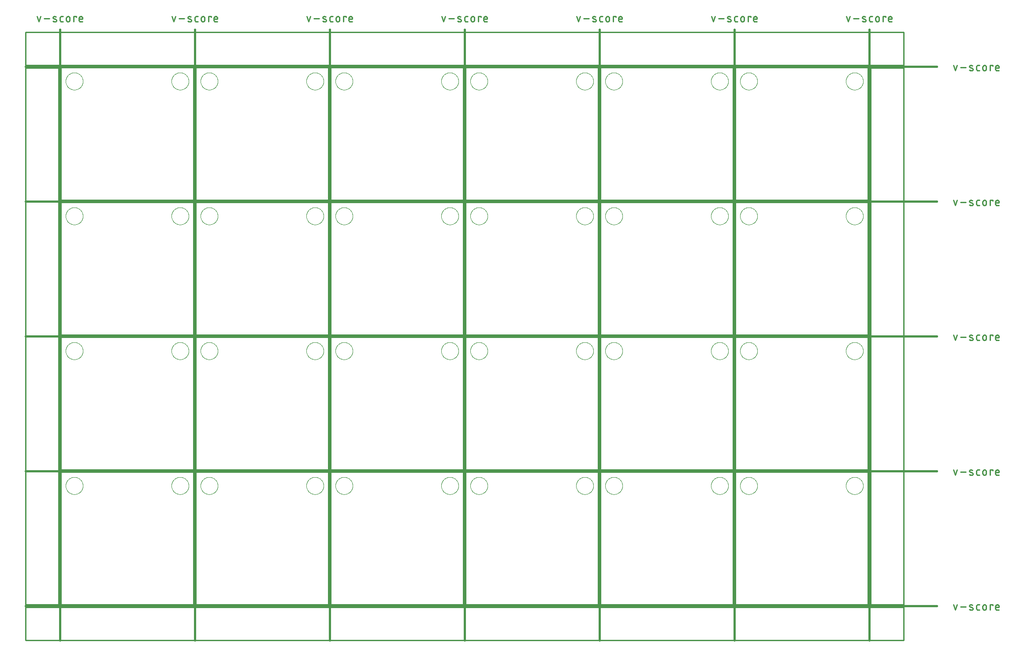
<source format=gko>
G04 EAGLE Gerber RS-274X export*
G75*
%MOMM*%
%FSLAX34Y34*%
%LPD*%
%IN*%
%IPPOS*%
%AMOC8*
5,1,8,0,0,1.08239X$1,22.5*%
G01*
%ADD10C,0.203200*%
%ADD11C,0.381000*%
%ADD12C,0.279400*%
%ADD13C,0.254000*%
%ADD14C,0.000000*%


D10*
X0Y0D02*
X254000Y0D01*
X254000Y254000D01*
X0Y254000D01*
X0Y0D01*
X259080Y0D02*
X513080Y0D01*
X513080Y254000D01*
X259080Y254000D01*
X259080Y0D01*
X518160Y0D02*
X772160Y0D01*
X772160Y254000D01*
X518160Y254000D01*
X518160Y0D01*
X777240Y0D02*
X1031240Y0D01*
X1031240Y254000D01*
X777240Y254000D01*
X777240Y0D01*
X1036320Y0D02*
X1290320Y0D01*
X1290320Y254000D01*
X1036320Y254000D01*
X1036320Y0D01*
X1295400Y0D02*
X1549400Y0D01*
X1549400Y254000D01*
X1295400Y254000D01*
X1295400Y0D01*
X254000Y259080D02*
X0Y259080D01*
X254000Y259080D02*
X254000Y513080D01*
X0Y513080D01*
X0Y259080D01*
X259080Y259080D02*
X513080Y259080D01*
X513080Y513080D01*
X259080Y513080D01*
X259080Y259080D01*
X518160Y259080D02*
X772160Y259080D01*
X772160Y513080D01*
X518160Y513080D01*
X518160Y259080D01*
X777240Y259080D02*
X1031240Y259080D01*
X1031240Y513080D01*
X777240Y513080D01*
X777240Y259080D01*
X1036320Y259080D02*
X1290320Y259080D01*
X1290320Y513080D01*
X1036320Y513080D01*
X1036320Y259080D01*
X1295400Y259080D02*
X1549400Y259080D01*
X1549400Y513080D01*
X1295400Y513080D01*
X1295400Y259080D01*
X254000Y518160D02*
X0Y518160D01*
X254000Y518160D02*
X254000Y772160D01*
X0Y772160D01*
X0Y518160D01*
X259080Y518160D02*
X513080Y518160D01*
X513080Y772160D01*
X259080Y772160D01*
X259080Y518160D01*
X518160Y518160D02*
X772160Y518160D01*
X772160Y772160D01*
X518160Y772160D01*
X518160Y518160D01*
X777240Y518160D02*
X1031240Y518160D01*
X1031240Y772160D01*
X777240Y772160D01*
X777240Y518160D01*
X1036320Y518160D02*
X1290320Y518160D01*
X1290320Y772160D01*
X1036320Y772160D01*
X1036320Y518160D01*
X1295400Y518160D02*
X1549400Y518160D01*
X1549400Y772160D01*
X1295400Y772160D01*
X1295400Y518160D01*
X254000Y777240D02*
X0Y777240D01*
X254000Y777240D02*
X254000Y1031240D01*
X0Y1031240D01*
X0Y777240D01*
X259080Y777240D02*
X513080Y777240D01*
X513080Y1031240D01*
X259080Y1031240D01*
X259080Y777240D01*
X518160Y777240D02*
X772160Y777240D01*
X772160Y1031240D01*
X518160Y1031240D01*
X518160Y777240D01*
X777240Y777240D02*
X1031240Y777240D01*
X1031240Y1031240D01*
X777240Y1031240D01*
X777240Y777240D01*
X1036320Y777240D02*
X1290320Y777240D01*
X1290320Y1031240D01*
X1036320Y1031240D01*
X1036320Y777240D01*
X1295400Y777240D02*
X1549400Y777240D01*
X1549400Y1031240D01*
X1295400Y1031240D01*
X1295400Y777240D01*
D11*
X-2540Y1104900D02*
X-2540Y-68580D01*
D12*
X-42921Y1120267D02*
X-46251Y1130258D01*
X-39590Y1130258D02*
X-42921Y1120267D01*
X-32806Y1126095D02*
X-22815Y1126095D01*
X-14261Y1126095D02*
X-10098Y1124430D01*
X-14261Y1126094D02*
X-14346Y1126130D01*
X-14429Y1126170D01*
X-14510Y1126213D01*
X-14590Y1126260D01*
X-14667Y1126310D01*
X-14743Y1126363D01*
X-14816Y1126419D01*
X-14886Y1126479D01*
X-14954Y1126541D01*
X-15019Y1126606D01*
X-15081Y1126674D01*
X-15141Y1126745D01*
X-15197Y1126818D01*
X-15250Y1126893D01*
X-15300Y1126971D01*
X-15346Y1127050D01*
X-15389Y1127132D01*
X-15429Y1127215D01*
X-15465Y1127300D01*
X-15497Y1127386D01*
X-15526Y1127474D01*
X-15550Y1127563D01*
X-15571Y1127653D01*
X-15588Y1127743D01*
X-15602Y1127834D01*
X-15611Y1127926D01*
X-15616Y1128018D01*
X-15618Y1128110D01*
X-15616Y1128202D01*
X-15609Y1128294D01*
X-15599Y1128386D01*
X-15585Y1128477D01*
X-15567Y1128568D01*
X-15545Y1128657D01*
X-15519Y1128746D01*
X-15489Y1128833D01*
X-15456Y1128919D01*
X-15419Y1129003D01*
X-15379Y1129086D01*
X-15335Y1129167D01*
X-15288Y1129246D01*
X-15237Y1129323D01*
X-15183Y1129398D01*
X-15126Y1129471D01*
X-15066Y1129541D01*
X-15003Y1129608D01*
X-14937Y1129672D01*
X-14869Y1129734D01*
X-14798Y1129793D01*
X-14724Y1129848D01*
X-14648Y1129901D01*
X-14570Y1129950D01*
X-14490Y1129996D01*
X-14409Y1130038D01*
X-14325Y1130077D01*
X-14240Y1130112D01*
X-14153Y1130143D01*
X-14065Y1130171D01*
X-13976Y1130195D01*
X-13886Y1130215D01*
X-13796Y1130232D01*
X-13704Y1130244D01*
X-13612Y1130253D01*
X-13520Y1130257D01*
X-13428Y1130258D01*
X-13201Y1130252D01*
X-12974Y1130241D01*
X-12747Y1130224D01*
X-12521Y1130201D01*
X-12295Y1130174D01*
X-12070Y1130140D01*
X-11846Y1130102D01*
X-11623Y1130058D01*
X-11401Y1130009D01*
X-11180Y1129954D01*
X-10961Y1129894D01*
X-10743Y1129829D01*
X-10527Y1129758D01*
X-10313Y1129683D01*
X-10100Y1129602D01*
X-9890Y1129516D01*
X-9681Y1129425D01*
X-10098Y1124430D02*
X-10013Y1124394D01*
X-9930Y1124354D01*
X-9849Y1124311D01*
X-9769Y1124264D01*
X-9692Y1124214D01*
X-9616Y1124161D01*
X-9543Y1124105D01*
X-9473Y1124045D01*
X-9405Y1123983D01*
X-9340Y1123918D01*
X-9278Y1123850D01*
X-9218Y1123779D01*
X-9162Y1123706D01*
X-9109Y1123631D01*
X-9059Y1123553D01*
X-9013Y1123474D01*
X-8970Y1123392D01*
X-8930Y1123309D01*
X-8894Y1123224D01*
X-8862Y1123138D01*
X-8833Y1123050D01*
X-8809Y1122961D01*
X-8788Y1122871D01*
X-8771Y1122781D01*
X-8757Y1122690D01*
X-8748Y1122598D01*
X-8743Y1122506D01*
X-8741Y1122414D01*
X-8743Y1122322D01*
X-8750Y1122230D01*
X-8760Y1122138D01*
X-8774Y1122047D01*
X-8792Y1121956D01*
X-8814Y1121867D01*
X-8840Y1121778D01*
X-8870Y1121691D01*
X-8903Y1121605D01*
X-8940Y1121521D01*
X-8980Y1121438D01*
X-9024Y1121357D01*
X-9071Y1121278D01*
X-9122Y1121201D01*
X-9176Y1121126D01*
X-9233Y1121053D01*
X-9293Y1120983D01*
X-9356Y1120916D01*
X-9422Y1120852D01*
X-9490Y1120790D01*
X-9561Y1120731D01*
X-9635Y1120676D01*
X-9711Y1120623D01*
X-9789Y1120574D01*
X-9869Y1120528D01*
X-9950Y1120486D01*
X-10034Y1120447D01*
X-10119Y1120412D01*
X-10206Y1120381D01*
X-10294Y1120353D01*
X-10383Y1120329D01*
X-10473Y1120309D01*
X-10563Y1120292D01*
X-10655Y1120280D01*
X-10747Y1120271D01*
X-10839Y1120267D01*
X-10931Y1120266D01*
X-10931Y1120267D02*
X-11265Y1120276D01*
X-11598Y1120293D01*
X-11931Y1120317D01*
X-12264Y1120350D01*
X-12595Y1120390D01*
X-12926Y1120438D01*
X-13255Y1120494D01*
X-13583Y1120557D01*
X-13909Y1120629D01*
X-14233Y1120708D01*
X-14556Y1120794D01*
X-14876Y1120889D01*
X-15194Y1120991D01*
X-15510Y1121100D01*
X562Y1120267D02*
X3892Y1120267D01*
X562Y1120267D02*
X464Y1120269D01*
X366Y1120275D01*
X268Y1120284D01*
X171Y1120298D01*
X75Y1120315D01*
X-21Y1120336D01*
X-116Y1120361D01*
X-210Y1120389D01*
X-303Y1120421D01*
X-394Y1120457D01*
X-484Y1120496D01*
X-572Y1120539D01*
X-659Y1120586D01*
X-743Y1120635D01*
X-826Y1120688D01*
X-906Y1120744D01*
X-985Y1120803D01*
X-1060Y1120866D01*
X-1134Y1120931D01*
X-1204Y1120999D01*
X-1272Y1121069D01*
X-1338Y1121143D01*
X-1400Y1121219D01*
X-1459Y1121297D01*
X-1515Y1121377D01*
X-1568Y1121460D01*
X-1618Y1121544D01*
X-1664Y1121631D01*
X-1707Y1121719D01*
X-1746Y1121809D01*
X-1782Y1121900D01*
X-1814Y1121993D01*
X-1842Y1122087D01*
X-1867Y1122182D01*
X-1888Y1122278D01*
X-1905Y1122374D01*
X-1919Y1122471D01*
X-1928Y1122569D01*
X-1934Y1122667D01*
X-1936Y1122765D01*
X-1936Y1127760D01*
X-1934Y1127858D01*
X-1928Y1127956D01*
X-1919Y1128054D01*
X-1905Y1128151D01*
X-1888Y1128247D01*
X-1867Y1128343D01*
X-1842Y1128438D01*
X-1814Y1128532D01*
X-1782Y1128625D01*
X-1746Y1128716D01*
X-1707Y1128806D01*
X-1664Y1128894D01*
X-1617Y1128981D01*
X-1568Y1129065D01*
X-1515Y1129148D01*
X-1459Y1129228D01*
X-1400Y1129306D01*
X-1337Y1129382D01*
X-1272Y1129456D01*
X-1204Y1129526D01*
X-1134Y1129594D01*
X-1060Y1129659D01*
X-984Y1129722D01*
X-906Y1129781D01*
X-826Y1129837D01*
X-743Y1129890D01*
X-659Y1129939D01*
X-572Y1129986D01*
X-484Y1130029D01*
X-394Y1130068D01*
X-303Y1130104D01*
X-210Y1130136D01*
X-116Y1130164D01*
X-21Y1130189D01*
X75Y1130210D01*
X171Y1130227D01*
X268Y1130241D01*
X366Y1130250D01*
X464Y1130256D01*
X562Y1130258D01*
X3892Y1130258D01*
X10022Y1126927D02*
X10022Y1123597D01*
X10022Y1126927D02*
X10024Y1127041D01*
X10030Y1127154D01*
X10039Y1127268D01*
X10053Y1127380D01*
X10070Y1127493D01*
X10092Y1127605D01*
X10117Y1127715D01*
X10145Y1127825D01*
X10178Y1127934D01*
X10214Y1128042D01*
X10254Y1128149D01*
X10298Y1128254D01*
X10345Y1128357D01*
X10395Y1128459D01*
X10449Y1128559D01*
X10507Y1128657D01*
X10568Y1128753D01*
X10631Y1128847D01*
X10699Y1128939D01*
X10769Y1129029D01*
X10842Y1129115D01*
X10918Y1129200D01*
X10997Y1129282D01*
X11079Y1129361D01*
X11164Y1129437D01*
X11250Y1129510D01*
X11340Y1129580D01*
X11432Y1129648D01*
X11526Y1129711D01*
X11622Y1129772D01*
X11720Y1129830D01*
X11820Y1129884D01*
X11922Y1129934D01*
X12025Y1129981D01*
X12130Y1130025D01*
X12237Y1130065D01*
X12345Y1130101D01*
X12454Y1130134D01*
X12564Y1130162D01*
X12674Y1130187D01*
X12786Y1130209D01*
X12899Y1130226D01*
X13011Y1130240D01*
X13125Y1130249D01*
X13238Y1130255D01*
X13352Y1130257D01*
X13466Y1130255D01*
X13579Y1130249D01*
X13693Y1130240D01*
X13805Y1130226D01*
X13918Y1130209D01*
X14030Y1130187D01*
X14140Y1130162D01*
X14250Y1130134D01*
X14359Y1130101D01*
X14467Y1130065D01*
X14574Y1130025D01*
X14679Y1129981D01*
X14782Y1129934D01*
X14884Y1129884D01*
X14984Y1129830D01*
X15082Y1129772D01*
X15178Y1129711D01*
X15272Y1129648D01*
X15364Y1129580D01*
X15454Y1129510D01*
X15540Y1129437D01*
X15625Y1129361D01*
X15707Y1129282D01*
X15786Y1129200D01*
X15862Y1129115D01*
X15935Y1129029D01*
X16005Y1128939D01*
X16073Y1128847D01*
X16136Y1128753D01*
X16197Y1128657D01*
X16255Y1128559D01*
X16309Y1128459D01*
X16359Y1128357D01*
X16406Y1128254D01*
X16450Y1128149D01*
X16490Y1128042D01*
X16526Y1127934D01*
X16559Y1127825D01*
X16587Y1127715D01*
X16612Y1127605D01*
X16634Y1127493D01*
X16651Y1127380D01*
X16665Y1127268D01*
X16674Y1127154D01*
X16680Y1127041D01*
X16682Y1126927D01*
X16682Y1123597D01*
X16680Y1123483D01*
X16674Y1123370D01*
X16665Y1123256D01*
X16651Y1123144D01*
X16634Y1123031D01*
X16612Y1122919D01*
X16587Y1122809D01*
X16559Y1122699D01*
X16526Y1122590D01*
X16490Y1122482D01*
X16450Y1122375D01*
X16406Y1122270D01*
X16359Y1122167D01*
X16309Y1122065D01*
X16255Y1121965D01*
X16197Y1121867D01*
X16136Y1121771D01*
X16073Y1121677D01*
X16005Y1121585D01*
X15935Y1121495D01*
X15862Y1121409D01*
X15786Y1121324D01*
X15707Y1121242D01*
X15625Y1121163D01*
X15540Y1121087D01*
X15454Y1121014D01*
X15364Y1120944D01*
X15272Y1120876D01*
X15178Y1120813D01*
X15082Y1120752D01*
X14984Y1120694D01*
X14884Y1120640D01*
X14782Y1120590D01*
X14679Y1120543D01*
X14574Y1120499D01*
X14467Y1120459D01*
X14359Y1120423D01*
X14250Y1120390D01*
X14140Y1120362D01*
X14030Y1120337D01*
X13918Y1120315D01*
X13805Y1120298D01*
X13693Y1120284D01*
X13579Y1120275D01*
X13466Y1120269D01*
X13352Y1120267D01*
X13238Y1120269D01*
X13125Y1120275D01*
X13011Y1120284D01*
X12899Y1120298D01*
X12786Y1120315D01*
X12674Y1120337D01*
X12564Y1120362D01*
X12454Y1120390D01*
X12345Y1120423D01*
X12237Y1120459D01*
X12130Y1120499D01*
X12025Y1120543D01*
X11922Y1120590D01*
X11820Y1120640D01*
X11720Y1120694D01*
X11622Y1120752D01*
X11526Y1120813D01*
X11432Y1120876D01*
X11340Y1120944D01*
X11250Y1121014D01*
X11164Y1121087D01*
X11079Y1121163D01*
X10997Y1121242D01*
X10918Y1121324D01*
X10842Y1121409D01*
X10769Y1121495D01*
X10699Y1121585D01*
X10631Y1121677D01*
X10568Y1121771D01*
X10507Y1121867D01*
X10449Y1121965D01*
X10395Y1122065D01*
X10345Y1122167D01*
X10298Y1122270D01*
X10254Y1122375D01*
X10214Y1122482D01*
X10178Y1122590D01*
X10145Y1122699D01*
X10117Y1122809D01*
X10092Y1122919D01*
X10070Y1123031D01*
X10053Y1123144D01*
X10039Y1123256D01*
X10030Y1123370D01*
X10024Y1123483D01*
X10022Y1123597D01*
X24218Y1120267D02*
X24218Y1130258D01*
X29213Y1130258D01*
X29213Y1128593D01*
X37008Y1120267D02*
X41171Y1120267D01*
X37008Y1120267D02*
X36910Y1120269D01*
X36812Y1120275D01*
X36714Y1120284D01*
X36617Y1120298D01*
X36521Y1120315D01*
X36425Y1120336D01*
X36330Y1120361D01*
X36236Y1120389D01*
X36143Y1120421D01*
X36052Y1120457D01*
X35962Y1120496D01*
X35874Y1120539D01*
X35787Y1120586D01*
X35703Y1120635D01*
X35620Y1120688D01*
X35540Y1120744D01*
X35462Y1120803D01*
X35386Y1120866D01*
X35312Y1120931D01*
X35242Y1120999D01*
X35174Y1121069D01*
X35109Y1121143D01*
X35046Y1121219D01*
X34987Y1121297D01*
X34931Y1121377D01*
X34878Y1121460D01*
X34829Y1121544D01*
X34782Y1121631D01*
X34739Y1121719D01*
X34700Y1121809D01*
X34664Y1121900D01*
X34632Y1121993D01*
X34604Y1122087D01*
X34579Y1122182D01*
X34558Y1122278D01*
X34541Y1122374D01*
X34527Y1122471D01*
X34518Y1122569D01*
X34512Y1122667D01*
X34510Y1122765D01*
X34510Y1126927D01*
X34511Y1126927D02*
X34513Y1127041D01*
X34519Y1127154D01*
X34528Y1127268D01*
X34542Y1127380D01*
X34559Y1127493D01*
X34581Y1127605D01*
X34606Y1127715D01*
X34634Y1127825D01*
X34667Y1127934D01*
X34703Y1128042D01*
X34743Y1128149D01*
X34787Y1128254D01*
X34834Y1128357D01*
X34884Y1128459D01*
X34938Y1128559D01*
X34996Y1128657D01*
X35057Y1128753D01*
X35120Y1128847D01*
X35188Y1128939D01*
X35258Y1129029D01*
X35331Y1129115D01*
X35407Y1129200D01*
X35486Y1129282D01*
X35568Y1129361D01*
X35653Y1129437D01*
X35739Y1129510D01*
X35829Y1129580D01*
X35921Y1129648D01*
X36015Y1129711D01*
X36111Y1129772D01*
X36209Y1129830D01*
X36309Y1129884D01*
X36411Y1129934D01*
X36514Y1129981D01*
X36619Y1130025D01*
X36726Y1130065D01*
X36834Y1130101D01*
X36943Y1130134D01*
X37053Y1130162D01*
X37163Y1130187D01*
X37275Y1130209D01*
X37388Y1130226D01*
X37500Y1130240D01*
X37614Y1130249D01*
X37727Y1130255D01*
X37841Y1130257D01*
X37955Y1130255D01*
X38068Y1130249D01*
X38182Y1130240D01*
X38294Y1130226D01*
X38407Y1130209D01*
X38519Y1130187D01*
X38629Y1130162D01*
X38739Y1130134D01*
X38848Y1130101D01*
X38956Y1130065D01*
X39063Y1130025D01*
X39168Y1129981D01*
X39271Y1129934D01*
X39373Y1129884D01*
X39473Y1129830D01*
X39571Y1129772D01*
X39667Y1129711D01*
X39761Y1129648D01*
X39853Y1129580D01*
X39943Y1129510D01*
X40029Y1129437D01*
X40114Y1129361D01*
X40196Y1129282D01*
X40275Y1129200D01*
X40351Y1129115D01*
X40424Y1129029D01*
X40494Y1128939D01*
X40562Y1128847D01*
X40625Y1128753D01*
X40686Y1128657D01*
X40744Y1128559D01*
X40798Y1128459D01*
X40848Y1128357D01*
X40895Y1128254D01*
X40939Y1128149D01*
X40979Y1128042D01*
X41015Y1127934D01*
X41048Y1127825D01*
X41076Y1127715D01*
X41101Y1127605D01*
X41123Y1127493D01*
X41140Y1127380D01*
X41154Y1127268D01*
X41163Y1127154D01*
X41169Y1127041D01*
X41171Y1126927D01*
X41171Y1125262D01*
X34510Y1125262D01*
D11*
X256540Y1104900D02*
X256540Y-68580D01*
D12*
X216159Y1120267D02*
X212829Y1130258D01*
X219490Y1130258D02*
X216159Y1120267D01*
X226274Y1126095D02*
X236265Y1126095D01*
X244819Y1126095D02*
X248982Y1124430D01*
X244819Y1126094D02*
X244734Y1126130D01*
X244651Y1126170D01*
X244570Y1126213D01*
X244490Y1126260D01*
X244413Y1126310D01*
X244337Y1126363D01*
X244264Y1126419D01*
X244194Y1126479D01*
X244126Y1126541D01*
X244061Y1126606D01*
X243999Y1126674D01*
X243939Y1126745D01*
X243883Y1126818D01*
X243830Y1126893D01*
X243780Y1126971D01*
X243734Y1127050D01*
X243691Y1127132D01*
X243651Y1127215D01*
X243615Y1127300D01*
X243583Y1127386D01*
X243554Y1127474D01*
X243530Y1127563D01*
X243509Y1127653D01*
X243492Y1127743D01*
X243478Y1127834D01*
X243469Y1127926D01*
X243464Y1128018D01*
X243462Y1128110D01*
X243464Y1128202D01*
X243471Y1128294D01*
X243481Y1128386D01*
X243495Y1128477D01*
X243513Y1128568D01*
X243535Y1128657D01*
X243561Y1128746D01*
X243591Y1128833D01*
X243624Y1128919D01*
X243661Y1129003D01*
X243701Y1129086D01*
X243745Y1129167D01*
X243792Y1129246D01*
X243843Y1129323D01*
X243897Y1129398D01*
X243954Y1129471D01*
X244014Y1129541D01*
X244077Y1129608D01*
X244143Y1129672D01*
X244211Y1129734D01*
X244282Y1129793D01*
X244356Y1129848D01*
X244432Y1129901D01*
X244510Y1129950D01*
X244590Y1129996D01*
X244671Y1130038D01*
X244755Y1130077D01*
X244840Y1130112D01*
X244927Y1130143D01*
X245015Y1130171D01*
X245104Y1130195D01*
X245194Y1130215D01*
X245284Y1130232D01*
X245376Y1130244D01*
X245468Y1130253D01*
X245560Y1130257D01*
X245652Y1130258D01*
X245879Y1130252D01*
X246106Y1130241D01*
X246333Y1130224D01*
X246559Y1130201D01*
X246785Y1130174D01*
X247010Y1130140D01*
X247234Y1130102D01*
X247457Y1130058D01*
X247679Y1130009D01*
X247900Y1129954D01*
X248119Y1129894D01*
X248337Y1129829D01*
X248553Y1129758D01*
X248767Y1129683D01*
X248980Y1129602D01*
X249190Y1129516D01*
X249399Y1129425D01*
X248982Y1124430D02*
X249067Y1124394D01*
X249150Y1124354D01*
X249231Y1124311D01*
X249311Y1124264D01*
X249388Y1124214D01*
X249464Y1124161D01*
X249537Y1124105D01*
X249607Y1124045D01*
X249675Y1123983D01*
X249740Y1123918D01*
X249802Y1123850D01*
X249862Y1123779D01*
X249918Y1123706D01*
X249971Y1123631D01*
X250021Y1123553D01*
X250067Y1123474D01*
X250110Y1123392D01*
X250150Y1123309D01*
X250186Y1123224D01*
X250218Y1123138D01*
X250247Y1123050D01*
X250271Y1122961D01*
X250292Y1122871D01*
X250309Y1122781D01*
X250323Y1122690D01*
X250332Y1122598D01*
X250337Y1122506D01*
X250339Y1122414D01*
X250337Y1122322D01*
X250330Y1122230D01*
X250320Y1122138D01*
X250306Y1122047D01*
X250288Y1121956D01*
X250266Y1121867D01*
X250240Y1121778D01*
X250210Y1121691D01*
X250177Y1121605D01*
X250140Y1121521D01*
X250100Y1121438D01*
X250056Y1121357D01*
X250009Y1121278D01*
X249958Y1121201D01*
X249904Y1121126D01*
X249847Y1121053D01*
X249787Y1120983D01*
X249724Y1120916D01*
X249658Y1120852D01*
X249590Y1120790D01*
X249519Y1120731D01*
X249445Y1120676D01*
X249369Y1120623D01*
X249291Y1120574D01*
X249211Y1120528D01*
X249130Y1120486D01*
X249046Y1120447D01*
X248961Y1120412D01*
X248874Y1120381D01*
X248786Y1120353D01*
X248697Y1120329D01*
X248607Y1120309D01*
X248517Y1120292D01*
X248425Y1120280D01*
X248333Y1120271D01*
X248241Y1120267D01*
X248149Y1120266D01*
X248149Y1120267D02*
X247815Y1120276D01*
X247482Y1120293D01*
X247149Y1120317D01*
X246816Y1120350D01*
X246485Y1120390D01*
X246154Y1120438D01*
X245825Y1120494D01*
X245497Y1120557D01*
X245171Y1120629D01*
X244847Y1120708D01*
X244524Y1120794D01*
X244204Y1120889D01*
X243886Y1120991D01*
X243570Y1121100D01*
X259642Y1120267D02*
X262972Y1120267D01*
X259642Y1120267D02*
X259544Y1120269D01*
X259446Y1120275D01*
X259348Y1120284D01*
X259251Y1120298D01*
X259155Y1120315D01*
X259059Y1120336D01*
X258964Y1120361D01*
X258870Y1120389D01*
X258777Y1120421D01*
X258686Y1120457D01*
X258596Y1120496D01*
X258508Y1120539D01*
X258421Y1120586D01*
X258337Y1120635D01*
X258254Y1120688D01*
X258174Y1120744D01*
X258096Y1120803D01*
X258020Y1120866D01*
X257946Y1120931D01*
X257876Y1120999D01*
X257808Y1121069D01*
X257743Y1121143D01*
X257680Y1121219D01*
X257621Y1121297D01*
X257565Y1121377D01*
X257512Y1121460D01*
X257463Y1121544D01*
X257416Y1121631D01*
X257373Y1121719D01*
X257334Y1121809D01*
X257298Y1121900D01*
X257266Y1121993D01*
X257238Y1122087D01*
X257213Y1122182D01*
X257192Y1122278D01*
X257175Y1122374D01*
X257161Y1122471D01*
X257152Y1122569D01*
X257146Y1122667D01*
X257144Y1122765D01*
X257144Y1127760D01*
X257146Y1127858D01*
X257152Y1127956D01*
X257161Y1128054D01*
X257175Y1128151D01*
X257192Y1128247D01*
X257213Y1128343D01*
X257238Y1128438D01*
X257266Y1128532D01*
X257298Y1128625D01*
X257334Y1128716D01*
X257373Y1128806D01*
X257416Y1128894D01*
X257463Y1128981D01*
X257512Y1129065D01*
X257565Y1129148D01*
X257621Y1129228D01*
X257680Y1129307D01*
X257743Y1129382D01*
X257808Y1129456D01*
X257876Y1129526D01*
X257946Y1129594D01*
X258020Y1129660D01*
X258096Y1129722D01*
X258174Y1129781D01*
X258254Y1129837D01*
X258337Y1129890D01*
X258421Y1129940D01*
X258508Y1129986D01*
X258596Y1130029D01*
X258686Y1130068D01*
X258777Y1130104D01*
X258870Y1130136D01*
X258964Y1130164D01*
X259059Y1130189D01*
X259155Y1130210D01*
X259251Y1130227D01*
X259348Y1130241D01*
X259446Y1130250D01*
X259544Y1130256D01*
X259642Y1130258D01*
X262972Y1130258D01*
X269102Y1126927D02*
X269102Y1123597D01*
X269102Y1126927D02*
X269104Y1127041D01*
X269110Y1127154D01*
X269119Y1127268D01*
X269133Y1127380D01*
X269150Y1127493D01*
X269172Y1127605D01*
X269197Y1127715D01*
X269225Y1127825D01*
X269258Y1127934D01*
X269294Y1128042D01*
X269334Y1128149D01*
X269378Y1128254D01*
X269425Y1128357D01*
X269475Y1128459D01*
X269529Y1128559D01*
X269587Y1128657D01*
X269648Y1128753D01*
X269711Y1128847D01*
X269779Y1128939D01*
X269849Y1129029D01*
X269922Y1129115D01*
X269998Y1129200D01*
X270077Y1129282D01*
X270159Y1129361D01*
X270244Y1129437D01*
X270330Y1129510D01*
X270420Y1129580D01*
X270512Y1129648D01*
X270606Y1129711D01*
X270702Y1129772D01*
X270800Y1129830D01*
X270900Y1129884D01*
X271002Y1129934D01*
X271105Y1129981D01*
X271210Y1130025D01*
X271317Y1130065D01*
X271425Y1130101D01*
X271534Y1130134D01*
X271644Y1130162D01*
X271754Y1130187D01*
X271866Y1130209D01*
X271979Y1130226D01*
X272091Y1130240D01*
X272205Y1130249D01*
X272318Y1130255D01*
X272432Y1130257D01*
X272546Y1130255D01*
X272659Y1130249D01*
X272773Y1130240D01*
X272885Y1130226D01*
X272998Y1130209D01*
X273110Y1130187D01*
X273220Y1130162D01*
X273330Y1130134D01*
X273439Y1130101D01*
X273547Y1130065D01*
X273654Y1130025D01*
X273759Y1129981D01*
X273862Y1129934D01*
X273964Y1129884D01*
X274064Y1129830D01*
X274162Y1129772D01*
X274258Y1129711D01*
X274352Y1129648D01*
X274444Y1129580D01*
X274534Y1129510D01*
X274620Y1129437D01*
X274705Y1129361D01*
X274787Y1129282D01*
X274866Y1129200D01*
X274942Y1129115D01*
X275015Y1129029D01*
X275085Y1128939D01*
X275153Y1128847D01*
X275216Y1128753D01*
X275277Y1128657D01*
X275335Y1128559D01*
X275389Y1128459D01*
X275439Y1128357D01*
X275486Y1128254D01*
X275530Y1128149D01*
X275570Y1128042D01*
X275606Y1127934D01*
X275639Y1127825D01*
X275667Y1127715D01*
X275692Y1127605D01*
X275714Y1127493D01*
X275731Y1127380D01*
X275745Y1127268D01*
X275754Y1127154D01*
X275760Y1127041D01*
X275762Y1126927D01*
X275762Y1123597D01*
X275760Y1123483D01*
X275754Y1123370D01*
X275745Y1123256D01*
X275731Y1123144D01*
X275714Y1123031D01*
X275692Y1122919D01*
X275667Y1122809D01*
X275639Y1122699D01*
X275606Y1122590D01*
X275570Y1122482D01*
X275530Y1122375D01*
X275486Y1122270D01*
X275439Y1122167D01*
X275389Y1122065D01*
X275335Y1121965D01*
X275277Y1121867D01*
X275216Y1121771D01*
X275153Y1121677D01*
X275085Y1121585D01*
X275015Y1121495D01*
X274942Y1121409D01*
X274866Y1121324D01*
X274787Y1121242D01*
X274705Y1121163D01*
X274620Y1121087D01*
X274534Y1121014D01*
X274444Y1120944D01*
X274352Y1120876D01*
X274258Y1120813D01*
X274162Y1120752D01*
X274064Y1120694D01*
X273964Y1120640D01*
X273862Y1120590D01*
X273759Y1120543D01*
X273654Y1120499D01*
X273547Y1120459D01*
X273439Y1120423D01*
X273330Y1120390D01*
X273220Y1120362D01*
X273110Y1120337D01*
X272998Y1120315D01*
X272885Y1120298D01*
X272773Y1120284D01*
X272659Y1120275D01*
X272546Y1120269D01*
X272432Y1120267D01*
X272318Y1120269D01*
X272205Y1120275D01*
X272091Y1120284D01*
X271979Y1120298D01*
X271866Y1120315D01*
X271754Y1120337D01*
X271644Y1120362D01*
X271534Y1120390D01*
X271425Y1120423D01*
X271317Y1120459D01*
X271210Y1120499D01*
X271105Y1120543D01*
X271002Y1120590D01*
X270900Y1120640D01*
X270800Y1120694D01*
X270702Y1120752D01*
X270606Y1120813D01*
X270512Y1120876D01*
X270420Y1120944D01*
X270330Y1121014D01*
X270244Y1121087D01*
X270159Y1121163D01*
X270077Y1121242D01*
X269998Y1121324D01*
X269922Y1121409D01*
X269849Y1121495D01*
X269779Y1121585D01*
X269711Y1121677D01*
X269648Y1121771D01*
X269587Y1121867D01*
X269529Y1121965D01*
X269475Y1122065D01*
X269425Y1122167D01*
X269378Y1122270D01*
X269334Y1122375D01*
X269294Y1122482D01*
X269258Y1122590D01*
X269225Y1122699D01*
X269197Y1122809D01*
X269172Y1122919D01*
X269150Y1123031D01*
X269133Y1123144D01*
X269119Y1123256D01*
X269110Y1123370D01*
X269104Y1123483D01*
X269102Y1123597D01*
X283298Y1120267D02*
X283298Y1130258D01*
X288293Y1130258D01*
X288293Y1128593D01*
X296088Y1120267D02*
X300251Y1120267D01*
X296088Y1120267D02*
X295990Y1120269D01*
X295892Y1120275D01*
X295794Y1120284D01*
X295697Y1120298D01*
X295601Y1120315D01*
X295505Y1120336D01*
X295410Y1120361D01*
X295316Y1120389D01*
X295223Y1120421D01*
X295132Y1120457D01*
X295042Y1120496D01*
X294954Y1120539D01*
X294867Y1120586D01*
X294783Y1120635D01*
X294700Y1120688D01*
X294620Y1120744D01*
X294542Y1120803D01*
X294466Y1120866D01*
X294392Y1120931D01*
X294322Y1120999D01*
X294254Y1121069D01*
X294189Y1121143D01*
X294126Y1121219D01*
X294067Y1121297D01*
X294011Y1121377D01*
X293958Y1121460D01*
X293909Y1121544D01*
X293862Y1121631D01*
X293819Y1121719D01*
X293780Y1121809D01*
X293744Y1121900D01*
X293712Y1121993D01*
X293684Y1122087D01*
X293659Y1122182D01*
X293638Y1122278D01*
X293621Y1122374D01*
X293607Y1122471D01*
X293598Y1122569D01*
X293592Y1122667D01*
X293590Y1122765D01*
X293590Y1126927D01*
X293591Y1126927D02*
X293593Y1127041D01*
X293599Y1127154D01*
X293608Y1127268D01*
X293622Y1127380D01*
X293639Y1127493D01*
X293661Y1127605D01*
X293686Y1127715D01*
X293714Y1127825D01*
X293747Y1127934D01*
X293783Y1128042D01*
X293823Y1128149D01*
X293867Y1128254D01*
X293914Y1128357D01*
X293964Y1128459D01*
X294018Y1128559D01*
X294076Y1128657D01*
X294137Y1128753D01*
X294200Y1128847D01*
X294268Y1128939D01*
X294338Y1129029D01*
X294411Y1129115D01*
X294487Y1129200D01*
X294566Y1129282D01*
X294648Y1129361D01*
X294733Y1129437D01*
X294819Y1129510D01*
X294909Y1129580D01*
X295001Y1129648D01*
X295095Y1129711D01*
X295191Y1129772D01*
X295289Y1129830D01*
X295389Y1129884D01*
X295491Y1129934D01*
X295594Y1129981D01*
X295699Y1130025D01*
X295806Y1130065D01*
X295914Y1130101D01*
X296023Y1130134D01*
X296133Y1130162D01*
X296243Y1130187D01*
X296355Y1130209D01*
X296468Y1130226D01*
X296580Y1130240D01*
X296694Y1130249D01*
X296807Y1130255D01*
X296921Y1130257D01*
X297035Y1130255D01*
X297148Y1130249D01*
X297262Y1130240D01*
X297374Y1130226D01*
X297487Y1130209D01*
X297599Y1130187D01*
X297709Y1130162D01*
X297819Y1130134D01*
X297928Y1130101D01*
X298036Y1130065D01*
X298143Y1130025D01*
X298248Y1129981D01*
X298351Y1129934D01*
X298453Y1129884D01*
X298553Y1129830D01*
X298651Y1129772D01*
X298747Y1129711D01*
X298841Y1129648D01*
X298933Y1129580D01*
X299023Y1129510D01*
X299109Y1129437D01*
X299194Y1129361D01*
X299276Y1129282D01*
X299355Y1129200D01*
X299431Y1129115D01*
X299504Y1129029D01*
X299574Y1128939D01*
X299642Y1128847D01*
X299705Y1128753D01*
X299766Y1128657D01*
X299824Y1128559D01*
X299878Y1128459D01*
X299928Y1128357D01*
X299975Y1128254D01*
X300019Y1128149D01*
X300059Y1128042D01*
X300095Y1127934D01*
X300128Y1127825D01*
X300156Y1127715D01*
X300181Y1127605D01*
X300203Y1127493D01*
X300220Y1127380D01*
X300234Y1127268D01*
X300243Y1127154D01*
X300249Y1127041D01*
X300251Y1126927D01*
X300251Y1125262D01*
X293590Y1125262D01*
D11*
X515620Y1104900D02*
X515620Y-68580D01*
D12*
X475239Y1120267D02*
X471909Y1130258D01*
X478570Y1130258D02*
X475239Y1120267D01*
X485354Y1126095D02*
X495345Y1126095D01*
X503899Y1126095D02*
X508062Y1124430D01*
X503899Y1126094D02*
X503814Y1126130D01*
X503731Y1126170D01*
X503650Y1126213D01*
X503570Y1126260D01*
X503493Y1126310D01*
X503417Y1126363D01*
X503344Y1126419D01*
X503274Y1126479D01*
X503206Y1126541D01*
X503141Y1126606D01*
X503079Y1126674D01*
X503019Y1126745D01*
X502963Y1126818D01*
X502910Y1126893D01*
X502860Y1126971D01*
X502814Y1127050D01*
X502771Y1127132D01*
X502731Y1127215D01*
X502695Y1127300D01*
X502663Y1127386D01*
X502634Y1127474D01*
X502610Y1127563D01*
X502589Y1127653D01*
X502572Y1127743D01*
X502558Y1127834D01*
X502549Y1127926D01*
X502544Y1128018D01*
X502542Y1128110D01*
X502544Y1128202D01*
X502551Y1128294D01*
X502561Y1128386D01*
X502575Y1128477D01*
X502593Y1128568D01*
X502615Y1128657D01*
X502641Y1128746D01*
X502671Y1128833D01*
X502704Y1128919D01*
X502741Y1129003D01*
X502781Y1129086D01*
X502825Y1129167D01*
X502872Y1129246D01*
X502923Y1129323D01*
X502977Y1129398D01*
X503034Y1129471D01*
X503094Y1129541D01*
X503157Y1129608D01*
X503223Y1129672D01*
X503291Y1129734D01*
X503362Y1129793D01*
X503436Y1129848D01*
X503512Y1129901D01*
X503590Y1129950D01*
X503670Y1129996D01*
X503751Y1130038D01*
X503835Y1130077D01*
X503920Y1130112D01*
X504007Y1130143D01*
X504095Y1130171D01*
X504184Y1130195D01*
X504274Y1130215D01*
X504364Y1130232D01*
X504456Y1130244D01*
X504548Y1130253D01*
X504640Y1130257D01*
X504732Y1130258D01*
X504959Y1130252D01*
X505186Y1130241D01*
X505413Y1130224D01*
X505639Y1130201D01*
X505865Y1130174D01*
X506090Y1130140D01*
X506314Y1130102D01*
X506537Y1130058D01*
X506759Y1130009D01*
X506980Y1129954D01*
X507199Y1129894D01*
X507417Y1129829D01*
X507633Y1129758D01*
X507847Y1129683D01*
X508060Y1129602D01*
X508270Y1129516D01*
X508479Y1129425D01*
X508062Y1124430D02*
X508147Y1124394D01*
X508230Y1124354D01*
X508311Y1124311D01*
X508391Y1124264D01*
X508468Y1124214D01*
X508544Y1124161D01*
X508617Y1124105D01*
X508687Y1124045D01*
X508755Y1123983D01*
X508820Y1123918D01*
X508882Y1123850D01*
X508942Y1123779D01*
X508998Y1123706D01*
X509051Y1123631D01*
X509101Y1123553D01*
X509147Y1123474D01*
X509190Y1123392D01*
X509230Y1123309D01*
X509266Y1123224D01*
X509298Y1123138D01*
X509327Y1123050D01*
X509351Y1122961D01*
X509372Y1122871D01*
X509389Y1122781D01*
X509403Y1122690D01*
X509412Y1122598D01*
X509417Y1122506D01*
X509419Y1122414D01*
X509417Y1122322D01*
X509410Y1122230D01*
X509400Y1122138D01*
X509386Y1122047D01*
X509368Y1121956D01*
X509346Y1121867D01*
X509320Y1121778D01*
X509290Y1121691D01*
X509257Y1121605D01*
X509220Y1121521D01*
X509180Y1121438D01*
X509136Y1121357D01*
X509089Y1121278D01*
X509038Y1121201D01*
X508984Y1121126D01*
X508927Y1121053D01*
X508867Y1120983D01*
X508804Y1120916D01*
X508738Y1120852D01*
X508670Y1120790D01*
X508599Y1120731D01*
X508525Y1120676D01*
X508449Y1120623D01*
X508371Y1120574D01*
X508291Y1120528D01*
X508210Y1120486D01*
X508126Y1120447D01*
X508041Y1120412D01*
X507954Y1120381D01*
X507866Y1120353D01*
X507777Y1120329D01*
X507687Y1120309D01*
X507597Y1120292D01*
X507505Y1120280D01*
X507413Y1120271D01*
X507321Y1120267D01*
X507229Y1120266D01*
X507229Y1120267D02*
X506895Y1120276D01*
X506562Y1120293D01*
X506229Y1120317D01*
X505896Y1120350D01*
X505565Y1120390D01*
X505234Y1120438D01*
X504905Y1120494D01*
X504577Y1120557D01*
X504251Y1120629D01*
X503927Y1120708D01*
X503604Y1120794D01*
X503284Y1120889D01*
X502966Y1120991D01*
X502650Y1121100D01*
X518722Y1120267D02*
X522052Y1120267D01*
X518722Y1120267D02*
X518624Y1120269D01*
X518526Y1120275D01*
X518428Y1120284D01*
X518331Y1120298D01*
X518235Y1120315D01*
X518139Y1120336D01*
X518044Y1120361D01*
X517950Y1120389D01*
X517857Y1120421D01*
X517766Y1120457D01*
X517676Y1120496D01*
X517588Y1120539D01*
X517501Y1120586D01*
X517417Y1120635D01*
X517334Y1120688D01*
X517254Y1120744D01*
X517176Y1120803D01*
X517100Y1120866D01*
X517026Y1120931D01*
X516956Y1120999D01*
X516888Y1121069D01*
X516823Y1121143D01*
X516760Y1121219D01*
X516701Y1121297D01*
X516645Y1121377D01*
X516592Y1121460D01*
X516543Y1121544D01*
X516496Y1121631D01*
X516453Y1121719D01*
X516414Y1121809D01*
X516378Y1121900D01*
X516346Y1121993D01*
X516318Y1122087D01*
X516293Y1122182D01*
X516272Y1122278D01*
X516255Y1122374D01*
X516241Y1122471D01*
X516232Y1122569D01*
X516226Y1122667D01*
X516224Y1122765D01*
X516224Y1127760D01*
X516226Y1127858D01*
X516232Y1127956D01*
X516241Y1128054D01*
X516255Y1128151D01*
X516272Y1128247D01*
X516293Y1128343D01*
X516318Y1128438D01*
X516346Y1128532D01*
X516378Y1128625D01*
X516414Y1128716D01*
X516453Y1128806D01*
X516496Y1128894D01*
X516543Y1128981D01*
X516592Y1129065D01*
X516645Y1129148D01*
X516701Y1129228D01*
X516760Y1129307D01*
X516823Y1129382D01*
X516888Y1129456D01*
X516956Y1129526D01*
X517026Y1129594D01*
X517100Y1129660D01*
X517176Y1129722D01*
X517254Y1129781D01*
X517334Y1129837D01*
X517417Y1129890D01*
X517501Y1129940D01*
X517588Y1129986D01*
X517676Y1130029D01*
X517766Y1130068D01*
X517857Y1130104D01*
X517950Y1130136D01*
X518044Y1130164D01*
X518139Y1130189D01*
X518235Y1130210D01*
X518331Y1130227D01*
X518428Y1130241D01*
X518526Y1130250D01*
X518624Y1130256D01*
X518722Y1130258D01*
X522052Y1130258D01*
X528182Y1126927D02*
X528182Y1123597D01*
X528182Y1126927D02*
X528184Y1127041D01*
X528190Y1127154D01*
X528199Y1127268D01*
X528213Y1127380D01*
X528230Y1127493D01*
X528252Y1127605D01*
X528277Y1127715D01*
X528305Y1127825D01*
X528338Y1127934D01*
X528374Y1128042D01*
X528414Y1128149D01*
X528458Y1128254D01*
X528505Y1128357D01*
X528555Y1128459D01*
X528609Y1128559D01*
X528667Y1128657D01*
X528728Y1128753D01*
X528791Y1128847D01*
X528859Y1128939D01*
X528929Y1129029D01*
X529002Y1129115D01*
X529078Y1129200D01*
X529157Y1129282D01*
X529239Y1129361D01*
X529324Y1129437D01*
X529410Y1129510D01*
X529500Y1129580D01*
X529592Y1129648D01*
X529686Y1129711D01*
X529782Y1129772D01*
X529880Y1129830D01*
X529980Y1129884D01*
X530082Y1129934D01*
X530185Y1129981D01*
X530290Y1130025D01*
X530397Y1130065D01*
X530505Y1130101D01*
X530614Y1130134D01*
X530724Y1130162D01*
X530834Y1130187D01*
X530946Y1130209D01*
X531059Y1130226D01*
X531171Y1130240D01*
X531285Y1130249D01*
X531398Y1130255D01*
X531512Y1130257D01*
X531626Y1130255D01*
X531739Y1130249D01*
X531853Y1130240D01*
X531965Y1130226D01*
X532078Y1130209D01*
X532190Y1130187D01*
X532300Y1130162D01*
X532410Y1130134D01*
X532519Y1130101D01*
X532627Y1130065D01*
X532734Y1130025D01*
X532839Y1129981D01*
X532942Y1129934D01*
X533044Y1129884D01*
X533144Y1129830D01*
X533242Y1129772D01*
X533338Y1129711D01*
X533432Y1129648D01*
X533524Y1129580D01*
X533614Y1129510D01*
X533700Y1129437D01*
X533785Y1129361D01*
X533867Y1129282D01*
X533946Y1129200D01*
X534022Y1129115D01*
X534095Y1129029D01*
X534165Y1128939D01*
X534233Y1128847D01*
X534296Y1128753D01*
X534357Y1128657D01*
X534415Y1128559D01*
X534469Y1128459D01*
X534519Y1128357D01*
X534566Y1128254D01*
X534610Y1128149D01*
X534650Y1128042D01*
X534686Y1127934D01*
X534719Y1127825D01*
X534747Y1127715D01*
X534772Y1127605D01*
X534794Y1127493D01*
X534811Y1127380D01*
X534825Y1127268D01*
X534834Y1127154D01*
X534840Y1127041D01*
X534842Y1126927D01*
X534842Y1123597D01*
X534840Y1123483D01*
X534834Y1123370D01*
X534825Y1123256D01*
X534811Y1123144D01*
X534794Y1123031D01*
X534772Y1122919D01*
X534747Y1122809D01*
X534719Y1122699D01*
X534686Y1122590D01*
X534650Y1122482D01*
X534610Y1122375D01*
X534566Y1122270D01*
X534519Y1122167D01*
X534469Y1122065D01*
X534415Y1121965D01*
X534357Y1121867D01*
X534296Y1121771D01*
X534233Y1121677D01*
X534165Y1121585D01*
X534095Y1121495D01*
X534022Y1121409D01*
X533946Y1121324D01*
X533867Y1121242D01*
X533785Y1121163D01*
X533700Y1121087D01*
X533614Y1121014D01*
X533524Y1120944D01*
X533432Y1120876D01*
X533338Y1120813D01*
X533242Y1120752D01*
X533144Y1120694D01*
X533044Y1120640D01*
X532942Y1120590D01*
X532839Y1120543D01*
X532734Y1120499D01*
X532627Y1120459D01*
X532519Y1120423D01*
X532410Y1120390D01*
X532300Y1120362D01*
X532190Y1120337D01*
X532078Y1120315D01*
X531965Y1120298D01*
X531853Y1120284D01*
X531739Y1120275D01*
X531626Y1120269D01*
X531512Y1120267D01*
X531398Y1120269D01*
X531285Y1120275D01*
X531171Y1120284D01*
X531059Y1120298D01*
X530946Y1120315D01*
X530834Y1120337D01*
X530724Y1120362D01*
X530614Y1120390D01*
X530505Y1120423D01*
X530397Y1120459D01*
X530290Y1120499D01*
X530185Y1120543D01*
X530082Y1120590D01*
X529980Y1120640D01*
X529880Y1120694D01*
X529782Y1120752D01*
X529686Y1120813D01*
X529592Y1120876D01*
X529500Y1120944D01*
X529410Y1121014D01*
X529324Y1121087D01*
X529239Y1121163D01*
X529157Y1121242D01*
X529078Y1121324D01*
X529002Y1121409D01*
X528929Y1121495D01*
X528859Y1121585D01*
X528791Y1121677D01*
X528728Y1121771D01*
X528667Y1121867D01*
X528609Y1121965D01*
X528555Y1122065D01*
X528505Y1122167D01*
X528458Y1122270D01*
X528414Y1122375D01*
X528374Y1122482D01*
X528338Y1122590D01*
X528305Y1122699D01*
X528277Y1122809D01*
X528252Y1122919D01*
X528230Y1123031D01*
X528213Y1123144D01*
X528199Y1123256D01*
X528190Y1123370D01*
X528184Y1123483D01*
X528182Y1123597D01*
X542378Y1120267D02*
X542378Y1130258D01*
X547373Y1130258D01*
X547373Y1128593D01*
X555168Y1120267D02*
X559331Y1120267D01*
X555168Y1120267D02*
X555070Y1120269D01*
X554972Y1120275D01*
X554874Y1120284D01*
X554777Y1120298D01*
X554681Y1120315D01*
X554585Y1120336D01*
X554490Y1120361D01*
X554396Y1120389D01*
X554303Y1120421D01*
X554212Y1120457D01*
X554122Y1120496D01*
X554034Y1120539D01*
X553947Y1120586D01*
X553863Y1120635D01*
X553780Y1120688D01*
X553700Y1120744D01*
X553622Y1120803D01*
X553546Y1120866D01*
X553472Y1120931D01*
X553402Y1120999D01*
X553334Y1121069D01*
X553269Y1121143D01*
X553206Y1121219D01*
X553147Y1121297D01*
X553091Y1121377D01*
X553038Y1121460D01*
X552989Y1121544D01*
X552942Y1121631D01*
X552899Y1121719D01*
X552860Y1121809D01*
X552824Y1121900D01*
X552792Y1121993D01*
X552764Y1122087D01*
X552739Y1122182D01*
X552718Y1122278D01*
X552701Y1122374D01*
X552687Y1122471D01*
X552678Y1122569D01*
X552672Y1122667D01*
X552670Y1122765D01*
X552670Y1126927D01*
X552671Y1126927D02*
X552673Y1127041D01*
X552679Y1127154D01*
X552688Y1127268D01*
X552702Y1127380D01*
X552719Y1127493D01*
X552741Y1127605D01*
X552766Y1127715D01*
X552794Y1127825D01*
X552827Y1127934D01*
X552863Y1128042D01*
X552903Y1128149D01*
X552947Y1128254D01*
X552994Y1128357D01*
X553044Y1128459D01*
X553098Y1128559D01*
X553156Y1128657D01*
X553217Y1128753D01*
X553280Y1128847D01*
X553348Y1128939D01*
X553418Y1129029D01*
X553491Y1129115D01*
X553567Y1129200D01*
X553646Y1129282D01*
X553728Y1129361D01*
X553813Y1129437D01*
X553899Y1129510D01*
X553989Y1129580D01*
X554081Y1129648D01*
X554175Y1129711D01*
X554271Y1129772D01*
X554369Y1129830D01*
X554469Y1129884D01*
X554571Y1129934D01*
X554674Y1129981D01*
X554779Y1130025D01*
X554886Y1130065D01*
X554994Y1130101D01*
X555103Y1130134D01*
X555213Y1130162D01*
X555323Y1130187D01*
X555435Y1130209D01*
X555548Y1130226D01*
X555660Y1130240D01*
X555774Y1130249D01*
X555887Y1130255D01*
X556001Y1130257D01*
X556115Y1130255D01*
X556228Y1130249D01*
X556342Y1130240D01*
X556454Y1130226D01*
X556567Y1130209D01*
X556679Y1130187D01*
X556789Y1130162D01*
X556899Y1130134D01*
X557008Y1130101D01*
X557116Y1130065D01*
X557223Y1130025D01*
X557328Y1129981D01*
X557431Y1129934D01*
X557533Y1129884D01*
X557633Y1129830D01*
X557731Y1129772D01*
X557827Y1129711D01*
X557921Y1129648D01*
X558013Y1129580D01*
X558103Y1129510D01*
X558189Y1129437D01*
X558274Y1129361D01*
X558356Y1129282D01*
X558435Y1129200D01*
X558511Y1129115D01*
X558584Y1129029D01*
X558654Y1128939D01*
X558722Y1128847D01*
X558785Y1128753D01*
X558846Y1128657D01*
X558904Y1128559D01*
X558958Y1128459D01*
X559008Y1128357D01*
X559055Y1128254D01*
X559099Y1128149D01*
X559139Y1128042D01*
X559175Y1127934D01*
X559208Y1127825D01*
X559236Y1127715D01*
X559261Y1127605D01*
X559283Y1127493D01*
X559300Y1127380D01*
X559314Y1127268D01*
X559323Y1127154D01*
X559329Y1127041D01*
X559331Y1126927D01*
X559331Y1125262D01*
X552670Y1125262D01*
D11*
X774700Y1104900D02*
X774700Y-68580D01*
D12*
X734319Y1120267D02*
X730989Y1130258D01*
X737650Y1130258D02*
X734319Y1120267D01*
X744434Y1126095D02*
X754425Y1126095D01*
X762979Y1126095D02*
X767142Y1124430D01*
X762979Y1126094D02*
X762894Y1126130D01*
X762811Y1126170D01*
X762730Y1126213D01*
X762650Y1126260D01*
X762573Y1126310D01*
X762497Y1126363D01*
X762424Y1126419D01*
X762354Y1126479D01*
X762286Y1126541D01*
X762221Y1126606D01*
X762159Y1126674D01*
X762099Y1126745D01*
X762043Y1126818D01*
X761990Y1126893D01*
X761940Y1126971D01*
X761894Y1127050D01*
X761851Y1127132D01*
X761811Y1127215D01*
X761775Y1127300D01*
X761743Y1127386D01*
X761714Y1127474D01*
X761690Y1127563D01*
X761669Y1127653D01*
X761652Y1127743D01*
X761638Y1127834D01*
X761629Y1127926D01*
X761624Y1128018D01*
X761622Y1128110D01*
X761624Y1128202D01*
X761631Y1128294D01*
X761641Y1128386D01*
X761655Y1128477D01*
X761673Y1128568D01*
X761695Y1128657D01*
X761721Y1128746D01*
X761751Y1128833D01*
X761784Y1128919D01*
X761821Y1129003D01*
X761861Y1129086D01*
X761905Y1129167D01*
X761952Y1129246D01*
X762003Y1129323D01*
X762057Y1129398D01*
X762114Y1129471D01*
X762174Y1129541D01*
X762237Y1129608D01*
X762303Y1129672D01*
X762371Y1129734D01*
X762442Y1129793D01*
X762516Y1129848D01*
X762592Y1129901D01*
X762670Y1129950D01*
X762750Y1129996D01*
X762831Y1130038D01*
X762915Y1130077D01*
X763000Y1130112D01*
X763087Y1130143D01*
X763175Y1130171D01*
X763264Y1130195D01*
X763354Y1130215D01*
X763444Y1130232D01*
X763536Y1130244D01*
X763628Y1130253D01*
X763720Y1130257D01*
X763812Y1130258D01*
X764039Y1130252D01*
X764266Y1130241D01*
X764493Y1130224D01*
X764719Y1130201D01*
X764945Y1130174D01*
X765170Y1130140D01*
X765394Y1130102D01*
X765617Y1130058D01*
X765839Y1130009D01*
X766060Y1129954D01*
X766279Y1129894D01*
X766497Y1129829D01*
X766713Y1129758D01*
X766927Y1129683D01*
X767140Y1129602D01*
X767350Y1129516D01*
X767559Y1129425D01*
X767142Y1124430D02*
X767227Y1124394D01*
X767310Y1124354D01*
X767391Y1124311D01*
X767471Y1124264D01*
X767548Y1124214D01*
X767624Y1124161D01*
X767697Y1124105D01*
X767767Y1124045D01*
X767835Y1123983D01*
X767900Y1123918D01*
X767962Y1123850D01*
X768022Y1123779D01*
X768078Y1123706D01*
X768131Y1123631D01*
X768181Y1123553D01*
X768227Y1123474D01*
X768270Y1123392D01*
X768310Y1123309D01*
X768346Y1123224D01*
X768378Y1123138D01*
X768407Y1123050D01*
X768431Y1122961D01*
X768452Y1122871D01*
X768469Y1122781D01*
X768483Y1122690D01*
X768492Y1122598D01*
X768497Y1122506D01*
X768499Y1122414D01*
X768497Y1122322D01*
X768490Y1122230D01*
X768480Y1122138D01*
X768466Y1122047D01*
X768448Y1121956D01*
X768426Y1121867D01*
X768400Y1121778D01*
X768370Y1121691D01*
X768337Y1121605D01*
X768300Y1121521D01*
X768260Y1121438D01*
X768216Y1121357D01*
X768169Y1121278D01*
X768118Y1121201D01*
X768064Y1121126D01*
X768007Y1121053D01*
X767947Y1120983D01*
X767884Y1120916D01*
X767818Y1120852D01*
X767750Y1120790D01*
X767679Y1120731D01*
X767605Y1120676D01*
X767529Y1120623D01*
X767451Y1120574D01*
X767371Y1120528D01*
X767290Y1120486D01*
X767206Y1120447D01*
X767121Y1120412D01*
X767034Y1120381D01*
X766946Y1120353D01*
X766857Y1120329D01*
X766767Y1120309D01*
X766677Y1120292D01*
X766585Y1120280D01*
X766493Y1120271D01*
X766401Y1120267D01*
X766309Y1120266D01*
X766309Y1120267D02*
X765975Y1120276D01*
X765642Y1120293D01*
X765309Y1120317D01*
X764976Y1120350D01*
X764645Y1120390D01*
X764314Y1120438D01*
X763985Y1120494D01*
X763657Y1120557D01*
X763331Y1120629D01*
X763007Y1120708D01*
X762684Y1120794D01*
X762364Y1120889D01*
X762046Y1120991D01*
X761730Y1121100D01*
X777802Y1120267D02*
X781132Y1120267D01*
X777802Y1120267D02*
X777704Y1120269D01*
X777606Y1120275D01*
X777508Y1120284D01*
X777411Y1120298D01*
X777315Y1120315D01*
X777219Y1120336D01*
X777124Y1120361D01*
X777030Y1120389D01*
X776937Y1120421D01*
X776846Y1120457D01*
X776756Y1120496D01*
X776668Y1120539D01*
X776581Y1120586D01*
X776497Y1120635D01*
X776414Y1120688D01*
X776334Y1120744D01*
X776256Y1120803D01*
X776180Y1120866D01*
X776106Y1120931D01*
X776036Y1120999D01*
X775968Y1121069D01*
X775903Y1121143D01*
X775840Y1121219D01*
X775781Y1121297D01*
X775725Y1121377D01*
X775672Y1121460D01*
X775623Y1121544D01*
X775576Y1121631D01*
X775533Y1121719D01*
X775494Y1121809D01*
X775458Y1121900D01*
X775426Y1121993D01*
X775398Y1122087D01*
X775373Y1122182D01*
X775352Y1122278D01*
X775335Y1122374D01*
X775321Y1122471D01*
X775312Y1122569D01*
X775306Y1122667D01*
X775304Y1122765D01*
X775304Y1127760D01*
X775306Y1127858D01*
X775312Y1127956D01*
X775321Y1128054D01*
X775335Y1128151D01*
X775352Y1128247D01*
X775373Y1128343D01*
X775398Y1128438D01*
X775426Y1128532D01*
X775458Y1128625D01*
X775494Y1128716D01*
X775533Y1128806D01*
X775576Y1128894D01*
X775623Y1128981D01*
X775672Y1129065D01*
X775725Y1129148D01*
X775781Y1129228D01*
X775840Y1129307D01*
X775903Y1129382D01*
X775968Y1129456D01*
X776036Y1129526D01*
X776106Y1129594D01*
X776180Y1129660D01*
X776256Y1129722D01*
X776334Y1129781D01*
X776414Y1129837D01*
X776497Y1129890D01*
X776581Y1129940D01*
X776668Y1129986D01*
X776756Y1130029D01*
X776846Y1130068D01*
X776937Y1130104D01*
X777030Y1130136D01*
X777124Y1130164D01*
X777219Y1130189D01*
X777315Y1130210D01*
X777411Y1130227D01*
X777508Y1130241D01*
X777606Y1130250D01*
X777704Y1130256D01*
X777802Y1130258D01*
X781132Y1130258D01*
X787262Y1126927D02*
X787262Y1123597D01*
X787262Y1126927D02*
X787264Y1127041D01*
X787270Y1127154D01*
X787279Y1127268D01*
X787293Y1127380D01*
X787310Y1127493D01*
X787332Y1127605D01*
X787357Y1127715D01*
X787385Y1127825D01*
X787418Y1127934D01*
X787454Y1128042D01*
X787494Y1128149D01*
X787538Y1128254D01*
X787585Y1128357D01*
X787635Y1128459D01*
X787689Y1128559D01*
X787747Y1128657D01*
X787808Y1128753D01*
X787871Y1128847D01*
X787939Y1128939D01*
X788009Y1129029D01*
X788082Y1129115D01*
X788158Y1129200D01*
X788237Y1129282D01*
X788319Y1129361D01*
X788404Y1129437D01*
X788490Y1129510D01*
X788580Y1129580D01*
X788672Y1129648D01*
X788766Y1129711D01*
X788862Y1129772D01*
X788960Y1129830D01*
X789060Y1129884D01*
X789162Y1129934D01*
X789265Y1129981D01*
X789370Y1130025D01*
X789477Y1130065D01*
X789585Y1130101D01*
X789694Y1130134D01*
X789804Y1130162D01*
X789914Y1130187D01*
X790026Y1130209D01*
X790139Y1130226D01*
X790251Y1130240D01*
X790365Y1130249D01*
X790478Y1130255D01*
X790592Y1130257D01*
X790706Y1130255D01*
X790819Y1130249D01*
X790933Y1130240D01*
X791045Y1130226D01*
X791158Y1130209D01*
X791270Y1130187D01*
X791380Y1130162D01*
X791490Y1130134D01*
X791599Y1130101D01*
X791707Y1130065D01*
X791814Y1130025D01*
X791919Y1129981D01*
X792022Y1129934D01*
X792124Y1129884D01*
X792224Y1129830D01*
X792322Y1129772D01*
X792418Y1129711D01*
X792512Y1129648D01*
X792604Y1129580D01*
X792694Y1129510D01*
X792780Y1129437D01*
X792865Y1129361D01*
X792947Y1129282D01*
X793026Y1129200D01*
X793102Y1129115D01*
X793175Y1129029D01*
X793245Y1128939D01*
X793313Y1128847D01*
X793376Y1128753D01*
X793437Y1128657D01*
X793495Y1128559D01*
X793549Y1128459D01*
X793599Y1128357D01*
X793646Y1128254D01*
X793690Y1128149D01*
X793730Y1128042D01*
X793766Y1127934D01*
X793799Y1127825D01*
X793827Y1127715D01*
X793852Y1127605D01*
X793874Y1127493D01*
X793891Y1127380D01*
X793905Y1127268D01*
X793914Y1127154D01*
X793920Y1127041D01*
X793922Y1126927D01*
X793922Y1123597D01*
X793920Y1123483D01*
X793914Y1123370D01*
X793905Y1123256D01*
X793891Y1123144D01*
X793874Y1123031D01*
X793852Y1122919D01*
X793827Y1122809D01*
X793799Y1122699D01*
X793766Y1122590D01*
X793730Y1122482D01*
X793690Y1122375D01*
X793646Y1122270D01*
X793599Y1122167D01*
X793549Y1122065D01*
X793495Y1121965D01*
X793437Y1121867D01*
X793376Y1121771D01*
X793313Y1121677D01*
X793245Y1121585D01*
X793175Y1121495D01*
X793102Y1121409D01*
X793026Y1121324D01*
X792947Y1121242D01*
X792865Y1121163D01*
X792780Y1121087D01*
X792694Y1121014D01*
X792604Y1120944D01*
X792512Y1120876D01*
X792418Y1120813D01*
X792322Y1120752D01*
X792224Y1120694D01*
X792124Y1120640D01*
X792022Y1120590D01*
X791919Y1120543D01*
X791814Y1120499D01*
X791707Y1120459D01*
X791599Y1120423D01*
X791490Y1120390D01*
X791380Y1120362D01*
X791270Y1120337D01*
X791158Y1120315D01*
X791045Y1120298D01*
X790933Y1120284D01*
X790819Y1120275D01*
X790706Y1120269D01*
X790592Y1120267D01*
X790478Y1120269D01*
X790365Y1120275D01*
X790251Y1120284D01*
X790139Y1120298D01*
X790026Y1120315D01*
X789914Y1120337D01*
X789804Y1120362D01*
X789694Y1120390D01*
X789585Y1120423D01*
X789477Y1120459D01*
X789370Y1120499D01*
X789265Y1120543D01*
X789162Y1120590D01*
X789060Y1120640D01*
X788960Y1120694D01*
X788862Y1120752D01*
X788766Y1120813D01*
X788672Y1120876D01*
X788580Y1120944D01*
X788490Y1121014D01*
X788404Y1121087D01*
X788319Y1121163D01*
X788237Y1121242D01*
X788158Y1121324D01*
X788082Y1121409D01*
X788009Y1121495D01*
X787939Y1121585D01*
X787871Y1121677D01*
X787808Y1121771D01*
X787747Y1121867D01*
X787689Y1121965D01*
X787635Y1122065D01*
X787585Y1122167D01*
X787538Y1122270D01*
X787494Y1122375D01*
X787454Y1122482D01*
X787418Y1122590D01*
X787385Y1122699D01*
X787357Y1122809D01*
X787332Y1122919D01*
X787310Y1123031D01*
X787293Y1123144D01*
X787279Y1123256D01*
X787270Y1123370D01*
X787264Y1123483D01*
X787262Y1123597D01*
X801458Y1120267D02*
X801458Y1130258D01*
X806453Y1130258D01*
X806453Y1128593D01*
X814248Y1120267D02*
X818411Y1120267D01*
X814248Y1120267D02*
X814150Y1120269D01*
X814052Y1120275D01*
X813954Y1120284D01*
X813857Y1120298D01*
X813761Y1120315D01*
X813665Y1120336D01*
X813570Y1120361D01*
X813476Y1120389D01*
X813383Y1120421D01*
X813292Y1120457D01*
X813202Y1120496D01*
X813114Y1120539D01*
X813027Y1120586D01*
X812943Y1120635D01*
X812860Y1120688D01*
X812780Y1120744D01*
X812702Y1120803D01*
X812626Y1120866D01*
X812552Y1120931D01*
X812482Y1120999D01*
X812414Y1121069D01*
X812349Y1121143D01*
X812286Y1121219D01*
X812227Y1121297D01*
X812171Y1121377D01*
X812118Y1121460D01*
X812069Y1121544D01*
X812022Y1121631D01*
X811979Y1121719D01*
X811940Y1121809D01*
X811904Y1121900D01*
X811872Y1121993D01*
X811844Y1122087D01*
X811819Y1122182D01*
X811798Y1122278D01*
X811781Y1122374D01*
X811767Y1122471D01*
X811758Y1122569D01*
X811752Y1122667D01*
X811750Y1122765D01*
X811750Y1126927D01*
X811751Y1126927D02*
X811753Y1127041D01*
X811759Y1127154D01*
X811768Y1127268D01*
X811782Y1127380D01*
X811799Y1127493D01*
X811821Y1127605D01*
X811846Y1127715D01*
X811874Y1127825D01*
X811907Y1127934D01*
X811943Y1128042D01*
X811983Y1128149D01*
X812027Y1128254D01*
X812074Y1128357D01*
X812124Y1128459D01*
X812178Y1128559D01*
X812236Y1128657D01*
X812297Y1128753D01*
X812360Y1128847D01*
X812428Y1128939D01*
X812498Y1129029D01*
X812571Y1129115D01*
X812647Y1129200D01*
X812726Y1129282D01*
X812808Y1129361D01*
X812893Y1129437D01*
X812979Y1129510D01*
X813069Y1129580D01*
X813161Y1129648D01*
X813255Y1129711D01*
X813351Y1129772D01*
X813449Y1129830D01*
X813549Y1129884D01*
X813651Y1129934D01*
X813754Y1129981D01*
X813859Y1130025D01*
X813966Y1130065D01*
X814074Y1130101D01*
X814183Y1130134D01*
X814293Y1130162D01*
X814403Y1130187D01*
X814515Y1130209D01*
X814628Y1130226D01*
X814740Y1130240D01*
X814854Y1130249D01*
X814967Y1130255D01*
X815081Y1130257D01*
X815195Y1130255D01*
X815308Y1130249D01*
X815422Y1130240D01*
X815534Y1130226D01*
X815647Y1130209D01*
X815759Y1130187D01*
X815869Y1130162D01*
X815979Y1130134D01*
X816088Y1130101D01*
X816196Y1130065D01*
X816303Y1130025D01*
X816408Y1129981D01*
X816511Y1129934D01*
X816613Y1129884D01*
X816713Y1129830D01*
X816811Y1129772D01*
X816907Y1129711D01*
X817001Y1129648D01*
X817093Y1129580D01*
X817183Y1129510D01*
X817269Y1129437D01*
X817354Y1129361D01*
X817436Y1129282D01*
X817515Y1129200D01*
X817591Y1129115D01*
X817664Y1129029D01*
X817734Y1128939D01*
X817802Y1128847D01*
X817865Y1128753D01*
X817926Y1128657D01*
X817984Y1128559D01*
X818038Y1128459D01*
X818088Y1128357D01*
X818135Y1128254D01*
X818179Y1128149D01*
X818219Y1128042D01*
X818255Y1127934D01*
X818288Y1127825D01*
X818316Y1127715D01*
X818341Y1127605D01*
X818363Y1127493D01*
X818380Y1127380D01*
X818394Y1127268D01*
X818403Y1127154D01*
X818409Y1127041D01*
X818411Y1126927D01*
X818411Y1125262D01*
X811750Y1125262D01*
D11*
X1033780Y1104900D02*
X1033780Y-68580D01*
D12*
X993399Y1120267D02*
X990069Y1130258D01*
X996730Y1130258D02*
X993399Y1120267D01*
X1003514Y1126095D02*
X1013505Y1126095D01*
X1022059Y1126095D02*
X1026222Y1124430D01*
X1022059Y1126094D02*
X1021974Y1126130D01*
X1021891Y1126170D01*
X1021810Y1126213D01*
X1021730Y1126260D01*
X1021653Y1126310D01*
X1021577Y1126363D01*
X1021504Y1126419D01*
X1021434Y1126479D01*
X1021366Y1126541D01*
X1021301Y1126606D01*
X1021239Y1126674D01*
X1021179Y1126745D01*
X1021123Y1126818D01*
X1021070Y1126893D01*
X1021020Y1126971D01*
X1020974Y1127050D01*
X1020931Y1127132D01*
X1020891Y1127215D01*
X1020855Y1127300D01*
X1020823Y1127386D01*
X1020794Y1127474D01*
X1020770Y1127563D01*
X1020749Y1127653D01*
X1020732Y1127743D01*
X1020718Y1127834D01*
X1020709Y1127926D01*
X1020704Y1128018D01*
X1020702Y1128110D01*
X1020704Y1128202D01*
X1020711Y1128294D01*
X1020721Y1128386D01*
X1020735Y1128477D01*
X1020753Y1128568D01*
X1020775Y1128657D01*
X1020801Y1128746D01*
X1020831Y1128833D01*
X1020864Y1128919D01*
X1020901Y1129003D01*
X1020941Y1129086D01*
X1020985Y1129167D01*
X1021032Y1129246D01*
X1021083Y1129323D01*
X1021137Y1129398D01*
X1021194Y1129471D01*
X1021254Y1129541D01*
X1021317Y1129608D01*
X1021383Y1129672D01*
X1021451Y1129734D01*
X1021522Y1129793D01*
X1021596Y1129848D01*
X1021672Y1129901D01*
X1021750Y1129950D01*
X1021830Y1129996D01*
X1021911Y1130038D01*
X1021995Y1130077D01*
X1022080Y1130112D01*
X1022167Y1130143D01*
X1022255Y1130171D01*
X1022344Y1130195D01*
X1022434Y1130215D01*
X1022524Y1130232D01*
X1022616Y1130244D01*
X1022708Y1130253D01*
X1022800Y1130257D01*
X1022892Y1130258D01*
X1023119Y1130252D01*
X1023346Y1130241D01*
X1023573Y1130224D01*
X1023799Y1130201D01*
X1024025Y1130174D01*
X1024250Y1130140D01*
X1024474Y1130102D01*
X1024697Y1130058D01*
X1024919Y1130009D01*
X1025140Y1129954D01*
X1025359Y1129894D01*
X1025577Y1129829D01*
X1025793Y1129758D01*
X1026007Y1129683D01*
X1026220Y1129602D01*
X1026430Y1129516D01*
X1026639Y1129425D01*
X1026222Y1124430D02*
X1026307Y1124394D01*
X1026390Y1124354D01*
X1026471Y1124311D01*
X1026551Y1124264D01*
X1026628Y1124214D01*
X1026704Y1124161D01*
X1026777Y1124105D01*
X1026847Y1124045D01*
X1026915Y1123983D01*
X1026980Y1123918D01*
X1027042Y1123850D01*
X1027102Y1123779D01*
X1027158Y1123706D01*
X1027211Y1123631D01*
X1027261Y1123553D01*
X1027307Y1123474D01*
X1027350Y1123392D01*
X1027390Y1123309D01*
X1027426Y1123224D01*
X1027458Y1123138D01*
X1027487Y1123050D01*
X1027511Y1122961D01*
X1027532Y1122871D01*
X1027549Y1122781D01*
X1027563Y1122690D01*
X1027572Y1122598D01*
X1027577Y1122506D01*
X1027579Y1122414D01*
X1027577Y1122322D01*
X1027570Y1122230D01*
X1027560Y1122138D01*
X1027546Y1122047D01*
X1027528Y1121956D01*
X1027506Y1121867D01*
X1027480Y1121778D01*
X1027450Y1121691D01*
X1027417Y1121605D01*
X1027380Y1121521D01*
X1027340Y1121438D01*
X1027296Y1121357D01*
X1027249Y1121278D01*
X1027198Y1121201D01*
X1027144Y1121126D01*
X1027087Y1121053D01*
X1027027Y1120983D01*
X1026964Y1120916D01*
X1026898Y1120852D01*
X1026830Y1120790D01*
X1026759Y1120731D01*
X1026685Y1120676D01*
X1026609Y1120623D01*
X1026531Y1120574D01*
X1026451Y1120528D01*
X1026370Y1120486D01*
X1026286Y1120447D01*
X1026201Y1120412D01*
X1026114Y1120381D01*
X1026026Y1120353D01*
X1025937Y1120329D01*
X1025847Y1120309D01*
X1025757Y1120292D01*
X1025665Y1120280D01*
X1025573Y1120271D01*
X1025481Y1120267D01*
X1025389Y1120266D01*
X1025389Y1120267D02*
X1025055Y1120276D01*
X1024722Y1120293D01*
X1024389Y1120317D01*
X1024056Y1120350D01*
X1023725Y1120390D01*
X1023394Y1120438D01*
X1023065Y1120494D01*
X1022737Y1120557D01*
X1022411Y1120629D01*
X1022087Y1120708D01*
X1021764Y1120794D01*
X1021444Y1120889D01*
X1021126Y1120991D01*
X1020810Y1121100D01*
X1036882Y1120267D02*
X1040212Y1120267D01*
X1036882Y1120267D02*
X1036784Y1120269D01*
X1036686Y1120275D01*
X1036588Y1120284D01*
X1036491Y1120298D01*
X1036395Y1120315D01*
X1036299Y1120336D01*
X1036204Y1120361D01*
X1036110Y1120389D01*
X1036017Y1120421D01*
X1035926Y1120457D01*
X1035836Y1120496D01*
X1035748Y1120539D01*
X1035661Y1120586D01*
X1035577Y1120635D01*
X1035494Y1120688D01*
X1035414Y1120744D01*
X1035336Y1120803D01*
X1035260Y1120866D01*
X1035186Y1120931D01*
X1035116Y1120999D01*
X1035048Y1121069D01*
X1034983Y1121143D01*
X1034920Y1121219D01*
X1034861Y1121297D01*
X1034805Y1121377D01*
X1034752Y1121460D01*
X1034703Y1121544D01*
X1034656Y1121631D01*
X1034613Y1121719D01*
X1034574Y1121809D01*
X1034538Y1121900D01*
X1034506Y1121993D01*
X1034478Y1122087D01*
X1034453Y1122182D01*
X1034432Y1122278D01*
X1034415Y1122374D01*
X1034401Y1122471D01*
X1034392Y1122569D01*
X1034386Y1122667D01*
X1034384Y1122765D01*
X1034384Y1127760D01*
X1034386Y1127858D01*
X1034392Y1127956D01*
X1034401Y1128054D01*
X1034415Y1128151D01*
X1034432Y1128247D01*
X1034453Y1128343D01*
X1034478Y1128438D01*
X1034506Y1128532D01*
X1034538Y1128625D01*
X1034574Y1128716D01*
X1034613Y1128806D01*
X1034656Y1128894D01*
X1034703Y1128981D01*
X1034752Y1129065D01*
X1034805Y1129148D01*
X1034861Y1129228D01*
X1034920Y1129307D01*
X1034983Y1129382D01*
X1035048Y1129456D01*
X1035116Y1129526D01*
X1035186Y1129594D01*
X1035260Y1129660D01*
X1035336Y1129722D01*
X1035414Y1129781D01*
X1035494Y1129837D01*
X1035577Y1129890D01*
X1035661Y1129940D01*
X1035748Y1129986D01*
X1035836Y1130029D01*
X1035926Y1130068D01*
X1036017Y1130104D01*
X1036110Y1130136D01*
X1036204Y1130164D01*
X1036299Y1130189D01*
X1036395Y1130210D01*
X1036491Y1130227D01*
X1036588Y1130241D01*
X1036686Y1130250D01*
X1036784Y1130256D01*
X1036882Y1130258D01*
X1040212Y1130258D01*
X1046342Y1126927D02*
X1046342Y1123597D01*
X1046342Y1126927D02*
X1046344Y1127041D01*
X1046350Y1127154D01*
X1046359Y1127268D01*
X1046373Y1127380D01*
X1046390Y1127493D01*
X1046412Y1127605D01*
X1046437Y1127715D01*
X1046465Y1127825D01*
X1046498Y1127934D01*
X1046534Y1128042D01*
X1046574Y1128149D01*
X1046618Y1128254D01*
X1046665Y1128357D01*
X1046715Y1128459D01*
X1046769Y1128559D01*
X1046827Y1128657D01*
X1046888Y1128753D01*
X1046951Y1128847D01*
X1047019Y1128939D01*
X1047089Y1129029D01*
X1047162Y1129115D01*
X1047238Y1129200D01*
X1047317Y1129282D01*
X1047399Y1129361D01*
X1047484Y1129437D01*
X1047570Y1129510D01*
X1047660Y1129580D01*
X1047752Y1129648D01*
X1047846Y1129711D01*
X1047942Y1129772D01*
X1048040Y1129830D01*
X1048140Y1129884D01*
X1048242Y1129934D01*
X1048345Y1129981D01*
X1048450Y1130025D01*
X1048557Y1130065D01*
X1048665Y1130101D01*
X1048774Y1130134D01*
X1048884Y1130162D01*
X1048994Y1130187D01*
X1049106Y1130209D01*
X1049219Y1130226D01*
X1049331Y1130240D01*
X1049445Y1130249D01*
X1049558Y1130255D01*
X1049672Y1130257D01*
X1049786Y1130255D01*
X1049899Y1130249D01*
X1050013Y1130240D01*
X1050125Y1130226D01*
X1050238Y1130209D01*
X1050350Y1130187D01*
X1050460Y1130162D01*
X1050570Y1130134D01*
X1050679Y1130101D01*
X1050787Y1130065D01*
X1050894Y1130025D01*
X1050999Y1129981D01*
X1051102Y1129934D01*
X1051204Y1129884D01*
X1051304Y1129830D01*
X1051402Y1129772D01*
X1051498Y1129711D01*
X1051592Y1129648D01*
X1051684Y1129580D01*
X1051774Y1129510D01*
X1051860Y1129437D01*
X1051945Y1129361D01*
X1052027Y1129282D01*
X1052106Y1129200D01*
X1052182Y1129115D01*
X1052255Y1129029D01*
X1052325Y1128939D01*
X1052393Y1128847D01*
X1052456Y1128753D01*
X1052517Y1128657D01*
X1052575Y1128559D01*
X1052629Y1128459D01*
X1052679Y1128357D01*
X1052726Y1128254D01*
X1052770Y1128149D01*
X1052810Y1128042D01*
X1052846Y1127934D01*
X1052879Y1127825D01*
X1052907Y1127715D01*
X1052932Y1127605D01*
X1052954Y1127493D01*
X1052971Y1127380D01*
X1052985Y1127268D01*
X1052994Y1127154D01*
X1053000Y1127041D01*
X1053002Y1126927D01*
X1053002Y1123597D01*
X1053000Y1123483D01*
X1052994Y1123370D01*
X1052985Y1123256D01*
X1052971Y1123144D01*
X1052954Y1123031D01*
X1052932Y1122919D01*
X1052907Y1122809D01*
X1052879Y1122699D01*
X1052846Y1122590D01*
X1052810Y1122482D01*
X1052770Y1122375D01*
X1052726Y1122270D01*
X1052679Y1122167D01*
X1052629Y1122065D01*
X1052575Y1121965D01*
X1052517Y1121867D01*
X1052456Y1121771D01*
X1052393Y1121677D01*
X1052325Y1121585D01*
X1052255Y1121495D01*
X1052182Y1121409D01*
X1052106Y1121324D01*
X1052027Y1121242D01*
X1051945Y1121163D01*
X1051860Y1121087D01*
X1051774Y1121014D01*
X1051684Y1120944D01*
X1051592Y1120876D01*
X1051498Y1120813D01*
X1051402Y1120752D01*
X1051304Y1120694D01*
X1051204Y1120640D01*
X1051102Y1120590D01*
X1050999Y1120543D01*
X1050894Y1120499D01*
X1050787Y1120459D01*
X1050679Y1120423D01*
X1050570Y1120390D01*
X1050460Y1120362D01*
X1050350Y1120337D01*
X1050238Y1120315D01*
X1050125Y1120298D01*
X1050013Y1120284D01*
X1049899Y1120275D01*
X1049786Y1120269D01*
X1049672Y1120267D01*
X1049558Y1120269D01*
X1049445Y1120275D01*
X1049331Y1120284D01*
X1049219Y1120298D01*
X1049106Y1120315D01*
X1048994Y1120337D01*
X1048884Y1120362D01*
X1048774Y1120390D01*
X1048665Y1120423D01*
X1048557Y1120459D01*
X1048450Y1120499D01*
X1048345Y1120543D01*
X1048242Y1120590D01*
X1048140Y1120640D01*
X1048040Y1120694D01*
X1047942Y1120752D01*
X1047846Y1120813D01*
X1047752Y1120876D01*
X1047660Y1120944D01*
X1047570Y1121014D01*
X1047484Y1121087D01*
X1047399Y1121163D01*
X1047317Y1121242D01*
X1047238Y1121324D01*
X1047162Y1121409D01*
X1047089Y1121495D01*
X1047019Y1121585D01*
X1046951Y1121677D01*
X1046888Y1121771D01*
X1046827Y1121867D01*
X1046769Y1121965D01*
X1046715Y1122065D01*
X1046665Y1122167D01*
X1046618Y1122270D01*
X1046574Y1122375D01*
X1046534Y1122482D01*
X1046498Y1122590D01*
X1046465Y1122699D01*
X1046437Y1122809D01*
X1046412Y1122919D01*
X1046390Y1123031D01*
X1046373Y1123144D01*
X1046359Y1123256D01*
X1046350Y1123370D01*
X1046344Y1123483D01*
X1046342Y1123597D01*
X1060538Y1120267D02*
X1060538Y1130258D01*
X1065533Y1130258D01*
X1065533Y1128593D01*
X1073328Y1120267D02*
X1077491Y1120267D01*
X1073328Y1120267D02*
X1073230Y1120269D01*
X1073132Y1120275D01*
X1073034Y1120284D01*
X1072937Y1120298D01*
X1072841Y1120315D01*
X1072745Y1120336D01*
X1072650Y1120361D01*
X1072556Y1120389D01*
X1072463Y1120421D01*
X1072372Y1120457D01*
X1072282Y1120496D01*
X1072194Y1120539D01*
X1072107Y1120586D01*
X1072023Y1120635D01*
X1071940Y1120688D01*
X1071860Y1120744D01*
X1071782Y1120803D01*
X1071706Y1120866D01*
X1071632Y1120931D01*
X1071562Y1120999D01*
X1071494Y1121069D01*
X1071429Y1121143D01*
X1071366Y1121219D01*
X1071307Y1121297D01*
X1071251Y1121377D01*
X1071198Y1121460D01*
X1071149Y1121544D01*
X1071102Y1121631D01*
X1071059Y1121719D01*
X1071020Y1121809D01*
X1070984Y1121900D01*
X1070952Y1121993D01*
X1070924Y1122087D01*
X1070899Y1122182D01*
X1070878Y1122278D01*
X1070861Y1122374D01*
X1070847Y1122471D01*
X1070838Y1122569D01*
X1070832Y1122667D01*
X1070830Y1122765D01*
X1070830Y1126927D01*
X1070831Y1126927D02*
X1070833Y1127041D01*
X1070839Y1127154D01*
X1070848Y1127268D01*
X1070862Y1127380D01*
X1070879Y1127493D01*
X1070901Y1127605D01*
X1070926Y1127715D01*
X1070954Y1127825D01*
X1070987Y1127934D01*
X1071023Y1128042D01*
X1071063Y1128149D01*
X1071107Y1128254D01*
X1071154Y1128357D01*
X1071204Y1128459D01*
X1071258Y1128559D01*
X1071316Y1128657D01*
X1071377Y1128753D01*
X1071440Y1128847D01*
X1071508Y1128939D01*
X1071578Y1129029D01*
X1071651Y1129115D01*
X1071727Y1129200D01*
X1071806Y1129282D01*
X1071888Y1129361D01*
X1071973Y1129437D01*
X1072059Y1129510D01*
X1072149Y1129580D01*
X1072241Y1129648D01*
X1072335Y1129711D01*
X1072431Y1129772D01*
X1072529Y1129830D01*
X1072629Y1129884D01*
X1072731Y1129934D01*
X1072834Y1129981D01*
X1072939Y1130025D01*
X1073046Y1130065D01*
X1073154Y1130101D01*
X1073263Y1130134D01*
X1073373Y1130162D01*
X1073483Y1130187D01*
X1073595Y1130209D01*
X1073708Y1130226D01*
X1073820Y1130240D01*
X1073934Y1130249D01*
X1074047Y1130255D01*
X1074161Y1130257D01*
X1074275Y1130255D01*
X1074388Y1130249D01*
X1074502Y1130240D01*
X1074614Y1130226D01*
X1074727Y1130209D01*
X1074839Y1130187D01*
X1074949Y1130162D01*
X1075059Y1130134D01*
X1075168Y1130101D01*
X1075276Y1130065D01*
X1075383Y1130025D01*
X1075488Y1129981D01*
X1075591Y1129934D01*
X1075693Y1129884D01*
X1075793Y1129830D01*
X1075891Y1129772D01*
X1075987Y1129711D01*
X1076081Y1129648D01*
X1076173Y1129580D01*
X1076263Y1129510D01*
X1076349Y1129437D01*
X1076434Y1129361D01*
X1076516Y1129282D01*
X1076595Y1129200D01*
X1076671Y1129115D01*
X1076744Y1129029D01*
X1076814Y1128939D01*
X1076882Y1128847D01*
X1076945Y1128753D01*
X1077006Y1128657D01*
X1077064Y1128559D01*
X1077118Y1128459D01*
X1077168Y1128357D01*
X1077215Y1128254D01*
X1077259Y1128149D01*
X1077299Y1128042D01*
X1077335Y1127934D01*
X1077368Y1127825D01*
X1077396Y1127715D01*
X1077421Y1127605D01*
X1077443Y1127493D01*
X1077460Y1127380D01*
X1077474Y1127268D01*
X1077483Y1127154D01*
X1077489Y1127041D01*
X1077491Y1126927D01*
X1077491Y1125262D01*
X1070830Y1125262D01*
D11*
X1292860Y1104900D02*
X1292860Y-68580D01*
D12*
X1252479Y1120267D02*
X1249149Y1130258D01*
X1255810Y1130258D02*
X1252479Y1120267D01*
X1262594Y1126095D02*
X1272585Y1126095D01*
X1281139Y1126095D02*
X1285302Y1124430D01*
X1281139Y1126094D02*
X1281054Y1126130D01*
X1280971Y1126170D01*
X1280890Y1126213D01*
X1280810Y1126260D01*
X1280733Y1126310D01*
X1280657Y1126363D01*
X1280584Y1126419D01*
X1280514Y1126479D01*
X1280446Y1126541D01*
X1280381Y1126606D01*
X1280319Y1126674D01*
X1280259Y1126745D01*
X1280203Y1126818D01*
X1280150Y1126893D01*
X1280100Y1126971D01*
X1280054Y1127050D01*
X1280011Y1127132D01*
X1279971Y1127215D01*
X1279935Y1127300D01*
X1279903Y1127386D01*
X1279874Y1127474D01*
X1279850Y1127563D01*
X1279829Y1127653D01*
X1279812Y1127743D01*
X1279798Y1127834D01*
X1279789Y1127926D01*
X1279784Y1128018D01*
X1279782Y1128110D01*
X1279784Y1128202D01*
X1279791Y1128294D01*
X1279801Y1128386D01*
X1279815Y1128477D01*
X1279833Y1128568D01*
X1279855Y1128657D01*
X1279881Y1128746D01*
X1279911Y1128833D01*
X1279944Y1128919D01*
X1279981Y1129003D01*
X1280021Y1129086D01*
X1280065Y1129167D01*
X1280112Y1129246D01*
X1280163Y1129323D01*
X1280217Y1129398D01*
X1280274Y1129471D01*
X1280334Y1129541D01*
X1280397Y1129608D01*
X1280463Y1129672D01*
X1280531Y1129734D01*
X1280602Y1129793D01*
X1280676Y1129848D01*
X1280752Y1129901D01*
X1280830Y1129950D01*
X1280910Y1129996D01*
X1280991Y1130038D01*
X1281075Y1130077D01*
X1281160Y1130112D01*
X1281247Y1130143D01*
X1281335Y1130171D01*
X1281424Y1130195D01*
X1281514Y1130215D01*
X1281604Y1130232D01*
X1281696Y1130244D01*
X1281788Y1130253D01*
X1281880Y1130257D01*
X1281972Y1130258D01*
X1282199Y1130252D01*
X1282426Y1130241D01*
X1282653Y1130224D01*
X1282879Y1130201D01*
X1283105Y1130174D01*
X1283330Y1130140D01*
X1283554Y1130102D01*
X1283777Y1130058D01*
X1283999Y1130009D01*
X1284220Y1129954D01*
X1284439Y1129894D01*
X1284657Y1129829D01*
X1284873Y1129758D01*
X1285087Y1129683D01*
X1285300Y1129602D01*
X1285510Y1129516D01*
X1285719Y1129425D01*
X1285302Y1124430D02*
X1285387Y1124394D01*
X1285470Y1124354D01*
X1285551Y1124311D01*
X1285631Y1124264D01*
X1285708Y1124214D01*
X1285784Y1124161D01*
X1285857Y1124105D01*
X1285927Y1124045D01*
X1285995Y1123983D01*
X1286060Y1123918D01*
X1286122Y1123850D01*
X1286182Y1123779D01*
X1286238Y1123706D01*
X1286291Y1123631D01*
X1286341Y1123553D01*
X1286387Y1123474D01*
X1286430Y1123392D01*
X1286470Y1123309D01*
X1286506Y1123224D01*
X1286538Y1123138D01*
X1286567Y1123050D01*
X1286591Y1122961D01*
X1286612Y1122871D01*
X1286629Y1122781D01*
X1286643Y1122690D01*
X1286652Y1122598D01*
X1286657Y1122506D01*
X1286659Y1122414D01*
X1286657Y1122322D01*
X1286650Y1122230D01*
X1286640Y1122138D01*
X1286626Y1122047D01*
X1286608Y1121956D01*
X1286586Y1121867D01*
X1286560Y1121778D01*
X1286530Y1121691D01*
X1286497Y1121605D01*
X1286460Y1121521D01*
X1286420Y1121438D01*
X1286376Y1121357D01*
X1286329Y1121278D01*
X1286278Y1121201D01*
X1286224Y1121126D01*
X1286167Y1121053D01*
X1286107Y1120983D01*
X1286044Y1120916D01*
X1285978Y1120852D01*
X1285910Y1120790D01*
X1285839Y1120731D01*
X1285765Y1120676D01*
X1285689Y1120623D01*
X1285611Y1120574D01*
X1285531Y1120528D01*
X1285450Y1120486D01*
X1285366Y1120447D01*
X1285281Y1120412D01*
X1285194Y1120381D01*
X1285106Y1120353D01*
X1285017Y1120329D01*
X1284927Y1120309D01*
X1284837Y1120292D01*
X1284745Y1120280D01*
X1284653Y1120271D01*
X1284561Y1120267D01*
X1284469Y1120266D01*
X1284469Y1120267D02*
X1284135Y1120276D01*
X1283802Y1120293D01*
X1283469Y1120317D01*
X1283136Y1120350D01*
X1282805Y1120390D01*
X1282474Y1120438D01*
X1282145Y1120494D01*
X1281817Y1120557D01*
X1281491Y1120629D01*
X1281167Y1120708D01*
X1280844Y1120794D01*
X1280524Y1120889D01*
X1280206Y1120991D01*
X1279890Y1121100D01*
X1295962Y1120267D02*
X1299292Y1120267D01*
X1295962Y1120267D02*
X1295864Y1120269D01*
X1295766Y1120275D01*
X1295668Y1120284D01*
X1295571Y1120298D01*
X1295475Y1120315D01*
X1295379Y1120336D01*
X1295284Y1120361D01*
X1295190Y1120389D01*
X1295097Y1120421D01*
X1295006Y1120457D01*
X1294916Y1120496D01*
X1294828Y1120539D01*
X1294741Y1120586D01*
X1294657Y1120635D01*
X1294574Y1120688D01*
X1294494Y1120744D01*
X1294416Y1120803D01*
X1294340Y1120866D01*
X1294266Y1120931D01*
X1294196Y1120999D01*
X1294128Y1121069D01*
X1294063Y1121143D01*
X1294000Y1121219D01*
X1293941Y1121297D01*
X1293885Y1121377D01*
X1293832Y1121460D01*
X1293783Y1121544D01*
X1293736Y1121631D01*
X1293693Y1121719D01*
X1293654Y1121809D01*
X1293618Y1121900D01*
X1293586Y1121993D01*
X1293558Y1122087D01*
X1293533Y1122182D01*
X1293512Y1122278D01*
X1293495Y1122374D01*
X1293481Y1122471D01*
X1293472Y1122569D01*
X1293466Y1122667D01*
X1293464Y1122765D01*
X1293464Y1127760D01*
X1293466Y1127858D01*
X1293472Y1127956D01*
X1293481Y1128054D01*
X1293495Y1128151D01*
X1293512Y1128247D01*
X1293533Y1128343D01*
X1293558Y1128438D01*
X1293586Y1128532D01*
X1293618Y1128625D01*
X1293654Y1128716D01*
X1293693Y1128806D01*
X1293736Y1128894D01*
X1293783Y1128981D01*
X1293832Y1129065D01*
X1293885Y1129148D01*
X1293941Y1129228D01*
X1294000Y1129307D01*
X1294063Y1129382D01*
X1294128Y1129456D01*
X1294196Y1129526D01*
X1294266Y1129594D01*
X1294340Y1129660D01*
X1294416Y1129722D01*
X1294494Y1129781D01*
X1294574Y1129837D01*
X1294657Y1129890D01*
X1294741Y1129940D01*
X1294828Y1129986D01*
X1294916Y1130029D01*
X1295006Y1130068D01*
X1295097Y1130104D01*
X1295190Y1130136D01*
X1295284Y1130164D01*
X1295379Y1130189D01*
X1295475Y1130210D01*
X1295571Y1130227D01*
X1295668Y1130241D01*
X1295766Y1130250D01*
X1295864Y1130256D01*
X1295962Y1130258D01*
X1299292Y1130258D01*
X1305422Y1126927D02*
X1305422Y1123597D01*
X1305422Y1126927D02*
X1305424Y1127041D01*
X1305430Y1127154D01*
X1305439Y1127268D01*
X1305453Y1127380D01*
X1305470Y1127493D01*
X1305492Y1127605D01*
X1305517Y1127715D01*
X1305545Y1127825D01*
X1305578Y1127934D01*
X1305614Y1128042D01*
X1305654Y1128149D01*
X1305698Y1128254D01*
X1305745Y1128357D01*
X1305795Y1128459D01*
X1305849Y1128559D01*
X1305907Y1128657D01*
X1305968Y1128753D01*
X1306031Y1128847D01*
X1306099Y1128939D01*
X1306169Y1129029D01*
X1306242Y1129115D01*
X1306318Y1129200D01*
X1306397Y1129282D01*
X1306479Y1129361D01*
X1306564Y1129437D01*
X1306650Y1129510D01*
X1306740Y1129580D01*
X1306832Y1129648D01*
X1306926Y1129711D01*
X1307022Y1129772D01*
X1307120Y1129830D01*
X1307220Y1129884D01*
X1307322Y1129934D01*
X1307425Y1129981D01*
X1307530Y1130025D01*
X1307637Y1130065D01*
X1307745Y1130101D01*
X1307854Y1130134D01*
X1307964Y1130162D01*
X1308074Y1130187D01*
X1308186Y1130209D01*
X1308299Y1130226D01*
X1308411Y1130240D01*
X1308525Y1130249D01*
X1308638Y1130255D01*
X1308752Y1130257D01*
X1308866Y1130255D01*
X1308979Y1130249D01*
X1309093Y1130240D01*
X1309205Y1130226D01*
X1309318Y1130209D01*
X1309430Y1130187D01*
X1309540Y1130162D01*
X1309650Y1130134D01*
X1309759Y1130101D01*
X1309867Y1130065D01*
X1309974Y1130025D01*
X1310079Y1129981D01*
X1310182Y1129934D01*
X1310284Y1129884D01*
X1310384Y1129830D01*
X1310482Y1129772D01*
X1310578Y1129711D01*
X1310672Y1129648D01*
X1310764Y1129580D01*
X1310854Y1129510D01*
X1310940Y1129437D01*
X1311025Y1129361D01*
X1311107Y1129282D01*
X1311186Y1129200D01*
X1311262Y1129115D01*
X1311335Y1129029D01*
X1311405Y1128939D01*
X1311473Y1128847D01*
X1311536Y1128753D01*
X1311597Y1128657D01*
X1311655Y1128559D01*
X1311709Y1128459D01*
X1311759Y1128357D01*
X1311806Y1128254D01*
X1311850Y1128149D01*
X1311890Y1128042D01*
X1311926Y1127934D01*
X1311959Y1127825D01*
X1311987Y1127715D01*
X1312012Y1127605D01*
X1312034Y1127493D01*
X1312051Y1127380D01*
X1312065Y1127268D01*
X1312074Y1127154D01*
X1312080Y1127041D01*
X1312082Y1126927D01*
X1312082Y1123597D01*
X1312080Y1123483D01*
X1312074Y1123370D01*
X1312065Y1123256D01*
X1312051Y1123144D01*
X1312034Y1123031D01*
X1312012Y1122919D01*
X1311987Y1122809D01*
X1311959Y1122699D01*
X1311926Y1122590D01*
X1311890Y1122482D01*
X1311850Y1122375D01*
X1311806Y1122270D01*
X1311759Y1122167D01*
X1311709Y1122065D01*
X1311655Y1121965D01*
X1311597Y1121867D01*
X1311536Y1121771D01*
X1311473Y1121677D01*
X1311405Y1121585D01*
X1311335Y1121495D01*
X1311262Y1121409D01*
X1311186Y1121324D01*
X1311107Y1121242D01*
X1311025Y1121163D01*
X1310940Y1121087D01*
X1310854Y1121014D01*
X1310764Y1120944D01*
X1310672Y1120876D01*
X1310578Y1120813D01*
X1310482Y1120752D01*
X1310384Y1120694D01*
X1310284Y1120640D01*
X1310182Y1120590D01*
X1310079Y1120543D01*
X1309974Y1120499D01*
X1309867Y1120459D01*
X1309759Y1120423D01*
X1309650Y1120390D01*
X1309540Y1120362D01*
X1309430Y1120337D01*
X1309318Y1120315D01*
X1309205Y1120298D01*
X1309093Y1120284D01*
X1308979Y1120275D01*
X1308866Y1120269D01*
X1308752Y1120267D01*
X1308638Y1120269D01*
X1308525Y1120275D01*
X1308411Y1120284D01*
X1308299Y1120298D01*
X1308186Y1120315D01*
X1308074Y1120337D01*
X1307964Y1120362D01*
X1307854Y1120390D01*
X1307745Y1120423D01*
X1307637Y1120459D01*
X1307530Y1120499D01*
X1307425Y1120543D01*
X1307322Y1120590D01*
X1307220Y1120640D01*
X1307120Y1120694D01*
X1307022Y1120752D01*
X1306926Y1120813D01*
X1306832Y1120876D01*
X1306740Y1120944D01*
X1306650Y1121014D01*
X1306564Y1121087D01*
X1306479Y1121163D01*
X1306397Y1121242D01*
X1306318Y1121324D01*
X1306242Y1121409D01*
X1306169Y1121495D01*
X1306099Y1121585D01*
X1306031Y1121677D01*
X1305968Y1121771D01*
X1305907Y1121867D01*
X1305849Y1121965D01*
X1305795Y1122065D01*
X1305745Y1122167D01*
X1305698Y1122270D01*
X1305654Y1122375D01*
X1305614Y1122482D01*
X1305578Y1122590D01*
X1305545Y1122699D01*
X1305517Y1122809D01*
X1305492Y1122919D01*
X1305470Y1123031D01*
X1305453Y1123144D01*
X1305439Y1123256D01*
X1305430Y1123370D01*
X1305424Y1123483D01*
X1305422Y1123597D01*
X1319618Y1120267D02*
X1319618Y1130258D01*
X1324613Y1130258D01*
X1324613Y1128593D01*
X1332408Y1120267D02*
X1336571Y1120267D01*
X1332408Y1120267D02*
X1332310Y1120269D01*
X1332212Y1120275D01*
X1332114Y1120284D01*
X1332017Y1120298D01*
X1331921Y1120315D01*
X1331825Y1120336D01*
X1331730Y1120361D01*
X1331636Y1120389D01*
X1331543Y1120421D01*
X1331452Y1120457D01*
X1331362Y1120496D01*
X1331274Y1120539D01*
X1331187Y1120586D01*
X1331103Y1120635D01*
X1331020Y1120688D01*
X1330940Y1120744D01*
X1330862Y1120803D01*
X1330786Y1120866D01*
X1330712Y1120931D01*
X1330642Y1120999D01*
X1330574Y1121069D01*
X1330509Y1121143D01*
X1330446Y1121219D01*
X1330387Y1121297D01*
X1330331Y1121377D01*
X1330278Y1121460D01*
X1330229Y1121544D01*
X1330182Y1121631D01*
X1330139Y1121719D01*
X1330100Y1121809D01*
X1330064Y1121900D01*
X1330032Y1121993D01*
X1330004Y1122087D01*
X1329979Y1122182D01*
X1329958Y1122278D01*
X1329941Y1122374D01*
X1329927Y1122471D01*
X1329918Y1122569D01*
X1329912Y1122667D01*
X1329910Y1122765D01*
X1329910Y1126927D01*
X1329911Y1126927D02*
X1329913Y1127041D01*
X1329919Y1127154D01*
X1329928Y1127268D01*
X1329942Y1127380D01*
X1329959Y1127493D01*
X1329981Y1127605D01*
X1330006Y1127715D01*
X1330034Y1127825D01*
X1330067Y1127934D01*
X1330103Y1128042D01*
X1330143Y1128149D01*
X1330187Y1128254D01*
X1330234Y1128357D01*
X1330284Y1128459D01*
X1330338Y1128559D01*
X1330396Y1128657D01*
X1330457Y1128753D01*
X1330520Y1128847D01*
X1330588Y1128939D01*
X1330658Y1129029D01*
X1330731Y1129115D01*
X1330807Y1129200D01*
X1330886Y1129282D01*
X1330968Y1129361D01*
X1331053Y1129437D01*
X1331139Y1129510D01*
X1331229Y1129580D01*
X1331321Y1129648D01*
X1331415Y1129711D01*
X1331511Y1129772D01*
X1331609Y1129830D01*
X1331709Y1129884D01*
X1331811Y1129934D01*
X1331914Y1129981D01*
X1332019Y1130025D01*
X1332126Y1130065D01*
X1332234Y1130101D01*
X1332343Y1130134D01*
X1332453Y1130162D01*
X1332563Y1130187D01*
X1332675Y1130209D01*
X1332788Y1130226D01*
X1332900Y1130240D01*
X1333014Y1130249D01*
X1333127Y1130255D01*
X1333241Y1130257D01*
X1333355Y1130255D01*
X1333468Y1130249D01*
X1333582Y1130240D01*
X1333694Y1130226D01*
X1333807Y1130209D01*
X1333919Y1130187D01*
X1334029Y1130162D01*
X1334139Y1130134D01*
X1334248Y1130101D01*
X1334356Y1130065D01*
X1334463Y1130025D01*
X1334568Y1129981D01*
X1334671Y1129934D01*
X1334773Y1129884D01*
X1334873Y1129830D01*
X1334971Y1129772D01*
X1335067Y1129711D01*
X1335161Y1129648D01*
X1335253Y1129580D01*
X1335343Y1129510D01*
X1335429Y1129437D01*
X1335514Y1129361D01*
X1335596Y1129282D01*
X1335675Y1129200D01*
X1335751Y1129115D01*
X1335824Y1129029D01*
X1335894Y1128939D01*
X1335962Y1128847D01*
X1336025Y1128753D01*
X1336086Y1128657D01*
X1336144Y1128559D01*
X1336198Y1128459D01*
X1336248Y1128357D01*
X1336295Y1128254D01*
X1336339Y1128149D01*
X1336379Y1128042D01*
X1336415Y1127934D01*
X1336448Y1127825D01*
X1336476Y1127715D01*
X1336501Y1127605D01*
X1336523Y1127493D01*
X1336540Y1127380D01*
X1336554Y1127268D01*
X1336563Y1127154D01*
X1336569Y1127041D01*
X1336571Y1126927D01*
X1336571Y1125262D01*
X1329910Y1125262D01*
D11*
X1551940Y1104900D02*
X1551940Y-68580D01*
D12*
X1511559Y1120267D02*
X1508229Y1130258D01*
X1514890Y1130258D02*
X1511559Y1120267D01*
X1521674Y1126095D02*
X1531665Y1126095D01*
X1540219Y1126095D02*
X1544382Y1124430D01*
X1540219Y1126094D02*
X1540134Y1126130D01*
X1540051Y1126170D01*
X1539970Y1126213D01*
X1539890Y1126260D01*
X1539813Y1126310D01*
X1539737Y1126363D01*
X1539664Y1126419D01*
X1539594Y1126479D01*
X1539526Y1126541D01*
X1539461Y1126606D01*
X1539399Y1126674D01*
X1539339Y1126745D01*
X1539283Y1126818D01*
X1539230Y1126893D01*
X1539180Y1126971D01*
X1539134Y1127050D01*
X1539091Y1127132D01*
X1539051Y1127215D01*
X1539015Y1127300D01*
X1538983Y1127386D01*
X1538954Y1127474D01*
X1538930Y1127563D01*
X1538909Y1127653D01*
X1538892Y1127743D01*
X1538878Y1127834D01*
X1538869Y1127926D01*
X1538864Y1128018D01*
X1538862Y1128110D01*
X1538864Y1128202D01*
X1538871Y1128294D01*
X1538881Y1128386D01*
X1538895Y1128477D01*
X1538913Y1128568D01*
X1538935Y1128657D01*
X1538961Y1128746D01*
X1538991Y1128833D01*
X1539024Y1128919D01*
X1539061Y1129003D01*
X1539101Y1129086D01*
X1539145Y1129167D01*
X1539192Y1129246D01*
X1539243Y1129323D01*
X1539297Y1129398D01*
X1539354Y1129471D01*
X1539414Y1129541D01*
X1539477Y1129608D01*
X1539543Y1129672D01*
X1539611Y1129734D01*
X1539682Y1129793D01*
X1539756Y1129848D01*
X1539832Y1129901D01*
X1539910Y1129950D01*
X1539990Y1129996D01*
X1540071Y1130038D01*
X1540155Y1130077D01*
X1540240Y1130112D01*
X1540327Y1130143D01*
X1540415Y1130171D01*
X1540504Y1130195D01*
X1540594Y1130215D01*
X1540684Y1130232D01*
X1540776Y1130244D01*
X1540868Y1130253D01*
X1540960Y1130257D01*
X1541052Y1130258D01*
X1541279Y1130252D01*
X1541506Y1130241D01*
X1541733Y1130224D01*
X1541959Y1130201D01*
X1542185Y1130174D01*
X1542410Y1130140D01*
X1542634Y1130102D01*
X1542857Y1130058D01*
X1543079Y1130009D01*
X1543300Y1129954D01*
X1543519Y1129894D01*
X1543737Y1129829D01*
X1543953Y1129758D01*
X1544167Y1129683D01*
X1544380Y1129602D01*
X1544590Y1129516D01*
X1544799Y1129425D01*
X1544382Y1124430D02*
X1544467Y1124394D01*
X1544550Y1124354D01*
X1544631Y1124311D01*
X1544711Y1124264D01*
X1544788Y1124214D01*
X1544864Y1124161D01*
X1544937Y1124105D01*
X1545007Y1124045D01*
X1545075Y1123983D01*
X1545140Y1123918D01*
X1545202Y1123850D01*
X1545262Y1123779D01*
X1545318Y1123706D01*
X1545371Y1123631D01*
X1545421Y1123553D01*
X1545467Y1123474D01*
X1545510Y1123392D01*
X1545550Y1123309D01*
X1545586Y1123224D01*
X1545618Y1123138D01*
X1545647Y1123050D01*
X1545671Y1122961D01*
X1545692Y1122871D01*
X1545709Y1122781D01*
X1545723Y1122690D01*
X1545732Y1122598D01*
X1545737Y1122506D01*
X1545739Y1122414D01*
X1545737Y1122322D01*
X1545730Y1122230D01*
X1545720Y1122138D01*
X1545706Y1122047D01*
X1545688Y1121956D01*
X1545666Y1121867D01*
X1545640Y1121778D01*
X1545610Y1121691D01*
X1545577Y1121605D01*
X1545540Y1121521D01*
X1545500Y1121438D01*
X1545456Y1121357D01*
X1545409Y1121278D01*
X1545358Y1121201D01*
X1545304Y1121126D01*
X1545247Y1121053D01*
X1545187Y1120983D01*
X1545124Y1120916D01*
X1545058Y1120852D01*
X1544990Y1120790D01*
X1544919Y1120731D01*
X1544845Y1120676D01*
X1544769Y1120623D01*
X1544691Y1120574D01*
X1544611Y1120528D01*
X1544530Y1120486D01*
X1544446Y1120447D01*
X1544361Y1120412D01*
X1544274Y1120381D01*
X1544186Y1120353D01*
X1544097Y1120329D01*
X1544007Y1120309D01*
X1543917Y1120292D01*
X1543825Y1120280D01*
X1543733Y1120271D01*
X1543641Y1120267D01*
X1543549Y1120266D01*
X1543549Y1120267D02*
X1543215Y1120276D01*
X1542882Y1120293D01*
X1542549Y1120317D01*
X1542216Y1120350D01*
X1541885Y1120390D01*
X1541554Y1120438D01*
X1541225Y1120494D01*
X1540897Y1120557D01*
X1540571Y1120629D01*
X1540247Y1120708D01*
X1539924Y1120794D01*
X1539604Y1120889D01*
X1539286Y1120991D01*
X1538970Y1121100D01*
X1555042Y1120267D02*
X1558372Y1120267D01*
X1555042Y1120267D02*
X1554944Y1120269D01*
X1554846Y1120275D01*
X1554748Y1120284D01*
X1554651Y1120298D01*
X1554555Y1120315D01*
X1554459Y1120336D01*
X1554364Y1120361D01*
X1554270Y1120389D01*
X1554177Y1120421D01*
X1554086Y1120457D01*
X1553996Y1120496D01*
X1553908Y1120539D01*
X1553821Y1120586D01*
X1553737Y1120635D01*
X1553654Y1120688D01*
X1553574Y1120744D01*
X1553496Y1120803D01*
X1553420Y1120866D01*
X1553346Y1120931D01*
X1553276Y1120999D01*
X1553208Y1121069D01*
X1553143Y1121143D01*
X1553080Y1121219D01*
X1553021Y1121297D01*
X1552965Y1121377D01*
X1552912Y1121460D01*
X1552863Y1121544D01*
X1552816Y1121631D01*
X1552773Y1121719D01*
X1552734Y1121809D01*
X1552698Y1121900D01*
X1552666Y1121993D01*
X1552638Y1122087D01*
X1552613Y1122182D01*
X1552592Y1122278D01*
X1552575Y1122374D01*
X1552561Y1122471D01*
X1552552Y1122569D01*
X1552546Y1122667D01*
X1552544Y1122765D01*
X1552544Y1127760D01*
X1552546Y1127858D01*
X1552552Y1127956D01*
X1552561Y1128054D01*
X1552575Y1128151D01*
X1552592Y1128247D01*
X1552613Y1128343D01*
X1552638Y1128438D01*
X1552666Y1128532D01*
X1552698Y1128625D01*
X1552734Y1128716D01*
X1552773Y1128806D01*
X1552816Y1128894D01*
X1552863Y1128981D01*
X1552912Y1129065D01*
X1552965Y1129148D01*
X1553021Y1129228D01*
X1553080Y1129307D01*
X1553143Y1129382D01*
X1553208Y1129456D01*
X1553276Y1129526D01*
X1553346Y1129594D01*
X1553420Y1129660D01*
X1553496Y1129722D01*
X1553574Y1129781D01*
X1553654Y1129837D01*
X1553737Y1129890D01*
X1553821Y1129940D01*
X1553908Y1129986D01*
X1553996Y1130029D01*
X1554086Y1130068D01*
X1554177Y1130104D01*
X1554270Y1130136D01*
X1554364Y1130164D01*
X1554459Y1130189D01*
X1554555Y1130210D01*
X1554651Y1130227D01*
X1554748Y1130241D01*
X1554846Y1130250D01*
X1554944Y1130256D01*
X1555042Y1130258D01*
X1558372Y1130258D01*
X1564502Y1126927D02*
X1564502Y1123597D01*
X1564502Y1126927D02*
X1564504Y1127041D01*
X1564510Y1127154D01*
X1564519Y1127268D01*
X1564533Y1127380D01*
X1564550Y1127493D01*
X1564572Y1127605D01*
X1564597Y1127715D01*
X1564625Y1127825D01*
X1564658Y1127934D01*
X1564694Y1128042D01*
X1564734Y1128149D01*
X1564778Y1128254D01*
X1564825Y1128357D01*
X1564875Y1128459D01*
X1564929Y1128559D01*
X1564987Y1128657D01*
X1565048Y1128753D01*
X1565111Y1128847D01*
X1565179Y1128939D01*
X1565249Y1129029D01*
X1565322Y1129115D01*
X1565398Y1129200D01*
X1565477Y1129282D01*
X1565559Y1129361D01*
X1565644Y1129437D01*
X1565730Y1129510D01*
X1565820Y1129580D01*
X1565912Y1129648D01*
X1566006Y1129711D01*
X1566102Y1129772D01*
X1566200Y1129830D01*
X1566300Y1129884D01*
X1566402Y1129934D01*
X1566505Y1129981D01*
X1566610Y1130025D01*
X1566717Y1130065D01*
X1566825Y1130101D01*
X1566934Y1130134D01*
X1567044Y1130162D01*
X1567154Y1130187D01*
X1567266Y1130209D01*
X1567379Y1130226D01*
X1567491Y1130240D01*
X1567605Y1130249D01*
X1567718Y1130255D01*
X1567832Y1130257D01*
X1567946Y1130255D01*
X1568059Y1130249D01*
X1568173Y1130240D01*
X1568285Y1130226D01*
X1568398Y1130209D01*
X1568510Y1130187D01*
X1568620Y1130162D01*
X1568730Y1130134D01*
X1568839Y1130101D01*
X1568947Y1130065D01*
X1569054Y1130025D01*
X1569159Y1129981D01*
X1569262Y1129934D01*
X1569364Y1129884D01*
X1569464Y1129830D01*
X1569562Y1129772D01*
X1569658Y1129711D01*
X1569752Y1129648D01*
X1569844Y1129580D01*
X1569934Y1129510D01*
X1570020Y1129437D01*
X1570105Y1129361D01*
X1570187Y1129282D01*
X1570266Y1129200D01*
X1570342Y1129115D01*
X1570415Y1129029D01*
X1570485Y1128939D01*
X1570553Y1128847D01*
X1570616Y1128753D01*
X1570677Y1128657D01*
X1570735Y1128559D01*
X1570789Y1128459D01*
X1570839Y1128357D01*
X1570886Y1128254D01*
X1570930Y1128149D01*
X1570970Y1128042D01*
X1571006Y1127934D01*
X1571039Y1127825D01*
X1571067Y1127715D01*
X1571092Y1127605D01*
X1571114Y1127493D01*
X1571131Y1127380D01*
X1571145Y1127268D01*
X1571154Y1127154D01*
X1571160Y1127041D01*
X1571162Y1126927D01*
X1571162Y1123597D01*
X1571160Y1123483D01*
X1571154Y1123370D01*
X1571145Y1123256D01*
X1571131Y1123144D01*
X1571114Y1123031D01*
X1571092Y1122919D01*
X1571067Y1122809D01*
X1571039Y1122699D01*
X1571006Y1122590D01*
X1570970Y1122482D01*
X1570930Y1122375D01*
X1570886Y1122270D01*
X1570839Y1122167D01*
X1570789Y1122065D01*
X1570735Y1121965D01*
X1570677Y1121867D01*
X1570616Y1121771D01*
X1570553Y1121677D01*
X1570485Y1121585D01*
X1570415Y1121495D01*
X1570342Y1121409D01*
X1570266Y1121324D01*
X1570187Y1121242D01*
X1570105Y1121163D01*
X1570020Y1121087D01*
X1569934Y1121014D01*
X1569844Y1120944D01*
X1569752Y1120876D01*
X1569658Y1120813D01*
X1569562Y1120752D01*
X1569464Y1120694D01*
X1569364Y1120640D01*
X1569262Y1120590D01*
X1569159Y1120543D01*
X1569054Y1120499D01*
X1568947Y1120459D01*
X1568839Y1120423D01*
X1568730Y1120390D01*
X1568620Y1120362D01*
X1568510Y1120337D01*
X1568398Y1120315D01*
X1568285Y1120298D01*
X1568173Y1120284D01*
X1568059Y1120275D01*
X1567946Y1120269D01*
X1567832Y1120267D01*
X1567718Y1120269D01*
X1567605Y1120275D01*
X1567491Y1120284D01*
X1567379Y1120298D01*
X1567266Y1120315D01*
X1567154Y1120337D01*
X1567044Y1120362D01*
X1566934Y1120390D01*
X1566825Y1120423D01*
X1566717Y1120459D01*
X1566610Y1120499D01*
X1566505Y1120543D01*
X1566402Y1120590D01*
X1566300Y1120640D01*
X1566200Y1120694D01*
X1566102Y1120752D01*
X1566006Y1120813D01*
X1565912Y1120876D01*
X1565820Y1120944D01*
X1565730Y1121014D01*
X1565644Y1121087D01*
X1565559Y1121163D01*
X1565477Y1121242D01*
X1565398Y1121324D01*
X1565322Y1121409D01*
X1565249Y1121495D01*
X1565179Y1121585D01*
X1565111Y1121677D01*
X1565048Y1121771D01*
X1564987Y1121867D01*
X1564929Y1121965D01*
X1564875Y1122065D01*
X1564825Y1122167D01*
X1564778Y1122270D01*
X1564734Y1122375D01*
X1564694Y1122482D01*
X1564658Y1122590D01*
X1564625Y1122699D01*
X1564597Y1122809D01*
X1564572Y1122919D01*
X1564550Y1123031D01*
X1564533Y1123144D01*
X1564519Y1123256D01*
X1564510Y1123370D01*
X1564504Y1123483D01*
X1564502Y1123597D01*
X1578698Y1120267D02*
X1578698Y1130258D01*
X1583693Y1130258D01*
X1583693Y1128593D01*
X1591488Y1120267D02*
X1595651Y1120267D01*
X1591488Y1120267D02*
X1591390Y1120269D01*
X1591292Y1120275D01*
X1591194Y1120284D01*
X1591097Y1120298D01*
X1591001Y1120315D01*
X1590905Y1120336D01*
X1590810Y1120361D01*
X1590716Y1120389D01*
X1590623Y1120421D01*
X1590532Y1120457D01*
X1590442Y1120496D01*
X1590354Y1120539D01*
X1590267Y1120586D01*
X1590183Y1120635D01*
X1590100Y1120688D01*
X1590020Y1120744D01*
X1589942Y1120803D01*
X1589866Y1120866D01*
X1589792Y1120931D01*
X1589722Y1120999D01*
X1589654Y1121069D01*
X1589589Y1121143D01*
X1589526Y1121219D01*
X1589467Y1121297D01*
X1589411Y1121377D01*
X1589358Y1121460D01*
X1589309Y1121544D01*
X1589262Y1121631D01*
X1589219Y1121719D01*
X1589180Y1121809D01*
X1589144Y1121900D01*
X1589112Y1121993D01*
X1589084Y1122087D01*
X1589059Y1122182D01*
X1589038Y1122278D01*
X1589021Y1122374D01*
X1589007Y1122471D01*
X1588998Y1122569D01*
X1588992Y1122667D01*
X1588990Y1122765D01*
X1588990Y1126927D01*
X1588991Y1126927D02*
X1588993Y1127041D01*
X1588999Y1127154D01*
X1589008Y1127268D01*
X1589022Y1127380D01*
X1589039Y1127493D01*
X1589061Y1127605D01*
X1589086Y1127715D01*
X1589114Y1127825D01*
X1589147Y1127934D01*
X1589183Y1128042D01*
X1589223Y1128149D01*
X1589267Y1128254D01*
X1589314Y1128357D01*
X1589364Y1128459D01*
X1589418Y1128559D01*
X1589476Y1128657D01*
X1589537Y1128753D01*
X1589600Y1128847D01*
X1589668Y1128939D01*
X1589738Y1129029D01*
X1589811Y1129115D01*
X1589887Y1129200D01*
X1589966Y1129282D01*
X1590048Y1129361D01*
X1590133Y1129437D01*
X1590219Y1129510D01*
X1590309Y1129580D01*
X1590401Y1129648D01*
X1590495Y1129711D01*
X1590591Y1129772D01*
X1590689Y1129830D01*
X1590789Y1129884D01*
X1590891Y1129934D01*
X1590994Y1129981D01*
X1591099Y1130025D01*
X1591206Y1130065D01*
X1591314Y1130101D01*
X1591423Y1130134D01*
X1591533Y1130162D01*
X1591643Y1130187D01*
X1591755Y1130209D01*
X1591868Y1130226D01*
X1591980Y1130240D01*
X1592094Y1130249D01*
X1592207Y1130255D01*
X1592321Y1130257D01*
X1592435Y1130255D01*
X1592548Y1130249D01*
X1592662Y1130240D01*
X1592774Y1130226D01*
X1592887Y1130209D01*
X1592999Y1130187D01*
X1593109Y1130162D01*
X1593219Y1130134D01*
X1593328Y1130101D01*
X1593436Y1130065D01*
X1593543Y1130025D01*
X1593648Y1129981D01*
X1593751Y1129934D01*
X1593853Y1129884D01*
X1593953Y1129830D01*
X1594051Y1129772D01*
X1594147Y1129711D01*
X1594241Y1129648D01*
X1594333Y1129580D01*
X1594423Y1129510D01*
X1594509Y1129437D01*
X1594594Y1129361D01*
X1594676Y1129282D01*
X1594755Y1129200D01*
X1594831Y1129115D01*
X1594904Y1129029D01*
X1594974Y1128939D01*
X1595042Y1128847D01*
X1595105Y1128753D01*
X1595166Y1128657D01*
X1595224Y1128559D01*
X1595278Y1128459D01*
X1595328Y1128357D01*
X1595375Y1128254D01*
X1595419Y1128149D01*
X1595459Y1128042D01*
X1595495Y1127934D01*
X1595528Y1127825D01*
X1595556Y1127715D01*
X1595581Y1127605D01*
X1595603Y1127493D01*
X1595620Y1127380D01*
X1595634Y1127268D01*
X1595643Y1127154D01*
X1595649Y1127041D01*
X1595651Y1126927D01*
X1595651Y1125262D01*
X1588990Y1125262D01*
D11*
X1681480Y-2540D02*
X-68580Y-2540D01*
D12*
X1713969Y-42D02*
X1717299Y-10033D01*
X1720630Y-42D01*
X1727414Y-4205D02*
X1737405Y-4205D01*
X1745959Y-4205D02*
X1750122Y-5870D01*
X1745959Y-4206D02*
X1745874Y-4170D01*
X1745791Y-4130D01*
X1745710Y-4087D01*
X1745630Y-4040D01*
X1745553Y-3990D01*
X1745477Y-3937D01*
X1745404Y-3881D01*
X1745334Y-3821D01*
X1745266Y-3759D01*
X1745201Y-3694D01*
X1745139Y-3626D01*
X1745079Y-3555D01*
X1745023Y-3482D01*
X1744970Y-3407D01*
X1744920Y-3329D01*
X1744874Y-3250D01*
X1744831Y-3168D01*
X1744791Y-3085D01*
X1744755Y-3000D01*
X1744723Y-2914D01*
X1744694Y-2826D01*
X1744670Y-2737D01*
X1744649Y-2647D01*
X1744632Y-2557D01*
X1744618Y-2466D01*
X1744609Y-2374D01*
X1744604Y-2282D01*
X1744602Y-2190D01*
X1744604Y-2098D01*
X1744611Y-2006D01*
X1744621Y-1914D01*
X1744635Y-1823D01*
X1744653Y-1732D01*
X1744675Y-1643D01*
X1744701Y-1554D01*
X1744731Y-1467D01*
X1744764Y-1381D01*
X1744801Y-1297D01*
X1744841Y-1214D01*
X1744885Y-1133D01*
X1744932Y-1054D01*
X1744983Y-977D01*
X1745037Y-902D01*
X1745094Y-829D01*
X1745154Y-759D01*
X1745217Y-692D01*
X1745283Y-628D01*
X1745351Y-566D01*
X1745422Y-507D01*
X1745496Y-452D01*
X1745572Y-399D01*
X1745650Y-350D01*
X1745730Y-304D01*
X1745811Y-262D01*
X1745895Y-223D01*
X1745980Y-188D01*
X1746067Y-157D01*
X1746155Y-129D01*
X1746244Y-105D01*
X1746334Y-85D01*
X1746424Y-68D01*
X1746516Y-56D01*
X1746608Y-47D01*
X1746700Y-43D01*
X1746792Y-42D01*
X1747019Y-48D01*
X1747246Y-59D01*
X1747473Y-76D01*
X1747699Y-99D01*
X1747925Y-126D01*
X1748150Y-160D01*
X1748374Y-198D01*
X1748597Y-242D01*
X1748819Y-291D01*
X1749040Y-346D01*
X1749259Y-406D01*
X1749477Y-471D01*
X1749693Y-542D01*
X1749907Y-617D01*
X1750120Y-698D01*
X1750330Y-784D01*
X1750539Y-875D01*
X1750122Y-5870D02*
X1750207Y-5906D01*
X1750290Y-5946D01*
X1750371Y-5989D01*
X1750451Y-6036D01*
X1750528Y-6086D01*
X1750604Y-6139D01*
X1750677Y-6195D01*
X1750747Y-6255D01*
X1750815Y-6317D01*
X1750880Y-6382D01*
X1750942Y-6450D01*
X1751002Y-6521D01*
X1751058Y-6594D01*
X1751111Y-6669D01*
X1751161Y-6747D01*
X1751207Y-6826D01*
X1751250Y-6908D01*
X1751290Y-6991D01*
X1751326Y-7076D01*
X1751358Y-7162D01*
X1751387Y-7250D01*
X1751411Y-7339D01*
X1751432Y-7429D01*
X1751449Y-7519D01*
X1751463Y-7610D01*
X1751472Y-7702D01*
X1751477Y-7794D01*
X1751479Y-7886D01*
X1751477Y-7978D01*
X1751470Y-8070D01*
X1751460Y-8162D01*
X1751446Y-8253D01*
X1751428Y-8344D01*
X1751406Y-8433D01*
X1751380Y-8522D01*
X1751350Y-8609D01*
X1751317Y-8695D01*
X1751280Y-8779D01*
X1751240Y-8862D01*
X1751196Y-8943D01*
X1751149Y-9022D01*
X1751098Y-9099D01*
X1751044Y-9174D01*
X1750987Y-9247D01*
X1750927Y-9317D01*
X1750864Y-9384D01*
X1750798Y-9448D01*
X1750730Y-9510D01*
X1750659Y-9569D01*
X1750585Y-9624D01*
X1750509Y-9677D01*
X1750431Y-9726D01*
X1750351Y-9772D01*
X1750270Y-9814D01*
X1750186Y-9853D01*
X1750101Y-9888D01*
X1750014Y-9919D01*
X1749926Y-9947D01*
X1749837Y-9971D01*
X1749747Y-9991D01*
X1749657Y-10008D01*
X1749565Y-10020D01*
X1749473Y-10029D01*
X1749381Y-10033D01*
X1749289Y-10034D01*
X1749289Y-10033D02*
X1748955Y-10024D01*
X1748622Y-10007D01*
X1748289Y-9983D01*
X1747956Y-9950D01*
X1747625Y-9910D01*
X1747294Y-9862D01*
X1746965Y-9806D01*
X1746637Y-9743D01*
X1746311Y-9671D01*
X1745987Y-9592D01*
X1745664Y-9506D01*
X1745344Y-9411D01*
X1745026Y-9309D01*
X1744710Y-9200D01*
X1760782Y-10033D02*
X1764112Y-10033D01*
X1760782Y-10033D02*
X1760684Y-10031D01*
X1760586Y-10025D01*
X1760488Y-10016D01*
X1760391Y-10002D01*
X1760295Y-9985D01*
X1760199Y-9964D01*
X1760104Y-9939D01*
X1760010Y-9911D01*
X1759917Y-9879D01*
X1759826Y-9843D01*
X1759736Y-9804D01*
X1759648Y-9761D01*
X1759561Y-9714D01*
X1759477Y-9665D01*
X1759394Y-9612D01*
X1759314Y-9556D01*
X1759236Y-9497D01*
X1759160Y-9435D01*
X1759086Y-9369D01*
X1759016Y-9301D01*
X1758948Y-9231D01*
X1758883Y-9157D01*
X1758820Y-9082D01*
X1758761Y-9003D01*
X1758705Y-8923D01*
X1758652Y-8840D01*
X1758603Y-8756D01*
X1758556Y-8669D01*
X1758513Y-8581D01*
X1758474Y-8491D01*
X1758438Y-8400D01*
X1758406Y-8307D01*
X1758378Y-8213D01*
X1758353Y-8118D01*
X1758332Y-8022D01*
X1758315Y-7926D01*
X1758301Y-7829D01*
X1758292Y-7731D01*
X1758286Y-7633D01*
X1758284Y-7535D01*
X1758284Y-2540D01*
X1758286Y-2442D01*
X1758292Y-2344D01*
X1758301Y-2246D01*
X1758315Y-2149D01*
X1758332Y-2053D01*
X1758353Y-1957D01*
X1758378Y-1862D01*
X1758406Y-1768D01*
X1758438Y-1675D01*
X1758474Y-1584D01*
X1758513Y-1494D01*
X1758556Y-1406D01*
X1758603Y-1319D01*
X1758652Y-1235D01*
X1758705Y-1152D01*
X1758761Y-1072D01*
X1758820Y-994D01*
X1758883Y-918D01*
X1758948Y-844D01*
X1759016Y-774D01*
X1759086Y-706D01*
X1759160Y-641D01*
X1759236Y-578D01*
X1759314Y-519D01*
X1759394Y-463D01*
X1759477Y-410D01*
X1759561Y-361D01*
X1759648Y-314D01*
X1759736Y-271D01*
X1759826Y-232D01*
X1759917Y-196D01*
X1760010Y-164D01*
X1760104Y-136D01*
X1760199Y-111D01*
X1760295Y-90D01*
X1760391Y-73D01*
X1760488Y-59D01*
X1760586Y-50D01*
X1760684Y-44D01*
X1760782Y-42D01*
X1764112Y-42D01*
X1770242Y-3373D02*
X1770242Y-6703D01*
X1770242Y-3373D02*
X1770244Y-3259D01*
X1770250Y-3146D01*
X1770259Y-3032D01*
X1770273Y-2920D01*
X1770290Y-2807D01*
X1770312Y-2695D01*
X1770337Y-2585D01*
X1770365Y-2475D01*
X1770398Y-2366D01*
X1770434Y-2258D01*
X1770474Y-2151D01*
X1770518Y-2046D01*
X1770565Y-1943D01*
X1770615Y-1841D01*
X1770669Y-1741D01*
X1770727Y-1643D01*
X1770788Y-1547D01*
X1770851Y-1453D01*
X1770919Y-1361D01*
X1770989Y-1271D01*
X1771062Y-1185D01*
X1771138Y-1100D01*
X1771217Y-1018D01*
X1771299Y-939D01*
X1771384Y-863D01*
X1771470Y-790D01*
X1771560Y-720D01*
X1771652Y-652D01*
X1771746Y-589D01*
X1771842Y-528D01*
X1771940Y-470D01*
X1772040Y-416D01*
X1772142Y-366D01*
X1772245Y-319D01*
X1772350Y-275D01*
X1772457Y-235D01*
X1772565Y-199D01*
X1772674Y-166D01*
X1772784Y-138D01*
X1772894Y-113D01*
X1773006Y-91D01*
X1773119Y-74D01*
X1773231Y-60D01*
X1773345Y-51D01*
X1773458Y-45D01*
X1773572Y-43D01*
X1773686Y-45D01*
X1773799Y-51D01*
X1773913Y-60D01*
X1774025Y-74D01*
X1774138Y-91D01*
X1774250Y-113D01*
X1774360Y-138D01*
X1774470Y-166D01*
X1774579Y-199D01*
X1774687Y-235D01*
X1774794Y-275D01*
X1774899Y-319D01*
X1775002Y-366D01*
X1775104Y-416D01*
X1775204Y-470D01*
X1775302Y-528D01*
X1775398Y-589D01*
X1775492Y-652D01*
X1775584Y-720D01*
X1775674Y-790D01*
X1775760Y-863D01*
X1775845Y-939D01*
X1775927Y-1018D01*
X1776006Y-1100D01*
X1776082Y-1185D01*
X1776155Y-1271D01*
X1776225Y-1361D01*
X1776293Y-1453D01*
X1776356Y-1547D01*
X1776417Y-1643D01*
X1776475Y-1741D01*
X1776529Y-1841D01*
X1776579Y-1943D01*
X1776626Y-2046D01*
X1776670Y-2151D01*
X1776710Y-2258D01*
X1776746Y-2366D01*
X1776779Y-2475D01*
X1776807Y-2585D01*
X1776832Y-2695D01*
X1776854Y-2807D01*
X1776871Y-2920D01*
X1776885Y-3032D01*
X1776894Y-3146D01*
X1776900Y-3259D01*
X1776902Y-3373D01*
X1776902Y-6703D01*
X1776900Y-6817D01*
X1776894Y-6930D01*
X1776885Y-7044D01*
X1776871Y-7156D01*
X1776854Y-7269D01*
X1776832Y-7381D01*
X1776807Y-7491D01*
X1776779Y-7601D01*
X1776746Y-7710D01*
X1776710Y-7818D01*
X1776670Y-7925D01*
X1776626Y-8030D01*
X1776579Y-8133D01*
X1776529Y-8235D01*
X1776475Y-8335D01*
X1776417Y-8433D01*
X1776356Y-8529D01*
X1776293Y-8623D01*
X1776225Y-8715D01*
X1776155Y-8805D01*
X1776082Y-8891D01*
X1776006Y-8976D01*
X1775927Y-9058D01*
X1775845Y-9137D01*
X1775760Y-9213D01*
X1775674Y-9286D01*
X1775584Y-9356D01*
X1775492Y-9424D01*
X1775398Y-9487D01*
X1775302Y-9548D01*
X1775204Y-9606D01*
X1775104Y-9660D01*
X1775002Y-9710D01*
X1774899Y-9757D01*
X1774794Y-9801D01*
X1774687Y-9841D01*
X1774579Y-9877D01*
X1774470Y-9910D01*
X1774360Y-9938D01*
X1774250Y-9963D01*
X1774138Y-9985D01*
X1774025Y-10002D01*
X1773913Y-10016D01*
X1773799Y-10025D01*
X1773686Y-10031D01*
X1773572Y-10033D01*
X1773458Y-10031D01*
X1773345Y-10025D01*
X1773231Y-10016D01*
X1773119Y-10002D01*
X1773006Y-9985D01*
X1772894Y-9963D01*
X1772784Y-9938D01*
X1772674Y-9910D01*
X1772565Y-9877D01*
X1772457Y-9841D01*
X1772350Y-9801D01*
X1772245Y-9757D01*
X1772142Y-9710D01*
X1772040Y-9660D01*
X1771940Y-9606D01*
X1771842Y-9548D01*
X1771746Y-9487D01*
X1771652Y-9424D01*
X1771560Y-9356D01*
X1771470Y-9286D01*
X1771384Y-9213D01*
X1771299Y-9137D01*
X1771217Y-9058D01*
X1771138Y-8976D01*
X1771062Y-8891D01*
X1770989Y-8805D01*
X1770919Y-8715D01*
X1770851Y-8623D01*
X1770788Y-8529D01*
X1770727Y-8433D01*
X1770669Y-8335D01*
X1770615Y-8235D01*
X1770565Y-8133D01*
X1770518Y-8030D01*
X1770474Y-7925D01*
X1770434Y-7818D01*
X1770398Y-7710D01*
X1770365Y-7601D01*
X1770337Y-7491D01*
X1770312Y-7381D01*
X1770290Y-7269D01*
X1770273Y-7156D01*
X1770259Y-7044D01*
X1770250Y-6930D01*
X1770244Y-6817D01*
X1770242Y-6703D01*
X1784438Y-10033D02*
X1784438Y-42D01*
X1789433Y-42D01*
X1789433Y-1707D01*
X1797228Y-10033D02*
X1801391Y-10033D01*
X1797228Y-10033D02*
X1797130Y-10031D01*
X1797032Y-10025D01*
X1796934Y-10016D01*
X1796837Y-10002D01*
X1796741Y-9985D01*
X1796645Y-9964D01*
X1796550Y-9939D01*
X1796456Y-9911D01*
X1796363Y-9879D01*
X1796272Y-9843D01*
X1796182Y-9804D01*
X1796094Y-9761D01*
X1796007Y-9714D01*
X1795923Y-9665D01*
X1795840Y-9612D01*
X1795760Y-9556D01*
X1795682Y-9497D01*
X1795606Y-9435D01*
X1795532Y-9369D01*
X1795462Y-9301D01*
X1795394Y-9231D01*
X1795329Y-9157D01*
X1795266Y-9082D01*
X1795207Y-9003D01*
X1795151Y-8923D01*
X1795098Y-8840D01*
X1795049Y-8756D01*
X1795002Y-8669D01*
X1794959Y-8581D01*
X1794920Y-8491D01*
X1794884Y-8400D01*
X1794852Y-8307D01*
X1794824Y-8213D01*
X1794799Y-8118D01*
X1794778Y-8022D01*
X1794761Y-7926D01*
X1794747Y-7829D01*
X1794738Y-7731D01*
X1794732Y-7633D01*
X1794730Y-7535D01*
X1794730Y-3373D01*
X1794731Y-3373D02*
X1794733Y-3259D01*
X1794739Y-3146D01*
X1794748Y-3032D01*
X1794762Y-2920D01*
X1794779Y-2807D01*
X1794801Y-2695D01*
X1794826Y-2585D01*
X1794854Y-2475D01*
X1794887Y-2366D01*
X1794923Y-2258D01*
X1794963Y-2151D01*
X1795007Y-2046D01*
X1795054Y-1943D01*
X1795104Y-1841D01*
X1795158Y-1741D01*
X1795216Y-1643D01*
X1795277Y-1547D01*
X1795340Y-1453D01*
X1795408Y-1361D01*
X1795478Y-1271D01*
X1795551Y-1185D01*
X1795627Y-1100D01*
X1795706Y-1018D01*
X1795788Y-939D01*
X1795873Y-863D01*
X1795959Y-790D01*
X1796049Y-720D01*
X1796141Y-652D01*
X1796235Y-589D01*
X1796331Y-528D01*
X1796429Y-470D01*
X1796529Y-416D01*
X1796631Y-366D01*
X1796734Y-319D01*
X1796839Y-275D01*
X1796946Y-235D01*
X1797054Y-199D01*
X1797163Y-166D01*
X1797273Y-138D01*
X1797383Y-113D01*
X1797495Y-91D01*
X1797608Y-74D01*
X1797720Y-60D01*
X1797834Y-51D01*
X1797947Y-45D01*
X1798061Y-43D01*
X1798175Y-45D01*
X1798288Y-51D01*
X1798402Y-60D01*
X1798514Y-74D01*
X1798627Y-91D01*
X1798739Y-113D01*
X1798849Y-138D01*
X1798959Y-166D01*
X1799068Y-199D01*
X1799176Y-235D01*
X1799283Y-275D01*
X1799388Y-319D01*
X1799491Y-366D01*
X1799593Y-416D01*
X1799693Y-470D01*
X1799791Y-528D01*
X1799887Y-589D01*
X1799981Y-652D01*
X1800073Y-720D01*
X1800163Y-790D01*
X1800249Y-863D01*
X1800334Y-939D01*
X1800416Y-1018D01*
X1800495Y-1100D01*
X1800571Y-1185D01*
X1800644Y-1271D01*
X1800714Y-1361D01*
X1800782Y-1453D01*
X1800845Y-1547D01*
X1800906Y-1643D01*
X1800964Y-1741D01*
X1801018Y-1841D01*
X1801068Y-1943D01*
X1801115Y-2046D01*
X1801159Y-2151D01*
X1801199Y-2258D01*
X1801235Y-2366D01*
X1801268Y-2475D01*
X1801296Y-2585D01*
X1801321Y-2695D01*
X1801343Y-2807D01*
X1801360Y-2920D01*
X1801374Y-3032D01*
X1801383Y-3146D01*
X1801389Y-3259D01*
X1801391Y-3373D01*
X1801391Y-5038D01*
X1794730Y-5038D01*
D11*
X1681480Y256540D02*
X-68580Y256540D01*
D12*
X1713969Y259038D02*
X1717299Y249047D01*
X1720630Y259038D01*
X1727414Y254875D02*
X1737405Y254875D01*
X1745959Y254875D02*
X1750122Y253210D01*
X1745959Y254874D02*
X1745874Y254910D01*
X1745791Y254950D01*
X1745710Y254993D01*
X1745630Y255040D01*
X1745553Y255090D01*
X1745477Y255143D01*
X1745404Y255199D01*
X1745334Y255259D01*
X1745266Y255321D01*
X1745201Y255386D01*
X1745139Y255454D01*
X1745079Y255525D01*
X1745023Y255598D01*
X1744970Y255673D01*
X1744920Y255751D01*
X1744874Y255830D01*
X1744831Y255912D01*
X1744791Y255995D01*
X1744755Y256080D01*
X1744723Y256166D01*
X1744694Y256254D01*
X1744670Y256343D01*
X1744649Y256433D01*
X1744632Y256523D01*
X1744618Y256614D01*
X1744609Y256706D01*
X1744604Y256798D01*
X1744602Y256890D01*
X1744604Y256982D01*
X1744611Y257074D01*
X1744621Y257166D01*
X1744635Y257257D01*
X1744653Y257348D01*
X1744675Y257437D01*
X1744701Y257526D01*
X1744731Y257613D01*
X1744764Y257699D01*
X1744801Y257783D01*
X1744841Y257866D01*
X1744885Y257947D01*
X1744932Y258026D01*
X1744983Y258103D01*
X1745037Y258178D01*
X1745094Y258251D01*
X1745154Y258321D01*
X1745217Y258388D01*
X1745283Y258452D01*
X1745351Y258514D01*
X1745422Y258573D01*
X1745496Y258628D01*
X1745572Y258681D01*
X1745650Y258730D01*
X1745730Y258776D01*
X1745811Y258818D01*
X1745895Y258857D01*
X1745980Y258892D01*
X1746067Y258923D01*
X1746155Y258951D01*
X1746244Y258975D01*
X1746334Y258995D01*
X1746424Y259012D01*
X1746516Y259024D01*
X1746608Y259033D01*
X1746700Y259037D01*
X1746792Y259038D01*
X1747019Y259032D01*
X1747246Y259021D01*
X1747473Y259004D01*
X1747699Y258981D01*
X1747925Y258954D01*
X1748150Y258920D01*
X1748374Y258882D01*
X1748597Y258838D01*
X1748819Y258789D01*
X1749040Y258734D01*
X1749259Y258674D01*
X1749477Y258609D01*
X1749693Y258538D01*
X1749907Y258463D01*
X1750120Y258382D01*
X1750330Y258296D01*
X1750539Y258205D01*
X1750122Y253210D02*
X1750207Y253174D01*
X1750290Y253134D01*
X1750371Y253091D01*
X1750451Y253044D01*
X1750528Y252994D01*
X1750604Y252941D01*
X1750677Y252885D01*
X1750747Y252825D01*
X1750815Y252763D01*
X1750880Y252698D01*
X1750942Y252630D01*
X1751002Y252559D01*
X1751058Y252486D01*
X1751111Y252411D01*
X1751161Y252333D01*
X1751207Y252254D01*
X1751250Y252172D01*
X1751290Y252089D01*
X1751326Y252004D01*
X1751358Y251918D01*
X1751387Y251830D01*
X1751411Y251741D01*
X1751432Y251651D01*
X1751449Y251561D01*
X1751463Y251470D01*
X1751472Y251378D01*
X1751477Y251286D01*
X1751479Y251194D01*
X1751477Y251102D01*
X1751470Y251010D01*
X1751460Y250918D01*
X1751446Y250827D01*
X1751428Y250736D01*
X1751406Y250647D01*
X1751380Y250558D01*
X1751350Y250471D01*
X1751317Y250385D01*
X1751280Y250301D01*
X1751240Y250218D01*
X1751196Y250137D01*
X1751149Y250058D01*
X1751098Y249981D01*
X1751044Y249906D01*
X1750987Y249833D01*
X1750927Y249763D01*
X1750864Y249696D01*
X1750798Y249632D01*
X1750730Y249570D01*
X1750659Y249511D01*
X1750585Y249456D01*
X1750509Y249403D01*
X1750431Y249354D01*
X1750351Y249308D01*
X1750270Y249266D01*
X1750186Y249227D01*
X1750101Y249192D01*
X1750014Y249161D01*
X1749926Y249133D01*
X1749837Y249109D01*
X1749747Y249089D01*
X1749657Y249072D01*
X1749565Y249060D01*
X1749473Y249051D01*
X1749381Y249047D01*
X1749289Y249046D01*
X1749289Y249047D02*
X1748955Y249056D01*
X1748622Y249073D01*
X1748289Y249097D01*
X1747956Y249130D01*
X1747625Y249170D01*
X1747294Y249218D01*
X1746965Y249274D01*
X1746637Y249337D01*
X1746311Y249409D01*
X1745987Y249488D01*
X1745664Y249574D01*
X1745344Y249669D01*
X1745026Y249771D01*
X1744710Y249880D01*
X1760782Y249047D02*
X1764112Y249047D01*
X1760782Y249047D02*
X1760684Y249049D01*
X1760586Y249055D01*
X1760488Y249064D01*
X1760391Y249078D01*
X1760295Y249095D01*
X1760199Y249116D01*
X1760104Y249141D01*
X1760010Y249169D01*
X1759917Y249201D01*
X1759826Y249237D01*
X1759736Y249276D01*
X1759648Y249319D01*
X1759561Y249366D01*
X1759477Y249415D01*
X1759394Y249468D01*
X1759314Y249524D01*
X1759236Y249583D01*
X1759160Y249646D01*
X1759086Y249711D01*
X1759016Y249779D01*
X1758948Y249849D01*
X1758883Y249923D01*
X1758820Y249999D01*
X1758761Y250077D01*
X1758705Y250157D01*
X1758652Y250240D01*
X1758603Y250324D01*
X1758556Y250411D01*
X1758513Y250499D01*
X1758474Y250589D01*
X1758438Y250680D01*
X1758406Y250773D01*
X1758378Y250867D01*
X1758353Y250962D01*
X1758332Y251058D01*
X1758315Y251154D01*
X1758301Y251251D01*
X1758292Y251349D01*
X1758286Y251447D01*
X1758284Y251545D01*
X1758284Y256540D01*
X1758286Y256638D01*
X1758292Y256736D01*
X1758301Y256834D01*
X1758315Y256931D01*
X1758332Y257027D01*
X1758353Y257123D01*
X1758378Y257218D01*
X1758406Y257312D01*
X1758438Y257405D01*
X1758474Y257496D01*
X1758513Y257586D01*
X1758556Y257674D01*
X1758603Y257761D01*
X1758652Y257845D01*
X1758705Y257928D01*
X1758761Y258008D01*
X1758820Y258087D01*
X1758883Y258162D01*
X1758948Y258236D01*
X1759016Y258306D01*
X1759086Y258374D01*
X1759160Y258440D01*
X1759236Y258502D01*
X1759314Y258561D01*
X1759394Y258617D01*
X1759477Y258670D01*
X1759561Y258720D01*
X1759648Y258766D01*
X1759736Y258809D01*
X1759826Y258848D01*
X1759917Y258884D01*
X1760010Y258916D01*
X1760104Y258944D01*
X1760199Y258969D01*
X1760295Y258990D01*
X1760391Y259007D01*
X1760488Y259021D01*
X1760586Y259030D01*
X1760684Y259036D01*
X1760782Y259038D01*
X1764112Y259038D01*
X1770242Y255707D02*
X1770242Y252377D01*
X1770242Y255707D02*
X1770244Y255821D01*
X1770250Y255934D01*
X1770259Y256048D01*
X1770273Y256160D01*
X1770290Y256273D01*
X1770312Y256385D01*
X1770337Y256495D01*
X1770365Y256605D01*
X1770398Y256714D01*
X1770434Y256822D01*
X1770474Y256929D01*
X1770518Y257034D01*
X1770565Y257137D01*
X1770615Y257239D01*
X1770669Y257339D01*
X1770727Y257437D01*
X1770788Y257533D01*
X1770851Y257627D01*
X1770919Y257719D01*
X1770989Y257809D01*
X1771062Y257895D01*
X1771138Y257980D01*
X1771217Y258062D01*
X1771299Y258141D01*
X1771384Y258217D01*
X1771470Y258290D01*
X1771560Y258360D01*
X1771652Y258428D01*
X1771746Y258491D01*
X1771842Y258552D01*
X1771940Y258610D01*
X1772040Y258664D01*
X1772142Y258714D01*
X1772245Y258761D01*
X1772350Y258805D01*
X1772457Y258845D01*
X1772565Y258881D01*
X1772674Y258914D01*
X1772784Y258942D01*
X1772894Y258967D01*
X1773006Y258989D01*
X1773119Y259006D01*
X1773231Y259020D01*
X1773345Y259029D01*
X1773458Y259035D01*
X1773572Y259037D01*
X1773686Y259035D01*
X1773799Y259029D01*
X1773913Y259020D01*
X1774025Y259006D01*
X1774138Y258989D01*
X1774250Y258967D01*
X1774360Y258942D01*
X1774470Y258914D01*
X1774579Y258881D01*
X1774687Y258845D01*
X1774794Y258805D01*
X1774899Y258761D01*
X1775002Y258714D01*
X1775104Y258664D01*
X1775204Y258610D01*
X1775302Y258552D01*
X1775398Y258491D01*
X1775492Y258428D01*
X1775584Y258360D01*
X1775674Y258290D01*
X1775760Y258217D01*
X1775845Y258141D01*
X1775927Y258062D01*
X1776006Y257980D01*
X1776082Y257895D01*
X1776155Y257809D01*
X1776225Y257719D01*
X1776293Y257627D01*
X1776356Y257533D01*
X1776417Y257437D01*
X1776475Y257339D01*
X1776529Y257239D01*
X1776579Y257137D01*
X1776626Y257034D01*
X1776670Y256929D01*
X1776710Y256822D01*
X1776746Y256714D01*
X1776779Y256605D01*
X1776807Y256495D01*
X1776832Y256385D01*
X1776854Y256273D01*
X1776871Y256160D01*
X1776885Y256048D01*
X1776894Y255934D01*
X1776900Y255821D01*
X1776902Y255707D01*
X1776902Y252377D01*
X1776900Y252263D01*
X1776894Y252150D01*
X1776885Y252036D01*
X1776871Y251924D01*
X1776854Y251811D01*
X1776832Y251699D01*
X1776807Y251589D01*
X1776779Y251479D01*
X1776746Y251370D01*
X1776710Y251262D01*
X1776670Y251155D01*
X1776626Y251050D01*
X1776579Y250947D01*
X1776529Y250845D01*
X1776475Y250745D01*
X1776417Y250647D01*
X1776356Y250551D01*
X1776293Y250457D01*
X1776225Y250365D01*
X1776155Y250275D01*
X1776082Y250189D01*
X1776006Y250104D01*
X1775927Y250022D01*
X1775845Y249943D01*
X1775760Y249867D01*
X1775674Y249794D01*
X1775584Y249724D01*
X1775492Y249656D01*
X1775398Y249593D01*
X1775302Y249532D01*
X1775204Y249474D01*
X1775104Y249420D01*
X1775002Y249370D01*
X1774899Y249323D01*
X1774794Y249279D01*
X1774687Y249239D01*
X1774579Y249203D01*
X1774470Y249170D01*
X1774360Y249142D01*
X1774250Y249117D01*
X1774138Y249095D01*
X1774025Y249078D01*
X1773913Y249064D01*
X1773799Y249055D01*
X1773686Y249049D01*
X1773572Y249047D01*
X1773458Y249049D01*
X1773345Y249055D01*
X1773231Y249064D01*
X1773119Y249078D01*
X1773006Y249095D01*
X1772894Y249117D01*
X1772784Y249142D01*
X1772674Y249170D01*
X1772565Y249203D01*
X1772457Y249239D01*
X1772350Y249279D01*
X1772245Y249323D01*
X1772142Y249370D01*
X1772040Y249420D01*
X1771940Y249474D01*
X1771842Y249532D01*
X1771746Y249593D01*
X1771652Y249656D01*
X1771560Y249724D01*
X1771470Y249794D01*
X1771384Y249867D01*
X1771299Y249943D01*
X1771217Y250022D01*
X1771138Y250104D01*
X1771062Y250189D01*
X1770989Y250275D01*
X1770919Y250365D01*
X1770851Y250457D01*
X1770788Y250551D01*
X1770727Y250647D01*
X1770669Y250745D01*
X1770615Y250845D01*
X1770565Y250947D01*
X1770518Y251050D01*
X1770474Y251155D01*
X1770434Y251262D01*
X1770398Y251370D01*
X1770365Y251479D01*
X1770337Y251589D01*
X1770312Y251699D01*
X1770290Y251811D01*
X1770273Y251924D01*
X1770259Y252036D01*
X1770250Y252150D01*
X1770244Y252263D01*
X1770242Y252377D01*
X1784438Y249047D02*
X1784438Y259038D01*
X1789433Y259038D01*
X1789433Y257373D01*
X1797228Y249047D02*
X1801391Y249047D01*
X1797228Y249047D02*
X1797130Y249049D01*
X1797032Y249055D01*
X1796934Y249064D01*
X1796837Y249078D01*
X1796741Y249095D01*
X1796645Y249116D01*
X1796550Y249141D01*
X1796456Y249169D01*
X1796363Y249201D01*
X1796272Y249237D01*
X1796182Y249276D01*
X1796094Y249319D01*
X1796007Y249366D01*
X1795923Y249415D01*
X1795840Y249468D01*
X1795760Y249524D01*
X1795682Y249583D01*
X1795606Y249646D01*
X1795532Y249711D01*
X1795462Y249779D01*
X1795394Y249849D01*
X1795329Y249923D01*
X1795266Y249999D01*
X1795207Y250077D01*
X1795151Y250157D01*
X1795098Y250240D01*
X1795049Y250324D01*
X1795002Y250411D01*
X1794959Y250499D01*
X1794920Y250589D01*
X1794884Y250680D01*
X1794852Y250773D01*
X1794824Y250867D01*
X1794799Y250962D01*
X1794778Y251058D01*
X1794761Y251154D01*
X1794747Y251251D01*
X1794738Y251349D01*
X1794732Y251447D01*
X1794730Y251545D01*
X1794730Y255707D01*
X1794731Y255707D02*
X1794733Y255821D01*
X1794739Y255934D01*
X1794748Y256048D01*
X1794762Y256160D01*
X1794779Y256273D01*
X1794801Y256385D01*
X1794826Y256495D01*
X1794854Y256605D01*
X1794887Y256714D01*
X1794923Y256822D01*
X1794963Y256929D01*
X1795007Y257034D01*
X1795054Y257137D01*
X1795104Y257239D01*
X1795158Y257339D01*
X1795216Y257437D01*
X1795277Y257533D01*
X1795340Y257627D01*
X1795408Y257719D01*
X1795478Y257809D01*
X1795551Y257895D01*
X1795627Y257980D01*
X1795706Y258062D01*
X1795788Y258141D01*
X1795873Y258217D01*
X1795959Y258290D01*
X1796049Y258360D01*
X1796141Y258428D01*
X1796235Y258491D01*
X1796331Y258552D01*
X1796429Y258610D01*
X1796529Y258664D01*
X1796631Y258714D01*
X1796734Y258761D01*
X1796839Y258805D01*
X1796946Y258845D01*
X1797054Y258881D01*
X1797163Y258914D01*
X1797273Y258942D01*
X1797383Y258967D01*
X1797495Y258989D01*
X1797608Y259006D01*
X1797720Y259020D01*
X1797834Y259029D01*
X1797947Y259035D01*
X1798061Y259037D01*
X1798175Y259035D01*
X1798288Y259029D01*
X1798402Y259020D01*
X1798514Y259006D01*
X1798627Y258989D01*
X1798739Y258967D01*
X1798849Y258942D01*
X1798959Y258914D01*
X1799068Y258881D01*
X1799176Y258845D01*
X1799283Y258805D01*
X1799388Y258761D01*
X1799491Y258714D01*
X1799593Y258664D01*
X1799693Y258610D01*
X1799791Y258552D01*
X1799887Y258491D01*
X1799981Y258428D01*
X1800073Y258360D01*
X1800163Y258290D01*
X1800249Y258217D01*
X1800334Y258141D01*
X1800416Y258062D01*
X1800495Y257980D01*
X1800571Y257895D01*
X1800644Y257809D01*
X1800714Y257719D01*
X1800782Y257627D01*
X1800845Y257533D01*
X1800906Y257437D01*
X1800964Y257339D01*
X1801018Y257239D01*
X1801068Y257137D01*
X1801115Y257034D01*
X1801159Y256929D01*
X1801199Y256822D01*
X1801235Y256714D01*
X1801268Y256605D01*
X1801296Y256495D01*
X1801321Y256385D01*
X1801343Y256273D01*
X1801360Y256160D01*
X1801374Y256048D01*
X1801383Y255934D01*
X1801389Y255821D01*
X1801391Y255707D01*
X1801391Y254042D01*
X1794730Y254042D01*
D11*
X1681480Y515620D02*
X-68580Y515620D01*
D12*
X1713969Y518118D02*
X1717299Y508127D01*
X1720630Y518118D01*
X1727414Y513955D02*
X1737405Y513955D01*
X1745959Y513955D02*
X1750122Y512290D01*
X1745959Y513954D02*
X1745874Y513990D01*
X1745791Y514030D01*
X1745710Y514073D01*
X1745630Y514120D01*
X1745553Y514170D01*
X1745477Y514223D01*
X1745404Y514279D01*
X1745334Y514339D01*
X1745266Y514401D01*
X1745201Y514466D01*
X1745139Y514534D01*
X1745079Y514605D01*
X1745023Y514678D01*
X1744970Y514753D01*
X1744920Y514831D01*
X1744874Y514910D01*
X1744831Y514992D01*
X1744791Y515075D01*
X1744755Y515160D01*
X1744723Y515246D01*
X1744694Y515334D01*
X1744670Y515423D01*
X1744649Y515513D01*
X1744632Y515603D01*
X1744618Y515694D01*
X1744609Y515786D01*
X1744604Y515878D01*
X1744602Y515970D01*
X1744604Y516062D01*
X1744611Y516154D01*
X1744621Y516246D01*
X1744635Y516337D01*
X1744653Y516428D01*
X1744675Y516517D01*
X1744701Y516606D01*
X1744731Y516693D01*
X1744764Y516779D01*
X1744801Y516863D01*
X1744841Y516946D01*
X1744885Y517027D01*
X1744932Y517106D01*
X1744983Y517183D01*
X1745037Y517258D01*
X1745094Y517331D01*
X1745154Y517401D01*
X1745217Y517468D01*
X1745283Y517532D01*
X1745351Y517594D01*
X1745422Y517653D01*
X1745496Y517708D01*
X1745572Y517761D01*
X1745650Y517810D01*
X1745730Y517856D01*
X1745811Y517898D01*
X1745895Y517937D01*
X1745980Y517972D01*
X1746067Y518003D01*
X1746155Y518031D01*
X1746244Y518055D01*
X1746334Y518075D01*
X1746424Y518092D01*
X1746516Y518104D01*
X1746608Y518113D01*
X1746700Y518117D01*
X1746792Y518118D01*
X1747019Y518112D01*
X1747246Y518101D01*
X1747473Y518084D01*
X1747699Y518061D01*
X1747925Y518034D01*
X1748150Y518000D01*
X1748374Y517962D01*
X1748597Y517918D01*
X1748819Y517869D01*
X1749040Y517814D01*
X1749259Y517754D01*
X1749477Y517689D01*
X1749693Y517618D01*
X1749907Y517543D01*
X1750120Y517462D01*
X1750330Y517376D01*
X1750539Y517285D01*
X1750122Y512290D02*
X1750207Y512254D01*
X1750290Y512214D01*
X1750371Y512171D01*
X1750451Y512124D01*
X1750528Y512074D01*
X1750604Y512021D01*
X1750677Y511965D01*
X1750747Y511905D01*
X1750815Y511843D01*
X1750880Y511778D01*
X1750942Y511710D01*
X1751002Y511639D01*
X1751058Y511566D01*
X1751111Y511491D01*
X1751161Y511413D01*
X1751207Y511334D01*
X1751250Y511252D01*
X1751290Y511169D01*
X1751326Y511084D01*
X1751358Y510998D01*
X1751387Y510910D01*
X1751411Y510821D01*
X1751432Y510731D01*
X1751449Y510641D01*
X1751463Y510550D01*
X1751472Y510458D01*
X1751477Y510366D01*
X1751479Y510274D01*
X1751477Y510182D01*
X1751470Y510090D01*
X1751460Y509998D01*
X1751446Y509907D01*
X1751428Y509816D01*
X1751406Y509727D01*
X1751380Y509638D01*
X1751350Y509551D01*
X1751317Y509465D01*
X1751280Y509381D01*
X1751240Y509298D01*
X1751196Y509217D01*
X1751149Y509138D01*
X1751098Y509061D01*
X1751044Y508986D01*
X1750987Y508913D01*
X1750927Y508843D01*
X1750864Y508776D01*
X1750798Y508712D01*
X1750730Y508650D01*
X1750659Y508591D01*
X1750585Y508536D01*
X1750509Y508483D01*
X1750431Y508434D01*
X1750351Y508388D01*
X1750270Y508346D01*
X1750186Y508307D01*
X1750101Y508272D01*
X1750014Y508241D01*
X1749926Y508213D01*
X1749837Y508189D01*
X1749747Y508169D01*
X1749657Y508152D01*
X1749565Y508140D01*
X1749473Y508131D01*
X1749381Y508127D01*
X1749289Y508126D01*
X1749289Y508127D02*
X1748955Y508136D01*
X1748622Y508153D01*
X1748289Y508177D01*
X1747956Y508210D01*
X1747625Y508250D01*
X1747294Y508298D01*
X1746965Y508354D01*
X1746637Y508417D01*
X1746311Y508489D01*
X1745987Y508568D01*
X1745664Y508654D01*
X1745344Y508749D01*
X1745026Y508851D01*
X1744710Y508960D01*
X1760782Y508127D02*
X1764112Y508127D01*
X1760782Y508127D02*
X1760684Y508129D01*
X1760586Y508135D01*
X1760488Y508144D01*
X1760391Y508158D01*
X1760295Y508175D01*
X1760199Y508196D01*
X1760104Y508221D01*
X1760010Y508249D01*
X1759917Y508281D01*
X1759826Y508317D01*
X1759736Y508356D01*
X1759648Y508399D01*
X1759561Y508446D01*
X1759477Y508495D01*
X1759394Y508548D01*
X1759314Y508604D01*
X1759236Y508663D01*
X1759160Y508726D01*
X1759086Y508791D01*
X1759016Y508859D01*
X1758948Y508929D01*
X1758883Y509003D01*
X1758820Y509079D01*
X1758761Y509157D01*
X1758705Y509237D01*
X1758652Y509320D01*
X1758603Y509404D01*
X1758556Y509491D01*
X1758513Y509579D01*
X1758474Y509669D01*
X1758438Y509760D01*
X1758406Y509853D01*
X1758378Y509947D01*
X1758353Y510042D01*
X1758332Y510138D01*
X1758315Y510234D01*
X1758301Y510331D01*
X1758292Y510429D01*
X1758286Y510527D01*
X1758284Y510625D01*
X1758284Y515620D01*
X1758286Y515718D01*
X1758292Y515816D01*
X1758301Y515914D01*
X1758315Y516011D01*
X1758332Y516107D01*
X1758353Y516203D01*
X1758378Y516298D01*
X1758406Y516392D01*
X1758438Y516485D01*
X1758474Y516576D01*
X1758513Y516666D01*
X1758556Y516754D01*
X1758603Y516841D01*
X1758652Y516925D01*
X1758705Y517008D01*
X1758761Y517088D01*
X1758820Y517167D01*
X1758883Y517242D01*
X1758948Y517316D01*
X1759016Y517386D01*
X1759086Y517454D01*
X1759160Y517520D01*
X1759236Y517582D01*
X1759314Y517641D01*
X1759394Y517697D01*
X1759477Y517750D01*
X1759561Y517800D01*
X1759648Y517846D01*
X1759736Y517889D01*
X1759826Y517928D01*
X1759917Y517964D01*
X1760010Y517996D01*
X1760104Y518024D01*
X1760199Y518049D01*
X1760295Y518070D01*
X1760391Y518087D01*
X1760488Y518101D01*
X1760586Y518110D01*
X1760684Y518116D01*
X1760782Y518118D01*
X1764112Y518118D01*
X1770242Y514787D02*
X1770242Y511457D01*
X1770242Y514787D02*
X1770244Y514901D01*
X1770250Y515014D01*
X1770259Y515128D01*
X1770273Y515240D01*
X1770290Y515353D01*
X1770312Y515465D01*
X1770337Y515575D01*
X1770365Y515685D01*
X1770398Y515794D01*
X1770434Y515902D01*
X1770474Y516009D01*
X1770518Y516114D01*
X1770565Y516217D01*
X1770615Y516319D01*
X1770669Y516419D01*
X1770727Y516517D01*
X1770788Y516613D01*
X1770851Y516707D01*
X1770919Y516799D01*
X1770989Y516889D01*
X1771062Y516975D01*
X1771138Y517060D01*
X1771217Y517142D01*
X1771299Y517221D01*
X1771384Y517297D01*
X1771470Y517370D01*
X1771560Y517440D01*
X1771652Y517508D01*
X1771746Y517571D01*
X1771842Y517632D01*
X1771940Y517690D01*
X1772040Y517744D01*
X1772142Y517794D01*
X1772245Y517841D01*
X1772350Y517885D01*
X1772457Y517925D01*
X1772565Y517961D01*
X1772674Y517994D01*
X1772784Y518022D01*
X1772894Y518047D01*
X1773006Y518069D01*
X1773119Y518086D01*
X1773231Y518100D01*
X1773345Y518109D01*
X1773458Y518115D01*
X1773572Y518117D01*
X1773686Y518115D01*
X1773799Y518109D01*
X1773913Y518100D01*
X1774025Y518086D01*
X1774138Y518069D01*
X1774250Y518047D01*
X1774360Y518022D01*
X1774470Y517994D01*
X1774579Y517961D01*
X1774687Y517925D01*
X1774794Y517885D01*
X1774899Y517841D01*
X1775002Y517794D01*
X1775104Y517744D01*
X1775204Y517690D01*
X1775302Y517632D01*
X1775398Y517571D01*
X1775492Y517508D01*
X1775584Y517440D01*
X1775674Y517370D01*
X1775760Y517297D01*
X1775845Y517221D01*
X1775927Y517142D01*
X1776006Y517060D01*
X1776082Y516975D01*
X1776155Y516889D01*
X1776225Y516799D01*
X1776293Y516707D01*
X1776356Y516613D01*
X1776417Y516517D01*
X1776475Y516419D01*
X1776529Y516319D01*
X1776579Y516217D01*
X1776626Y516114D01*
X1776670Y516009D01*
X1776710Y515902D01*
X1776746Y515794D01*
X1776779Y515685D01*
X1776807Y515575D01*
X1776832Y515465D01*
X1776854Y515353D01*
X1776871Y515240D01*
X1776885Y515128D01*
X1776894Y515014D01*
X1776900Y514901D01*
X1776902Y514787D01*
X1776902Y511457D01*
X1776900Y511343D01*
X1776894Y511230D01*
X1776885Y511116D01*
X1776871Y511004D01*
X1776854Y510891D01*
X1776832Y510779D01*
X1776807Y510669D01*
X1776779Y510559D01*
X1776746Y510450D01*
X1776710Y510342D01*
X1776670Y510235D01*
X1776626Y510130D01*
X1776579Y510027D01*
X1776529Y509925D01*
X1776475Y509825D01*
X1776417Y509727D01*
X1776356Y509631D01*
X1776293Y509537D01*
X1776225Y509445D01*
X1776155Y509355D01*
X1776082Y509269D01*
X1776006Y509184D01*
X1775927Y509102D01*
X1775845Y509023D01*
X1775760Y508947D01*
X1775674Y508874D01*
X1775584Y508804D01*
X1775492Y508736D01*
X1775398Y508673D01*
X1775302Y508612D01*
X1775204Y508554D01*
X1775104Y508500D01*
X1775002Y508450D01*
X1774899Y508403D01*
X1774794Y508359D01*
X1774687Y508319D01*
X1774579Y508283D01*
X1774470Y508250D01*
X1774360Y508222D01*
X1774250Y508197D01*
X1774138Y508175D01*
X1774025Y508158D01*
X1773913Y508144D01*
X1773799Y508135D01*
X1773686Y508129D01*
X1773572Y508127D01*
X1773458Y508129D01*
X1773345Y508135D01*
X1773231Y508144D01*
X1773119Y508158D01*
X1773006Y508175D01*
X1772894Y508197D01*
X1772784Y508222D01*
X1772674Y508250D01*
X1772565Y508283D01*
X1772457Y508319D01*
X1772350Y508359D01*
X1772245Y508403D01*
X1772142Y508450D01*
X1772040Y508500D01*
X1771940Y508554D01*
X1771842Y508612D01*
X1771746Y508673D01*
X1771652Y508736D01*
X1771560Y508804D01*
X1771470Y508874D01*
X1771384Y508947D01*
X1771299Y509023D01*
X1771217Y509102D01*
X1771138Y509184D01*
X1771062Y509269D01*
X1770989Y509355D01*
X1770919Y509445D01*
X1770851Y509537D01*
X1770788Y509631D01*
X1770727Y509727D01*
X1770669Y509825D01*
X1770615Y509925D01*
X1770565Y510027D01*
X1770518Y510130D01*
X1770474Y510235D01*
X1770434Y510342D01*
X1770398Y510450D01*
X1770365Y510559D01*
X1770337Y510669D01*
X1770312Y510779D01*
X1770290Y510891D01*
X1770273Y511004D01*
X1770259Y511116D01*
X1770250Y511230D01*
X1770244Y511343D01*
X1770242Y511457D01*
X1784438Y508127D02*
X1784438Y518118D01*
X1789433Y518118D01*
X1789433Y516453D01*
X1797228Y508127D02*
X1801391Y508127D01*
X1797228Y508127D02*
X1797130Y508129D01*
X1797032Y508135D01*
X1796934Y508144D01*
X1796837Y508158D01*
X1796741Y508175D01*
X1796645Y508196D01*
X1796550Y508221D01*
X1796456Y508249D01*
X1796363Y508281D01*
X1796272Y508317D01*
X1796182Y508356D01*
X1796094Y508399D01*
X1796007Y508446D01*
X1795923Y508495D01*
X1795840Y508548D01*
X1795760Y508604D01*
X1795682Y508663D01*
X1795606Y508726D01*
X1795532Y508791D01*
X1795462Y508859D01*
X1795394Y508929D01*
X1795329Y509003D01*
X1795266Y509079D01*
X1795207Y509157D01*
X1795151Y509237D01*
X1795098Y509320D01*
X1795049Y509404D01*
X1795002Y509491D01*
X1794959Y509579D01*
X1794920Y509669D01*
X1794884Y509760D01*
X1794852Y509853D01*
X1794824Y509947D01*
X1794799Y510042D01*
X1794778Y510138D01*
X1794761Y510234D01*
X1794747Y510331D01*
X1794738Y510429D01*
X1794732Y510527D01*
X1794730Y510625D01*
X1794730Y514787D01*
X1794731Y514787D02*
X1794733Y514901D01*
X1794739Y515014D01*
X1794748Y515128D01*
X1794762Y515240D01*
X1794779Y515353D01*
X1794801Y515465D01*
X1794826Y515575D01*
X1794854Y515685D01*
X1794887Y515794D01*
X1794923Y515902D01*
X1794963Y516009D01*
X1795007Y516114D01*
X1795054Y516217D01*
X1795104Y516319D01*
X1795158Y516419D01*
X1795216Y516517D01*
X1795277Y516613D01*
X1795340Y516707D01*
X1795408Y516799D01*
X1795478Y516889D01*
X1795551Y516975D01*
X1795627Y517060D01*
X1795706Y517142D01*
X1795788Y517221D01*
X1795873Y517297D01*
X1795959Y517370D01*
X1796049Y517440D01*
X1796141Y517508D01*
X1796235Y517571D01*
X1796331Y517632D01*
X1796429Y517690D01*
X1796529Y517744D01*
X1796631Y517794D01*
X1796734Y517841D01*
X1796839Y517885D01*
X1796946Y517925D01*
X1797054Y517961D01*
X1797163Y517994D01*
X1797273Y518022D01*
X1797383Y518047D01*
X1797495Y518069D01*
X1797608Y518086D01*
X1797720Y518100D01*
X1797834Y518109D01*
X1797947Y518115D01*
X1798061Y518117D01*
X1798175Y518115D01*
X1798288Y518109D01*
X1798402Y518100D01*
X1798514Y518086D01*
X1798627Y518069D01*
X1798739Y518047D01*
X1798849Y518022D01*
X1798959Y517994D01*
X1799068Y517961D01*
X1799176Y517925D01*
X1799283Y517885D01*
X1799388Y517841D01*
X1799491Y517794D01*
X1799593Y517744D01*
X1799693Y517690D01*
X1799791Y517632D01*
X1799887Y517571D01*
X1799981Y517508D01*
X1800073Y517440D01*
X1800163Y517370D01*
X1800249Y517297D01*
X1800334Y517221D01*
X1800416Y517142D01*
X1800495Y517060D01*
X1800571Y516975D01*
X1800644Y516889D01*
X1800714Y516799D01*
X1800782Y516707D01*
X1800845Y516613D01*
X1800906Y516517D01*
X1800964Y516419D01*
X1801018Y516319D01*
X1801068Y516217D01*
X1801115Y516114D01*
X1801159Y516009D01*
X1801199Y515902D01*
X1801235Y515794D01*
X1801268Y515685D01*
X1801296Y515575D01*
X1801321Y515465D01*
X1801343Y515353D01*
X1801360Y515240D01*
X1801374Y515128D01*
X1801383Y515014D01*
X1801389Y514901D01*
X1801391Y514787D01*
X1801391Y513122D01*
X1794730Y513122D01*
D11*
X1681480Y774700D02*
X-68580Y774700D01*
D12*
X1713969Y777198D02*
X1717299Y767207D01*
X1720630Y777198D01*
X1727414Y773035D02*
X1737405Y773035D01*
X1745959Y773035D02*
X1750122Y771370D01*
X1745959Y773034D02*
X1745874Y773070D01*
X1745791Y773110D01*
X1745710Y773153D01*
X1745630Y773200D01*
X1745553Y773250D01*
X1745477Y773303D01*
X1745404Y773359D01*
X1745334Y773419D01*
X1745266Y773481D01*
X1745201Y773546D01*
X1745139Y773614D01*
X1745079Y773685D01*
X1745023Y773758D01*
X1744970Y773833D01*
X1744920Y773911D01*
X1744874Y773990D01*
X1744831Y774072D01*
X1744791Y774155D01*
X1744755Y774240D01*
X1744723Y774326D01*
X1744694Y774414D01*
X1744670Y774503D01*
X1744649Y774593D01*
X1744632Y774683D01*
X1744618Y774774D01*
X1744609Y774866D01*
X1744604Y774958D01*
X1744602Y775050D01*
X1744604Y775142D01*
X1744611Y775234D01*
X1744621Y775326D01*
X1744635Y775417D01*
X1744653Y775508D01*
X1744675Y775597D01*
X1744701Y775686D01*
X1744731Y775773D01*
X1744764Y775859D01*
X1744801Y775943D01*
X1744841Y776026D01*
X1744885Y776107D01*
X1744932Y776186D01*
X1744983Y776263D01*
X1745037Y776338D01*
X1745094Y776411D01*
X1745154Y776481D01*
X1745217Y776548D01*
X1745283Y776612D01*
X1745351Y776674D01*
X1745422Y776733D01*
X1745496Y776788D01*
X1745572Y776841D01*
X1745650Y776890D01*
X1745730Y776936D01*
X1745811Y776978D01*
X1745895Y777017D01*
X1745980Y777052D01*
X1746067Y777083D01*
X1746155Y777111D01*
X1746244Y777135D01*
X1746334Y777155D01*
X1746424Y777172D01*
X1746516Y777184D01*
X1746608Y777193D01*
X1746700Y777197D01*
X1746792Y777198D01*
X1747019Y777192D01*
X1747246Y777181D01*
X1747473Y777164D01*
X1747699Y777141D01*
X1747925Y777114D01*
X1748150Y777080D01*
X1748374Y777042D01*
X1748597Y776998D01*
X1748819Y776949D01*
X1749040Y776894D01*
X1749259Y776834D01*
X1749477Y776769D01*
X1749693Y776698D01*
X1749907Y776623D01*
X1750120Y776542D01*
X1750330Y776456D01*
X1750539Y776365D01*
X1750122Y771370D02*
X1750207Y771334D01*
X1750290Y771294D01*
X1750371Y771251D01*
X1750451Y771204D01*
X1750528Y771154D01*
X1750604Y771101D01*
X1750677Y771045D01*
X1750747Y770985D01*
X1750815Y770923D01*
X1750880Y770858D01*
X1750942Y770790D01*
X1751002Y770719D01*
X1751058Y770646D01*
X1751111Y770571D01*
X1751161Y770493D01*
X1751207Y770414D01*
X1751250Y770332D01*
X1751290Y770249D01*
X1751326Y770164D01*
X1751358Y770078D01*
X1751387Y769990D01*
X1751411Y769901D01*
X1751432Y769811D01*
X1751449Y769721D01*
X1751463Y769630D01*
X1751472Y769538D01*
X1751477Y769446D01*
X1751479Y769354D01*
X1751477Y769262D01*
X1751470Y769170D01*
X1751460Y769078D01*
X1751446Y768987D01*
X1751428Y768896D01*
X1751406Y768807D01*
X1751380Y768718D01*
X1751350Y768631D01*
X1751317Y768545D01*
X1751280Y768461D01*
X1751240Y768378D01*
X1751196Y768297D01*
X1751149Y768218D01*
X1751098Y768141D01*
X1751044Y768066D01*
X1750987Y767993D01*
X1750927Y767923D01*
X1750864Y767856D01*
X1750798Y767792D01*
X1750730Y767730D01*
X1750659Y767671D01*
X1750585Y767616D01*
X1750509Y767563D01*
X1750431Y767514D01*
X1750351Y767468D01*
X1750270Y767426D01*
X1750186Y767387D01*
X1750101Y767352D01*
X1750014Y767321D01*
X1749926Y767293D01*
X1749837Y767269D01*
X1749747Y767249D01*
X1749657Y767232D01*
X1749565Y767220D01*
X1749473Y767211D01*
X1749381Y767207D01*
X1749289Y767206D01*
X1749289Y767207D02*
X1748955Y767216D01*
X1748622Y767233D01*
X1748289Y767257D01*
X1747956Y767290D01*
X1747625Y767330D01*
X1747294Y767378D01*
X1746965Y767434D01*
X1746637Y767497D01*
X1746311Y767569D01*
X1745987Y767648D01*
X1745664Y767734D01*
X1745344Y767829D01*
X1745026Y767931D01*
X1744710Y768040D01*
X1760782Y767207D02*
X1764112Y767207D01*
X1760782Y767207D02*
X1760684Y767209D01*
X1760586Y767215D01*
X1760488Y767224D01*
X1760391Y767238D01*
X1760295Y767255D01*
X1760199Y767276D01*
X1760104Y767301D01*
X1760010Y767329D01*
X1759917Y767361D01*
X1759826Y767397D01*
X1759736Y767436D01*
X1759648Y767479D01*
X1759561Y767526D01*
X1759477Y767575D01*
X1759394Y767628D01*
X1759314Y767684D01*
X1759236Y767743D01*
X1759160Y767806D01*
X1759086Y767871D01*
X1759016Y767939D01*
X1758948Y768009D01*
X1758883Y768083D01*
X1758820Y768159D01*
X1758761Y768237D01*
X1758705Y768317D01*
X1758652Y768400D01*
X1758603Y768484D01*
X1758556Y768571D01*
X1758513Y768659D01*
X1758474Y768749D01*
X1758438Y768840D01*
X1758406Y768933D01*
X1758378Y769027D01*
X1758353Y769122D01*
X1758332Y769218D01*
X1758315Y769314D01*
X1758301Y769411D01*
X1758292Y769509D01*
X1758286Y769607D01*
X1758284Y769705D01*
X1758284Y774700D01*
X1758286Y774798D01*
X1758292Y774896D01*
X1758301Y774994D01*
X1758315Y775091D01*
X1758332Y775187D01*
X1758353Y775283D01*
X1758378Y775378D01*
X1758406Y775472D01*
X1758438Y775565D01*
X1758474Y775656D01*
X1758513Y775746D01*
X1758556Y775834D01*
X1758603Y775921D01*
X1758652Y776005D01*
X1758705Y776088D01*
X1758761Y776168D01*
X1758820Y776247D01*
X1758883Y776322D01*
X1758948Y776396D01*
X1759016Y776466D01*
X1759086Y776534D01*
X1759160Y776600D01*
X1759236Y776662D01*
X1759314Y776721D01*
X1759394Y776777D01*
X1759477Y776830D01*
X1759561Y776880D01*
X1759648Y776926D01*
X1759736Y776969D01*
X1759826Y777008D01*
X1759917Y777044D01*
X1760010Y777076D01*
X1760104Y777104D01*
X1760199Y777129D01*
X1760295Y777150D01*
X1760391Y777167D01*
X1760488Y777181D01*
X1760586Y777190D01*
X1760684Y777196D01*
X1760782Y777198D01*
X1764112Y777198D01*
X1770242Y773867D02*
X1770242Y770537D01*
X1770242Y773867D02*
X1770244Y773981D01*
X1770250Y774094D01*
X1770259Y774208D01*
X1770273Y774320D01*
X1770290Y774433D01*
X1770312Y774545D01*
X1770337Y774655D01*
X1770365Y774765D01*
X1770398Y774874D01*
X1770434Y774982D01*
X1770474Y775089D01*
X1770518Y775194D01*
X1770565Y775297D01*
X1770615Y775399D01*
X1770669Y775499D01*
X1770727Y775597D01*
X1770788Y775693D01*
X1770851Y775787D01*
X1770919Y775879D01*
X1770989Y775969D01*
X1771062Y776055D01*
X1771138Y776140D01*
X1771217Y776222D01*
X1771299Y776301D01*
X1771384Y776377D01*
X1771470Y776450D01*
X1771560Y776520D01*
X1771652Y776588D01*
X1771746Y776651D01*
X1771842Y776712D01*
X1771940Y776770D01*
X1772040Y776824D01*
X1772142Y776874D01*
X1772245Y776921D01*
X1772350Y776965D01*
X1772457Y777005D01*
X1772565Y777041D01*
X1772674Y777074D01*
X1772784Y777102D01*
X1772894Y777127D01*
X1773006Y777149D01*
X1773119Y777166D01*
X1773231Y777180D01*
X1773345Y777189D01*
X1773458Y777195D01*
X1773572Y777197D01*
X1773686Y777195D01*
X1773799Y777189D01*
X1773913Y777180D01*
X1774025Y777166D01*
X1774138Y777149D01*
X1774250Y777127D01*
X1774360Y777102D01*
X1774470Y777074D01*
X1774579Y777041D01*
X1774687Y777005D01*
X1774794Y776965D01*
X1774899Y776921D01*
X1775002Y776874D01*
X1775104Y776824D01*
X1775204Y776770D01*
X1775302Y776712D01*
X1775398Y776651D01*
X1775492Y776588D01*
X1775584Y776520D01*
X1775674Y776450D01*
X1775760Y776377D01*
X1775845Y776301D01*
X1775927Y776222D01*
X1776006Y776140D01*
X1776082Y776055D01*
X1776155Y775969D01*
X1776225Y775879D01*
X1776293Y775787D01*
X1776356Y775693D01*
X1776417Y775597D01*
X1776475Y775499D01*
X1776529Y775399D01*
X1776579Y775297D01*
X1776626Y775194D01*
X1776670Y775089D01*
X1776710Y774982D01*
X1776746Y774874D01*
X1776779Y774765D01*
X1776807Y774655D01*
X1776832Y774545D01*
X1776854Y774433D01*
X1776871Y774320D01*
X1776885Y774208D01*
X1776894Y774094D01*
X1776900Y773981D01*
X1776902Y773867D01*
X1776902Y770537D01*
X1776900Y770423D01*
X1776894Y770310D01*
X1776885Y770196D01*
X1776871Y770084D01*
X1776854Y769971D01*
X1776832Y769859D01*
X1776807Y769749D01*
X1776779Y769639D01*
X1776746Y769530D01*
X1776710Y769422D01*
X1776670Y769315D01*
X1776626Y769210D01*
X1776579Y769107D01*
X1776529Y769005D01*
X1776475Y768905D01*
X1776417Y768807D01*
X1776356Y768711D01*
X1776293Y768617D01*
X1776225Y768525D01*
X1776155Y768435D01*
X1776082Y768349D01*
X1776006Y768264D01*
X1775927Y768182D01*
X1775845Y768103D01*
X1775760Y768027D01*
X1775674Y767954D01*
X1775584Y767884D01*
X1775492Y767816D01*
X1775398Y767753D01*
X1775302Y767692D01*
X1775204Y767634D01*
X1775104Y767580D01*
X1775002Y767530D01*
X1774899Y767483D01*
X1774794Y767439D01*
X1774687Y767399D01*
X1774579Y767363D01*
X1774470Y767330D01*
X1774360Y767302D01*
X1774250Y767277D01*
X1774138Y767255D01*
X1774025Y767238D01*
X1773913Y767224D01*
X1773799Y767215D01*
X1773686Y767209D01*
X1773572Y767207D01*
X1773458Y767209D01*
X1773345Y767215D01*
X1773231Y767224D01*
X1773119Y767238D01*
X1773006Y767255D01*
X1772894Y767277D01*
X1772784Y767302D01*
X1772674Y767330D01*
X1772565Y767363D01*
X1772457Y767399D01*
X1772350Y767439D01*
X1772245Y767483D01*
X1772142Y767530D01*
X1772040Y767580D01*
X1771940Y767634D01*
X1771842Y767692D01*
X1771746Y767753D01*
X1771652Y767816D01*
X1771560Y767884D01*
X1771470Y767954D01*
X1771384Y768027D01*
X1771299Y768103D01*
X1771217Y768182D01*
X1771138Y768264D01*
X1771062Y768349D01*
X1770989Y768435D01*
X1770919Y768525D01*
X1770851Y768617D01*
X1770788Y768711D01*
X1770727Y768807D01*
X1770669Y768905D01*
X1770615Y769005D01*
X1770565Y769107D01*
X1770518Y769210D01*
X1770474Y769315D01*
X1770434Y769422D01*
X1770398Y769530D01*
X1770365Y769639D01*
X1770337Y769749D01*
X1770312Y769859D01*
X1770290Y769971D01*
X1770273Y770084D01*
X1770259Y770196D01*
X1770250Y770310D01*
X1770244Y770423D01*
X1770242Y770537D01*
X1784438Y767207D02*
X1784438Y777198D01*
X1789433Y777198D01*
X1789433Y775533D01*
X1797228Y767207D02*
X1801391Y767207D01*
X1797228Y767207D02*
X1797130Y767209D01*
X1797032Y767215D01*
X1796934Y767224D01*
X1796837Y767238D01*
X1796741Y767255D01*
X1796645Y767276D01*
X1796550Y767301D01*
X1796456Y767329D01*
X1796363Y767361D01*
X1796272Y767397D01*
X1796182Y767436D01*
X1796094Y767479D01*
X1796007Y767526D01*
X1795923Y767575D01*
X1795840Y767628D01*
X1795760Y767684D01*
X1795682Y767743D01*
X1795606Y767806D01*
X1795532Y767871D01*
X1795462Y767939D01*
X1795394Y768009D01*
X1795329Y768083D01*
X1795266Y768159D01*
X1795207Y768237D01*
X1795151Y768317D01*
X1795098Y768400D01*
X1795049Y768484D01*
X1795002Y768571D01*
X1794959Y768659D01*
X1794920Y768749D01*
X1794884Y768840D01*
X1794852Y768933D01*
X1794824Y769027D01*
X1794799Y769122D01*
X1794778Y769218D01*
X1794761Y769314D01*
X1794747Y769411D01*
X1794738Y769509D01*
X1794732Y769607D01*
X1794730Y769705D01*
X1794730Y773867D01*
X1794731Y773867D02*
X1794733Y773981D01*
X1794739Y774094D01*
X1794748Y774208D01*
X1794762Y774320D01*
X1794779Y774433D01*
X1794801Y774545D01*
X1794826Y774655D01*
X1794854Y774765D01*
X1794887Y774874D01*
X1794923Y774982D01*
X1794963Y775089D01*
X1795007Y775194D01*
X1795054Y775297D01*
X1795104Y775399D01*
X1795158Y775499D01*
X1795216Y775597D01*
X1795277Y775693D01*
X1795340Y775787D01*
X1795408Y775879D01*
X1795478Y775969D01*
X1795551Y776055D01*
X1795627Y776140D01*
X1795706Y776222D01*
X1795788Y776301D01*
X1795873Y776377D01*
X1795959Y776450D01*
X1796049Y776520D01*
X1796141Y776588D01*
X1796235Y776651D01*
X1796331Y776712D01*
X1796429Y776770D01*
X1796529Y776824D01*
X1796631Y776874D01*
X1796734Y776921D01*
X1796839Y776965D01*
X1796946Y777005D01*
X1797054Y777041D01*
X1797163Y777074D01*
X1797273Y777102D01*
X1797383Y777127D01*
X1797495Y777149D01*
X1797608Y777166D01*
X1797720Y777180D01*
X1797834Y777189D01*
X1797947Y777195D01*
X1798061Y777197D01*
X1798175Y777195D01*
X1798288Y777189D01*
X1798402Y777180D01*
X1798514Y777166D01*
X1798627Y777149D01*
X1798739Y777127D01*
X1798849Y777102D01*
X1798959Y777074D01*
X1799068Y777041D01*
X1799176Y777005D01*
X1799283Y776965D01*
X1799388Y776921D01*
X1799491Y776874D01*
X1799593Y776824D01*
X1799693Y776770D01*
X1799791Y776712D01*
X1799887Y776651D01*
X1799981Y776588D01*
X1800073Y776520D01*
X1800163Y776450D01*
X1800249Y776377D01*
X1800334Y776301D01*
X1800416Y776222D01*
X1800495Y776140D01*
X1800571Y776055D01*
X1800644Y775969D01*
X1800714Y775879D01*
X1800782Y775787D01*
X1800845Y775693D01*
X1800906Y775597D01*
X1800964Y775499D01*
X1801018Y775399D01*
X1801068Y775297D01*
X1801115Y775194D01*
X1801159Y775089D01*
X1801199Y774982D01*
X1801235Y774874D01*
X1801268Y774765D01*
X1801296Y774655D01*
X1801321Y774545D01*
X1801343Y774433D01*
X1801360Y774320D01*
X1801374Y774208D01*
X1801383Y774094D01*
X1801389Y773981D01*
X1801391Y773867D01*
X1801391Y772202D01*
X1794730Y772202D01*
D11*
X1681480Y1033780D02*
X-68580Y1033780D01*
D12*
X1713969Y1036278D02*
X1717299Y1026287D01*
X1720630Y1036278D01*
X1727414Y1032115D02*
X1737405Y1032115D01*
X1745959Y1032115D02*
X1750122Y1030450D01*
X1745959Y1032114D02*
X1745874Y1032150D01*
X1745791Y1032190D01*
X1745710Y1032233D01*
X1745630Y1032280D01*
X1745553Y1032330D01*
X1745477Y1032383D01*
X1745404Y1032439D01*
X1745334Y1032499D01*
X1745266Y1032561D01*
X1745201Y1032626D01*
X1745139Y1032694D01*
X1745079Y1032765D01*
X1745023Y1032838D01*
X1744970Y1032913D01*
X1744920Y1032991D01*
X1744874Y1033070D01*
X1744831Y1033152D01*
X1744791Y1033235D01*
X1744755Y1033320D01*
X1744723Y1033406D01*
X1744694Y1033494D01*
X1744670Y1033583D01*
X1744649Y1033673D01*
X1744632Y1033763D01*
X1744618Y1033854D01*
X1744609Y1033946D01*
X1744604Y1034038D01*
X1744602Y1034130D01*
X1744604Y1034222D01*
X1744611Y1034314D01*
X1744621Y1034406D01*
X1744635Y1034497D01*
X1744653Y1034588D01*
X1744675Y1034677D01*
X1744701Y1034766D01*
X1744731Y1034853D01*
X1744764Y1034939D01*
X1744801Y1035023D01*
X1744841Y1035106D01*
X1744885Y1035187D01*
X1744932Y1035266D01*
X1744983Y1035343D01*
X1745037Y1035418D01*
X1745094Y1035491D01*
X1745154Y1035561D01*
X1745217Y1035628D01*
X1745283Y1035692D01*
X1745351Y1035754D01*
X1745422Y1035813D01*
X1745496Y1035868D01*
X1745572Y1035921D01*
X1745650Y1035970D01*
X1745730Y1036016D01*
X1745811Y1036058D01*
X1745895Y1036097D01*
X1745980Y1036132D01*
X1746067Y1036163D01*
X1746155Y1036191D01*
X1746244Y1036215D01*
X1746334Y1036235D01*
X1746424Y1036252D01*
X1746516Y1036264D01*
X1746608Y1036273D01*
X1746700Y1036277D01*
X1746792Y1036278D01*
X1747019Y1036272D01*
X1747246Y1036261D01*
X1747473Y1036244D01*
X1747699Y1036221D01*
X1747925Y1036194D01*
X1748150Y1036160D01*
X1748374Y1036122D01*
X1748597Y1036078D01*
X1748819Y1036029D01*
X1749040Y1035974D01*
X1749259Y1035914D01*
X1749477Y1035849D01*
X1749693Y1035778D01*
X1749907Y1035703D01*
X1750120Y1035622D01*
X1750330Y1035536D01*
X1750539Y1035445D01*
X1750122Y1030450D02*
X1750207Y1030414D01*
X1750290Y1030374D01*
X1750371Y1030331D01*
X1750451Y1030284D01*
X1750528Y1030234D01*
X1750604Y1030181D01*
X1750677Y1030125D01*
X1750747Y1030065D01*
X1750815Y1030003D01*
X1750880Y1029938D01*
X1750942Y1029870D01*
X1751002Y1029799D01*
X1751058Y1029726D01*
X1751111Y1029651D01*
X1751161Y1029573D01*
X1751207Y1029494D01*
X1751250Y1029412D01*
X1751290Y1029329D01*
X1751326Y1029244D01*
X1751358Y1029158D01*
X1751387Y1029070D01*
X1751411Y1028981D01*
X1751432Y1028891D01*
X1751449Y1028801D01*
X1751463Y1028710D01*
X1751472Y1028618D01*
X1751477Y1028526D01*
X1751479Y1028434D01*
X1751477Y1028342D01*
X1751470Y1028250D01*
X1751460Y1028158D01*
X1751446Y1028067D01*
X1751428Y1027976D01*
X1751406Y1027887D01*
X1751380Y1027798D01*
X1751350Y1027711D01*
X1751317Y1027625D01*
X1751280Y1027541D01*
X1751240Y1027458D01*
X1751196Y1027377D01*
X1751149Y1027298D01*
X1751098Y1027221D01*
X1751044Y1027146D01*
X1750987Y1027073D01*
X1750927Y1027003D01*
X1750864Y1026936D01*
X1750798Y1026872D01*
X1750730Y1026810D01*
X1750659Y1026751D01*
X1750585Y1026696D01*
X1750509Y1026643D01*
X1750431Y1026594D01*
X1750351Y1026548D01*
X1750270Y1026506D01*
X1750186Y1026467D01*
X1750101Y1026432D01*
X1750014Y1026401D01*
X1749926Y1026373D01*
X1749837Y1026349D01*
X1749747Y1026329D01*
X1749657Y1026312D01*
X1749565Y1026300D01*
X1749473Y1026291D01*
X1749381Y1026287D01*
X1749289Y1026286D01*
X1749289Y1026287D02*
X1748955Y1026296D01*
X1748622Y1026313D01*
X1748289Y1026337D01*
X1747956Y1026370D01*
X1747625Y1026410D01*
X1747294Y1026458D01*
X1746965Y1026514D01*
X1746637Y1026577D01*
X1746311Y1026649D01*
X1745987Y1026728D01*
X1745664Y1026814D01*
X1745344Y1026909D01*
X1745026Y1027011D01*
X1744710Y1027120D01*
X1760782Y1026287D02*
X1764112Y1026287D01*
X1760782Y1026287D02*
X1760684Y1026289D01*
X1760586Y1026295D01*
X1760488Y1026304D01*
X1760391Y1026318D01*
X1760295Y1026335D01*
X1760199Y1026356D01*
X1760104Y1026381D01*
X1760010Y1026409D01*
X1759917Y1026441D01*
X1759826Y1026477D01*
X1759736Y1026516D01*
X1759648Y1026559D01*
X1759561Y1026606D01*
X1759477Y1026655D01*
X1759394Y1026708D01*
X1759314Y1026764D01*
X1759236Y1026823D01*
X1759160Y1026886D01*
X1759086Y1026951D01*
X1759016Y1027019D01*
X1758948Y1027089D01*
X1758883Y1027163D01*
X1758820Y1027239D01*
X1758761Y1027317D01*
X1758705Y1027397D01*
X1758652Y1027480D01*
X1758603Y1027564D01*
X1758556Y1027651D01*
X1758513Y1027739D01*
X1758474Y1027829D01*
X1758438Y1027920D01*
X1758406Y1028013D01*
X1758378Y1028107D01*
X1758353Y1028202D01*
X1758332Y1028298D01*
X1758315Y1028394D01*
X1758301Y1028491D01*
X1758292Y1028589D01*
X1758286Y1028687D01*
X1758284Y1028785D01*
X1758284Y1033780D01*
X1758286Y1033878D01*
X1758292Y1033976D01*
X1758301Y1034074D01*
X1758315Y1034171D01*
X1758332Y1034267D01*
X1758353Y1034363D01*
X1758378Y1034458D01*
X1758406Y1034552D01*
X1758438Y1034645D01*
X1758474Y1034736D01*
X1758513Y1034826D01*
X1758556Y1034914D01*
X1758603Y1035001D01*
X1758652Y1035085D01*
X1758705Y1035168D01*
X1758761Y1035248D01*
X1758820Y1035327D01*
X1758883Y1035402D01*
X1758948Y1035476D01*
X1759016Y1035546D01*
X1759086Y1035614D01*
X1759160Y1035680D01*
X1759236Y1035742D01*
X1759314Y1035801D01*
X1759394Y1035857D01*
X1759477Y1035910D01*
X1759561Y1035960D01*
X1759648Y1036006D01*
X1759736Y1036049D01*
X1759826Y1036088D01*
X1759917Y1036124D01*
X1760010Y1036156D01*
X1760104Y1036184D01*
X1760199Y1036209D01*
X1760295Y1036230D01*
X1760391Y1036247D01*
X1760488Y1036261D01*
X1760586Y1036270D01*
X1760684Y1036276D01*
X1760782Y1036278D01*
X1764112Y1036278D01*
X1770242Y1032947D02*
X1770242Y1029617D01*
X1770242Y1032947D02*
X1770244Y1033061D01*
X1770250Y1033174D01*
X1770259Y1033288D01*
X1770273Y1033400D01*
X1770290Y1033513D01*
X1770312Y1033625D01*
X1770337Y1033735D01*
X1770365Y1033845D01*
X1770398Y1033954D01*
X1770434Y1034062D01*
X1770474Y1034169D01*
X1770518Y1034274D01*
X1770565Y1034377D01*
X1770615Y1034479D01*
X1770669Y1034579D01*
X1770727Y1034677D01*
X1770788Y1034773D01*
X1770851Y1034867D01*
X1770919Y1034959D01*
X1770989Y1035049D01*
X1771062Y1035135D01*
X1771138Y1035220D01*
X1771217Y1035302D01*
X1771299Y1035381D01*
X1771384Y1035457D01*
X1771470Y1035530D01*
X1771560Y1035600D01*
X1771652Y1035668D01*
X1771746Y1035731D01*
X1771842Y1035792D01*
X1771940Y1035850D01*
X1772040Y1035904D01*
X1772142Y1035954D01*
X1772245Y1036001D01*
X1772350Y1036045D01*
X1772457Y1036085D01*
X1772565Y1036121D01*
X1772674Y1036154D01*
X1772784Y1036182D01*
X1772894Y1036207D01*
X1773006Y1036229D01*
X1773119Y1036246D01*
X1773231Y1036260D01*
X1773345Y1036269D01*
X1773458Y1036275D01*
X1773572Y1036277D01*
X1773686Y1036275D01*
X1773799Y1036269D01*
X1773913Y1036260D01*
X1774025Y1036246D01*
X1774138Y1036229D01*
X1774250Y1036207D01*
X1774360Y1036182D01*
X1774470Y1036154D01*
X1774579Y1036121D01*
X1774687Y1036085D01*
X1774794Y1036045D01*
X1774899Y1036001D01*
X1775002Y1035954D01*
X1775104Y1035904D01*
X1775204Y1035850D01*
X1775302Y1035792D01*
X1775398Y1035731D01*
X1775492Y1035668D01*
X1775584Y1035600D01*
X1775674Y1035530D01*
X1775760Y1035457D01*
X1775845Y1035381D01*
X1775927Y1035302D01*
X1776006Y1035220D01*
X1776082Y1035135D01*
X1776155Y1035049D01*
X1776225Y1034959D01*
X1776293Y1034867D01*
X1776356Y1034773D01*
X1776417Y1034677D01*
X1776475Y1034579D01*
X1776529Y1034479D01*
X1776579Y1034377D01*
X1776626Y1034274D01*
X1776670Y1034169D01*
X1776710Y1034062D01*
X1776746Y1033954D01*
X1776779Y1033845D01*
X1776807Y1033735D01*
X1776832Y1033625D01*
X1776854Y1033513D01*
X1776871Y1033400D01*
X1776885Y1033288D01*
X1776894Y1033174D01*
X1776900Y1033061D01*
X1776902Y1032947D01*
X1776902Y1029617D01*
X1776900Y1029503D01*
X1776894Y1029390D01*
X1776885Y1029276D01*
X1776871Y1029164D01*
X1776854Y1029051D01*
X1776832Y1028939D01*
X1776807Y1028829D01*
X1776779Y1028719D01*
X1776746Y1028610D01*
X1776710Y1028502D01*
X1776670Y1028395D01*
X1776626Y1028290D01*
X1776579Y1028187D01*
X1776529Y1028085D01*
X1776475Y1027985D01*
X1776417Y1027887D01*
X1776356Y1027791D01*
X1776293Y1027697D01*
X1776225Y1027605D01*
X1776155Y1027515D01*
X1776082Y1027429D01*
X1776006Y1027344D01*
X1775927Y1027262D01*
X1775845Y1027183D01*
X1775760Y1027107D01*
X1775674Y1027034D01*
X1775584Y1026964D01*
X1775492Y1026896D01*
X1775398Y1026833D01*
X1775302Y1026772D01*
X1775204Y1026714D01*
X1775104Y1026660D01*
X1775002Y1026610D01*
X1774899Y1026563D01*
X1774794Y1026519D01*
X1774687Y1026479D01*
X1774579Y1026443D01*
X1774470Y1026410D01*
X1774360Y1026382D01*
X1774250Y1026357D01*
X1774138Y1026335D01*
X1774025Y1026318D01*
X1773913Y1026304D01*
X1773799Y1026295D01*
X1773686Y1026289D01*
X1773572Y1026287D01*
X1773458Y1026289D01*
X1773345Y1026295D01*
X1773231Y1026304D01*
X1773119Y1026318D01*
X1773006Y1026335D01*
X1772894Y1026357D01*
X1772784Y1026382D01*
X1772674Y1026410D01*
X1772565Y1026443D01*
X1772457Y1026479D01*
X1772350Y1026519D01*
X1772245Y1026563D01*
X1772142Y1026610D01*
X1772040Y1026660D01*
X1771940Y1026714D01*
X1771842Y1026772D01*
X1771746Y1026833D01*
X1771652Y1026896D01*
X1771560Y1026964D01*
X1771470Y1027034D01*
X1771384Y1027107D01*
X1771299Y1027183D01*
X1771217Y1027262D01*
X1771138Y1027344D01*
X1771062Y1027429D01*
X1770989Y1027515D01*
X1770919Y1027605D01*
X1770851Y1027697D01*
X1770788Y1027791D01*
X1770727Y1027887D01*
X1770669Y1027985D01*
X1770615Y1028085D01*
X1770565Y1028187D01*
X1770518Y1028290D01*
X1770474Y1028395D01*
X1770434Y1028502D01*
X1770398Y1028610D01*
X1770365Y1028719D01*
X1770337Y1028829D01*
X1770312Y1028939D01*
X1770290Y1029051D01*
X1770273Y1029164D01*
X1770259Y1029276D01*
X1770250Y1029390D01*
X1770244Y1029503D01*
X1770242Y1029617D01*
X1784438Y1026287D02*
X1784438Y1036278D01*
X1789433Y1036278D01*
X1789433Y1034613D01*
X1797228Y1026287D02*
X1801391Y1026287D01*
X1797228Y1026287D02*
X1797130Y1026289D01*
X1797032Y1026295D01*
X1796934Y1026304D01*
X1796837Y1026318D01*
X1796741Y1026335D01*
X1796645Y1026356D01*
X1796550Y1026381D01*
X1796456Y1026409D01*
X1796363Y1026441D01*
X1796272Y1026477D01*
X1796182Y1026516D01*
X1796094Y1026559D01*
X1796007Y1026606D01*
X1795923Y1026655D01*
X1795840Y1026708D01*
X1795760Y1026764D01*
X1795682Y1026823D01*
X1795606Y1026886D01*
X1795532Y1026951D01*
X1795462Y1027019D01*
X1795394Y1027089D01*
X1795329Y1027163D01*
X1795266Y1027239D01*
X1795207Y1027317D01*
X1795151Y1027397D01*
X1795098Y1027480D01*
X1795049Y1027564D01*
X1795002Y1027651D01*
X1794959Y1027739D01*
X1794920Y1027829D01*
X1794884Y1027920D01*
X1794852Y1028013D01*
X1794824Y1028107D01*
X1794799Y1028202D01*
X1794778Y1028298D01*
X1794761Y1028394D01*
X1794747Y1028491D01*
X1794738Y1028589D01*
X1794732Y1028687D01*
X1794730Y1028785D01*
X1794730Y1032947D01*
X1794731Y1032947D02*
X1794733Y1033061D01*
X1794739Y1033174D01*
X1794748Y1033288D01*
X1794762Y1033400D01*
X1794779Y1033513D01*
X1794801Y1033625D01*
X1794826Y1033735D01*
X1794854Y1033845D01*
X1794887Y1033954D01*
X1794923Y1034062D01*
X1794963Y1034169D01*
X1795007Y1034274D01*
X1795054Y1034377D01*
X1795104Y1034479D01*
X1795158Y1034579D01*
X1795216Y1034677D01*
X1795277Y1034773D01*
X1795340Y1034867D01*
X1795408Y1034959D01*
X1795478Y1035049D01*
X1795551Y1035135D01*
X1795627Y1035220D01*
X1795706Y1035302D01*
X1795788Y1035381D01*
X1795873Y1035457D01*
X1795959Y1035530D01*
X1796049Y1035600D01*
X1796141Y1035668D01*
X1796235Y1035731D01*
X1796331Y1035792D01*
X1796429Y1035850D01*
X1796529Y1035904D01*
X1796631Y1035954D01*
X1796734Y1036001D01*
X1796839Y1036045D01*
X1796946Y1036085D01*
X1797054Y1036121D01*
X1797163Y1036154D01*
X1797273Y1036182D01*
X1797383Y1036207D01*
X1797495Y1036229D01*
X1797608Y1036246D01*
X1797720Y1036260D01*
X1797834Y1036269D01*
X1797947Y1036275D01*
X1798061Y1036277D01*
X1798175Y1036275D01*
X1798288Y1036269D01*
X1798402Y1036260D01*
X1798514Y1036246D01*
X1798627Y1036229D01*
X1798739Y1036207D01*
X1798849Y1036182D01*
X1798959Y1036154D01*
X1799068Y1036121D01*
X1799176Y1036085D01*
X1799283Y1036045D01*
X1799388Y1036001D01*
X1799491Y1035954D01*
X1799593Y1035904D01*
X1799693Y1035850D01*
X1799791Y1035792D01*
X1799887Y1035731D01*
X1799981Y1035668D01*
X1800073Y1035600D01*
X1800163Y1035530D01*
X1800249Y1035457D01*
X1800334Y1035381D01*
X1800416Y1035302D01*
X1800495Y1035220D01*
X1800571Y1035135D01*
X1800644Y1035049D01*
X1800714Y1034959D01*
X1800782Y1034867D01*
X1800845Y1034773D01*
X1800906Y1034677D01*
X1800964Y1034579D01*
X1801018Y1034479D01*
X1801068Y1034377D01*
X1801115Y1034274D01*
X1801159Y1034169D01*
X1801199Y1034062D01*
X1801235Y1033954D01*
X1801268Y1033845D01*
X1801296Y1033735D01*
X1801321Y1033625D01*
X1801343Y1033513D01*
X1801360Y1033400D01*
X1801374Y1033288D01*
X1801383Y1033174D01*
X1801389Y1033061D01*
X1801391Y1032947D01*
X1801391Y1031282D01*
X1794730Y1031282D01*
D13*
X1617980Y-5080D02*
X-68580Y-5080D01*
X1617980Y-5080D02*
X1617980Y-68580D01*
X-68580Y-68580D01*
X-68580Y-5080D01*
X1554480Y1031240D02*
X1617980Y1031240D01*
X1617980Y0D01*
X1554480Y0D01*
X1554480Y1031240D01*
X1617980Y1099820D02*
X-68580Y1099820D01*
X1617980Y1099820D02*
X1617980Y1036320D01*
X-68580Y1036320D01*
X-68580Y1099820D01*
X-68580Y1031240D02*
X-5080Y1031240D01*
X-5080Y0D01*
X-68580Y0D01*
X-68580Y1031240D01*
D14*
X212090Y228600D02*
X212095Y229005D01*
X212110Y229410D01*
X212135Y229815D01*
X212170Y230218D01*
X212214Y230621D01*
X212269Y231023D01*
X212333Y231423D01*
X212407Y231821D01*
X212491Y232217D01*
X212585Y232612D01*
X212688Y233003D01*
X212801Y233393D01*
X212923Y233779D01*
X213055Y234162D01*
X213196Y234542D01*
X213347Y234918D01*
X213506Y235291D01*
X213675Y235659D01*
X213853Y236023D01*
X214039Y236383D01*
X214235Y236738D01*
X214439Y237088D01*
X214651Y237433D01*
X214872Y237772D01*
X215102Y238107D01*
X215339Y238435D01*
X215584Y238757D01*
X215838Y239074D01*
X216098Y239384D01*
X216367Y239687D01*
X216643Y239984D01*
X216926Y240274D01*
X217216Y240557D01*
X217513Y240833D01*
X217816Y241102D01*
X218126Y241362D01*
X218443Y241616D01*
X218765Y241861D01*
X219093Y242098D01*
X219428Y242328D01*
X219767Y242549D01*
X220112Y242761D01*
X220462Y242965D01*
X220817Y243161D01*
X221177Y243347D01*
X221541Y243525D01*
X221909Y243694D01*
X222282Y243853D01*
X222658Y244004D01*
X223038Y244145D01*
X223421Y244277D01*
X223807Y244399D01*
X224197Y244512D01*
X224588Y244615D01*
X224983Y244709D01*
X225379Y244793D01*
X225777Y244867D01*
X226177Y244931D01*
X226579Y244986D01*
X226982Y245030D01*
X227385Y245065D01*
X227790Y245090D01*
X228195Y245105D01*
X228600Y245110D01*
X229005Y245105D01*
X229410Y245090D01*
X229815Y245065D01*
X230218Y245030D01*
X230621Y244986D01*
X231023Y244931D01*
X231423Y244867D01*
X231821Y244793D01*
X232217Y244709D01*
X232612Y244615D01*
X233003Y244512D01*
X233393Y244399D01*
X233779Y244277D01*
X234162Y244145D01*
X234542Y244004D01*
X234918Y243853D01*
X235291Y243694D01*
X235659Y243525D01*
X236023Y243347D01*
X236383Y243161D01*
X236738Y242965D01*
X237088Y242761D01*
X237433Y242549D01*
X237772Y242328D01*
X238107Y242098D01*
X238435Y241861D01*
X238757Y241616D01*
X239074Y241362D01*
X239384Y241102D01*
X239687Y240833D01*
X239984Y240557D01*
X240274Y240274D01*
X240557Y239984D01*
X240833Y239687D01*
X241102Y239384D01*
X241362Y239074D01*
X241616Y238757D01*
X241861Y238435D01*
X242098Y238107D01*
X242328Y237772D01*
X242549Y237433D01*
X242761Y237088D01*
X242965Y236738D01*
X243161Y236383D01*
X243347Y236023D01*
X243525Y235659D01*
X243694Y235291D01*
X243853Y234918D01*
X244004Y234542D01*
X244145Y234162D01*
X244277Y233779D01*
X244399Y233393D01*
X244512Y233003D01*
X244615Y232612D01*
X244709Y232217D01*
X244793Y231821D01*
X244867Y231423D01*
X244931Y231023D01*
X244986Y230621D01*
X245030Y230218D01*
X245065Y229815D01*
X245090Y229410D01*
X245105Y229005D01*
X245110Y228600D01*
X245105Y228195D01*
X245090Y227790D01*
X245065Y227385D01*
X245030Y226982D01*
X244986Y226579D01*
X244931Y226177D01*
X244867Y225777D01*
X244793Y225379D01*
X244709Y224983D01*
X244615Y224588D01*
X244512Y224197D01*
X244399Y223807D01*
X244277Y223421D01*
X244145Y223038D01*
X244004Y222658D01*
X243853Y222282D01*
X243694Y221909D01*
X243525Y221541D01*
X243347Y221177D01*
X243161Y220817D01*
X242965Y220462D01*
X242761Y220112D01*
X242549Y219767D01*
X242328Y219428D01*
X242098Y219093D01*
X241861Y218765D01*
X241616Y218443D01*
X241362Y218126D01*
X241102Y217816D01*
X240833Y217513D01*
X240557Y217216D01*
X240274Y216926D01*
X239984Y216643D01*
X239687Y216367D01*
X239384Y216098D01*
X239074Y215838D01*
X238757Y215584D01*
X238435Y215339D01*
X238107Y215102D01*
X237772Y214872D01*
X237433Y214651D01*
X237088Y214439D01*
X236738Y214235D01*
X236383Y214039D01*
X236023Y213853D01*
X235659Y213675D01*
X235291Y213506D01*
X234918Y213347D01*
X234542Y213196D01*
X234162Y213055D01*
X233779Y212923D01*
X233393Y212801D01*
X233003Y212688D01*
X232612Y212585D01*
X232217Y212491D01*
X231821Y212407D01*
X231423Y212333D01*
X231023Y212269D01*
X230621Y212214D01*
X230218Y212170D01*
X229815Y212135D01*
X229410Y212110D01*
X229005Y212095D01*
X228600Y212090D01*
X228195Y212095D01*
X227790Y212110D01*
X227385Y212135D01*
X226982Y212170D01*
X226579Y212214D01*
X226177Y212269D01*
X225777Y212333D01*
X225379Y212407D01*
X224983Y212491D01*
X224588Y212585D01*
X224197Y212688D01*
X223807Y212801D01*
X223421Y212923D01*
X223038Y213055D01*
X222658Y213196D01*
X222282Y213347D01*
X221909Y213506D01*
X221541Y213675D01*
X221177Y213853D01*
X220817Y214039D01*
X220462Y214235D01*
X220112Y214439D01*
X219767Y214651D01*
X219428Y214872D01*
X219093Y215102D01*
X218765Y215339D01*
X218443Y215584D01*
X218126Y215838D01*
X217816Y216098D01*
X217513Y216367D01*
X217216Y216643D01*
X216926Y216926D01*
X216643Y217216D01*
X216367Y217513D01*
X216098Y217816D01*
X215838Y218126D01*
X215584Y218443D01*
X215339Y218765D01*
X215102Y219093D01*
X214872Y219428D01*
X214651Y219767D01*
X214439Y220112D01*
X214235Y220462D01*
X214039Y220817D01*
X213853Y221177D01*
X213675Y221541D01*
X213506Y221909D01*
X213347Y222282D01*
X213196Y222658D01*
X213055Y223038D01*
X212923Y223421D01*
X212801Y223807D01*
X212688Y224197D01*
X212585Y224588D01*
X212491Y224983D01*
X212407Y225379D01*
X212333Y225777D01*
X212269Y226177D01*
X212214Y226579D01*
X212170Y226982D01*
X212135Y227385D01*
X212110Y227790D01*
X212095Y228195D01*
X212090Y228600D01*
X8890Y228600D02*
X8895Y229005D01*
X8910Y229410D01*
X8935Y229815D01*
X8970Y230218D01*
X9014Y230621D01*
X9069Y231023D01*
X9133Y231423D01*
X9207Y231821D01*
X9291Y232217D01*
X9385Y232612D01*
X9488Y233003D01*
X9601Y233393D01*
X9723Y233779D01*
X9855Y234162D01*
X9996Y234542D01*
X10147Y234918D01*
X10306Y235291D01*
X10475Y235659D01*
X10653Y236023D01*
X10839Y236383D01*
X11035Y236738D01*
X11239Y237088D01*
X11451Y237433D01*
X11672Y237772D01*
X11902Y238107D01*
X12139Y238435D01*
X12384Y238757D01*
X12638Y239074D01*
X12898Y239384D01*
X13167Y239687D01*
X13443Y239984D01*
X13726Y240274D01*
X14016Y240557D01*
X14313Y240833D01*
X14616Y241102D01*
X14926Y241362D01*
X15243Y241616D01*
X15565Y241861D01*
X15893Y242098D01*
X16228Y242328D01*
X16567Y242549D01*
X16912Y242761D01*
X17262Y242965D01*
X17617Y243161D01*
X17977Y243347D01*
X18341Y243525D01*
X18709Y243694D01*
X19082Y243853D01*
X19458Y244004D01*
X19838Y244145D01*
X20221Y244277D01*
X20607Y244399D01*
X20997Y244512D01*
X21388Y244615D01*
X21783Y244709D01*
X22179Y244793D01*
X22577Y244867D01*
X22977Y244931D01*
X23379Y244986D01*
X23782Y245030D01*
X24185Y245065D01*
X24590Y245090D01*
X24995Y245105D01*
X25400Y245110D01*
X25805Y245105D01*
X26210Y245090D01*
X26615Y245065D01*
X27018Y245030D01*
X27421Y244986D01*
X27823Y244931D01*
X28223Y244867D01*
X28621Y244793D01*
X29017Y244709D01*
X29412Y244615D01*
X29803Y244512D01*
X30193Y244399D01*
X30579Y244277D01*
X30962Y244145D01*
X31342Y244004D01*
X31718Y243853D01*
X32091Y243694D01*
X32459Y243525D01*
X32823Y243347D01*
X33183Y243161D01*
X33538Y242965D01*
X33888Y242761D01*
X34233Y242549D01*
X34572Y242328D01*
X34907Y242098D01*
X35235Y241861D01*
X35557Y241616D01*
X35874Y241362D01*
X36184Y241102D01*
X36487Y240833D01*
X36784Y240557D01*
X37074Y240274D01*
X37357Y239984D01*
X37633Y239687D01*
X37902Y239384D01*
X38162Y239074D01*
X38416Y238757D01*
X38661Y238435D01*
X38898Y238107D01*
X39128Y237772D01*
X39349Y237433D01*
X39561Y237088D01*
X39765Y236738D01*
X39961Y236383D01*
X40147Y236023D01*
X40325Y235659D01*
X40494Y235291D01*
X40653Y234918D01*
X40804Y234542D01*
X40945Y234162D01*
X41077Y233779D01*
X41199Y233393D01*
X41312Y233003D01*
X41415Y232612D01*
X41509Y232217D01*
X41593Y231821D01*
X41667Y231423D01*
X41731Y231023D01*
X41786Y230621D01*
X41830Y230218D01*
X41865Y229815D01*
X41890Y229410D01*
X41905Y229005D01*
X41910Y228600D01*
X41905Y228195D01*
X41890Y227790D01*
X41865Y227385D01*
X41830Y226982D01*
X41786Y226579D01*
X41731Y226177D01*
X41667Y225777D01*
X41593Y225379D01*
X41509Y224983D01*
X41415Y224588D01*
X41312Y224197D01*
X41199Y223807D01*
X41077Y223421D01*
X40945Y223038D01*
X40804Y222658D01*
X40653Y222282D01*
X40494Y221909D01*
X40325Y221541D01*
X40147Y221177D01*
X39961Y220817D01*
X39765Y220462D01*
X39561Y220112D01*
X39349Y219767D01*
X39128Y219428D01*
X38898Y219093D01*
X38661Y218765D01*
X38416Y218443D01*
X38162Y218126D01*
X37902Y217816D01*
X37633Y217513D01*
X37357Y217216D01*
X37074Y216926D01*
X36784Y216643D01*
X36487Y216367D01*
X36184Y216098D01*
X35874Y215838D01*
X35557Y215584D01*
X35235Y215339D01*
X34907Y215102D01*
X34572Y214872D01*
X34233Y214651D01*
X33888Y214439D01*
X33538Y214235D01*
X33183Y214039D01*
X32823Y213853D01*
X32459Y213675D01*
X32091Y213506D01*
X31718Y213347D01*
X31342Y213196D01*
X30962Y213055D01*
X30579Y212923D01*
X30193Y212801D01*
X29803Y212688D01*
X29412Y212585D01*
X29017Y212491D01*
X28621Y212407D01*
X28223Y212333D01*
X27823Y212269D01*
X27421Y212214D01*
X27018Y212170D01*
X26615Y212135D01*
X26210Y212110D01*
X25805Y212095D01*
X25400Y212090D01*
X24995Y212095D01*
X24590Y212110D01*
X24185Y212135D01*
X23782Y212170D01*
X23379Y212214D01*
X22977Y212269D01*
X22577Y212333D01*
X22179Y212407D01*
X21783Y212491D01*
X21388Y212585D01*
X20997Y212688D01*
X20607Y212801D01*
X20221Y212923D01*
X19838Y213055D01*
X19458Y213196D01*
X19082Y213347D01*
X18709Y213506D01*
X18341Y213675D01*
X17977Y213853D01*
X17617Y214039D01*
X17262Y214235D01*
X16912Y214439D01*
X16567Y214651D01*
X16228Y214872D01*
X15893Y215102D01*
X15565Y215339D01*
X15243Y215584D01*
X14926Y215838D01*
X14616Y216098D01*
X14313Y216367D01*
X14016Y216643D01*
X13726Y216926D01*
X13443Y217216D01*
X13167Y217513D01*
X12898Y217816D01*
X12638Y218126D01*
X12384Y218443D01*
X12139Y218765D01*
X11902Y219093D01*
X11672Y219428D01*
X11451Y219767D01*
X11239Y220112D01*
X11035Y220462D01*
X10839Y220817D01*
X10653Y221177D01*
X10475Y221541D01*
X10306Y221909D01*
X10147Y222282D01*
X9996Y222658D01*
X9855Y223038D01*
X9723Y223421D01*
X9601Y223807D01*
X9488Y224197D01*
X9385Y224588D01*
X9291Y224983D01*
X9207Y225379D01*
X9133Y225777D01*
X9069Y226177D01*
X9014Y226579D01*
X8970Y226982D01*
X8935Y227385D01*
X8910Y227790D01*
X8895Y228195D01*
X8890Y228600D01*
X471170Y228600D02*
X471175Y229005D01*
X471190Y229410D01*
X471215Y229815D01*
X471250Y230218D01*
X471294Y230621D01*
X471349Y231023D01*
X471413Y231423D01*
X471487Y231821D01*
X471571Y232217D01*
X471665Y232612D01*
X471768Y233003D01*
X471881Y233393D01*
X472003Y233779D01*
X472135Y234162D01*
X472276Y234542D01*
X472427Y234918D01*
X472586Y235291D01*
X472755Y235659D01*
X472933Y236023D01*
X473119Y236383D01*
X473315Y236738D01*
X473519Y237088D01*
X473731Y237433D01*
X473952Y237772D01*
X474182Y238107D01*
X474419Y238435D01*
X474664Y238757D01*
X474918Y239074D01*
X475178Y239384D01*
X475447Y239687D01*
X475723Y239984D01*
X476006Y240274D01*
X476296Y240557D01*
X476593Y240833D01*
X476896Y241102D01*
X477206Y241362D01*
X477523Y241616D01*
X477845Y241861D01*
X478173Y242098D01*
X478508Y242328D01*
X478847Y242549D01*
X479192Y242761D01*
X479542Y242965D01*
X479897Y243161D01*
X480257Y243347D01*
X480621Y243525D01*
X480989Y243694D01*
X481362Y243853D01*
X481738Y244004D01*
X482118Y244145D01*
X482501Y244277D01*
X482887Y244399D01*
X483277Y244512D01*
X483668Y244615D01*
X484063Y244709D01*
X484459Y244793D01*
X484857Y244867D01*
X485257Y244931D01*
X485659Y244986D01*
X486062Y245030D01*
X486465Y245065D01*
X486870Y245090D01*
X487275Y245105D01*
X487680Y245110D01*
X488085Y245105D01*
X488490Y245090D01*
X488895Y245065D01*
X489298Y245030D01*
X489701Y244986D01*
X490103Y244931D01*
X490503Y244867D01*
X490901Y244793D01*
X491297Y244709D01*
X491692Y244615D01*
X492083Y244512D01*
X492473Y244399D01*
X492859Y244277D01*
X493242Y244145D01*
X493622Y244004D01*
X493998Y243853D01*
X494371Y243694D01*
X494739Y243525D01*
X495103Y243347D01*
X495463Y243161D01*
X495818Y242965D01*
X496168Y242761D01*
X496513Y242549D01*
X496852Y242328D01*
X497187Y242098D01*
X497515Y241861D01*
X497837Y241616D01*
X498154Y241362D01*
X498464Y241102D01*
X498767Y240833D01*
X499064Y240557D01*
X499354Y240274D01*
X499637Y239984D01*
X499913Y239687D01*
X500182Y239384D01*
X500442Y239074D01*
X500696Y238757D01*
X500941Y238435D01*
X501178Y238107D01*
X501408Y237772D01*
X501629Y237433D01*
X501841Y237088D01*
X502045Y236738D01*
X502241Y236383D01*
X502427Y236023D01*
X502605Y235659D01*
X502774Y235291D01*
X502933Y234918D01*
X503084Y234542D01*
X503225Y234162D01*
X503357Y233779D01*
X503479Y233393D01*
X503592Y233003D01*
X503695Y232612D01*
X503789Y232217D01*
X503873Y231821D01*
X503947Y231423D01*
X504011Y231023D01*
X504066Y230621D01*
X504110Y230218D01*
X504145Y229815D01*
X504170Y229410D01*
X504185Y229005D01*
X504190Y228600D01*
X504185Y228195D01*
X504170Y227790D01*
X504145Y227385D01*
X504110Y226982D01*
X504066Y226579D01*
X504011Y226177D01*
X503947Y225777D01*
X503873Y225379D01*
X503789Y224983D01*
X503695Y224588D01*
X503592Y224197D01*
X503479Y223807D01*
X503357Y223421D01*
X503225Y223038D01*
X503084Y222658D01*
X502933Y222282D01*
X502774Y221909D01*
X502605Y221541D01*
X502427Y221177D01*
X502241Y220817D01*
X502045Y220462D01*
X501841Y220112D01*
X501629Y219767D01*
X501408Y219428D01*
X501178Y219093D01*
X500941Y218765D01*
X500696Y218443D01*
X500442Y218126D01*
X500182Y217816D01*
X499913Y217513D01*
X499637Y217216D01*
X499354Y216926D01*
X499064Y216643D01*
X498767Y216367D01*
X498464Y216098D01*
X498154Y215838D01*
X497837Y215584D01*
X497515Y215339D01*
X497187Y215102D01*
X496852Y214872D01*
X496513Y214651D01*
X496168Y214439D01*
X495818Y214235D01*
X495463Y214039D01*
X495103Y213853D01*
X494739Y213675D01*
X494371Y213506D01*
X493998Y213347D01*
X493622Y213196D01*
X493242Y213055D01*
X492859Y212923D01*
X492473Y212801D01*
X492083Y212688D01*
X491692Y212585D01*
X491297Y212491D01*
X490901Y212407D01*
X490503Y212333D01*
X490103Y212269D01*
X489701Y212214D01*
X489298Y212170D01*
X488895Y212135D01*
X488490Y212110D01*
X488085Y212095D01*
X487680Y212090D01*
X487275Y212095D01*
X486870Y212110D01*
X486465Y212135D01*
X486062Y212170D01*
X485659Y212214D01*
X485257Y212269D01*
X484857Y212333D01*
X484459Y212407D01*
X484063Y212491D01*
X483668Y212585D01*
X483277Y212688D01*
X482887Y212801D01*
X482501Y212923D01*
X482118Y213055D01*
X481738Y213196D01*
X481362Y213347D01*
X480989Y213506D01*
X480621Y213675D01*
X480257Y213853D01*
X479897Y214039D01*
X479542Y214235D01*
X479192Y214439D01*
X478847Y214651D01*
X478508Y214872D01*
X478173Y215102D01*
X477845Y215339D01*
X477523Y215584D01*
X477206Y215838D01*
X476896Y216098D01*
X476593Y216367D01*
X476296Y216643D01*
X476006Y216926D01*
X475723Y217216D01*
X475447Y217513D01*
X475178Y217816D01*
X474918Y218126D01*
X474664Y218443D01*
X474419Y218765D01*
X474182Y219093D01*
X473952Y219428D01*
X473731Y219767D01*
X473519Y220112D01*
X473315Y220462D01*
X473119Y220817D01*
X472933Y221177D01*
X472755Y221541D01*
X472586Y221909D01*
X472427Y222282D01*
X472276Y222658D01*
X472135Y223038D01*
X472003Y223421D01*
X471881Y223807D01*
X471768Y224197D01*
X471665Y224588D01*
X471571Y224983D01*
X471487Y225379D01*
X471413Y225777D01*
X471349Y226177D01*
X471294Y226579D01*
X471250Y226982D01*
X471215Y227385D01*
X471190Y227790D01*
X471175Y228195D01*
X471170Y228600D01*
X267970Y228600D02*
X267975Y229005D01*
X267990Y229410D01*
X268015Y229815D01*
X268050Y230218D01*
X268094Y230621D01*
X268149Y231023D01*
X268213Y231423D01*
X268287Y231821D01*
X268371Y232217D01*
X268465Y232612D01*
X268568Y233003D01*
X268681Y233393D01*
X268803Y233779D01*
X268935Y234162D01*
X269076Y234542D01*
X269227Y234918D01*
X269386Y235291D01*
X269555Y235659D01*
X269733Y236023D01*
X269919Y236383D01*
X270115Y236738D01*
X270319Y237088D01*
X270531Y237433D01*
X270752Y237772D01*
X270982Y238107D01*
X271219Y238435D01*
X271464Y238757D01*
X271718Y239074D01*
X271978Y239384D01*
X272247Y239687D01*
X272523Y239984D01*
X272806Y240274D01*
X273096Y240557D01*
X273393Y240833D01*
X273696Y241102D01*
X274006Y241362D01*
X274323Y241616D01*
X274645Y241861D01*
X274973Y242098D01*
X275308Y242328D01*
X275647Y242549D01*
X275992Y242761D01*
X276342Y242965D01*
X276697Y243161D01*
X277057Y243347D01*
X277421Y243525D01*
X277789Y243694D01*
X278162Y243853D01*
X278538Y244004D01*
X278918Y244145D01*
X279301Y244277D01*
X279687Y244399D01*
X280077Y244512D01*
X280468Y244615D01*
X280863Y244709D01*
X281259Y244793D01*
X281657Y244867D01*
X282057Y244931D01*
X282459Y244986D01*
X282862Y245030D01*
X283265Y245065D01*
X283670Y245090D01*
X284075Y245105D01*
X284480Y245110D01*
X284885Y245105D01*
X285290Y245090D01*
X285695Y245065D01*
X286098Y245030D01*
X286501Y244986D01*
X286903Y244931D01*
X287303Y244867D01*
X287701Y244793D01*
X288097Y244709D01*
X288492Y244615D01*
X288883Y244512D01*
X289273Y244399D01*
X289659Y244277D01*
X290042Y244145D01*
X290422Y244004D01*
X290798Y243853D01*
X291171Y243694D01*
X291539Y243525D01*
X291903Y243347D01*
X292263Y243161D01*
X292618Y242965D01*
X292968Y242761D01*
X293313Y242549D01*
X293652Y242328D01*
X293987Y242098D01*
X294315Y241861D01*
X294637Y241616D01*
X294954Y241362D01*
X295264Y241102D01*
X295567Y240833D01*
X295864Y240557D01*
X296154Y240274D01*
X296437Y239984D01*
X296713Y239687D01*
X296982Y239384D01*
X297242Y239074D01*
X297496Y238757D01*
X297741Y238435D01*
X297978Y238107D01*
X298208Y237772D01*
X298429Y237433D01*
X298641Y237088D01*
X298845Y236738D01*
X299041Y236383D01*
X299227Y236023D01*
X299405Y235659D01*
X299574Y235291D01*
X299733Y234918D01*
X299884Y234542D01*
X300025Y234162D01*
X300157Y233779D01*
X300279Y233393D01*
X300392Y233003D01*
X300495Y232612D01*
X300589Y232217D01*
X300673Y231821D01*
X300747Y231423D01*
X300811Y231023D01*
X300866Y230621D01*
X300910Y230218D01*
X300945Y229815D01*
X300970Y229410D01*
X300985Y229005D01*
X300990Y228600D01*
X300985Y228195D01*
X300970Y227790D01*
X300945Y227385D01*
X300910Y226982D01*
X300866Y226579D01*
X300811Y226177D01*
X300747Y225777D01*
X300673Y225379D01*
X300589Y224983D01*
X300495Y224588D01*
X300392Y224197D01*
X300279Y223807D01*
X300157Y223421D01*
X300025Y223038D01*
X299884Y222658D01*
X299733Y222282D01*
X299574Y221909D01*
X299405Y221541D01*
X299227Y221177D01*
X299041Y220817D01*
X298845Y220462D01*
X298641Y220112D01*
X298429Y219767D01*
X298208Y219428D01*
X297978Y219093D01*
X297741Y218765D01*
X297496Y218443D01*
X297242Y218126D01*
X296982Y217816D01*
X296713Y217513D01*
X296437Y217216D01*
X296154Y216926D01*
X295864Y216643D01*
X295567Y216367D01*
X295264Y216098D01*
X294954Y215838D01*
X294637Y215584D01*
X294315Y215339D01*
X293987Y215102D01*
X293652Y214872D01*
X293313Y214651D01*
X292968Y214439D01*
X292618Y214235D01*
X292263Y214039D01*
X291903Y213853D01*
X291539Y213675D01*
X291171Y213506D01*
X290798Y213347D01*
X290422Y213196D01*
X290042Y213055D01*
X289659Y212923D01*
X289273Y212801D01*
X288883Y212688D01*
X288492Y212585D01*
X288097Y212491D01*
X287701Y212407D01*
X287303Y212333D01*
X286903Y212269D01*
X286501Y212214D01*
X286098Y212170D01*
X285695Y212135D01*
X285290Y212110D01*
X284885Y212095D01*
X284480Y212090D01*
X284075Y212095D01*
X283670Y212110D01*
X283265Y212135D01*
X282862Y212170D01*
X282459Y212214D01*
X282057Y212269D01*
X281657Y212333D01*
X281259Y212407D01*
X280863Y212491D01*
X280468Y212585D01*
X280077Y212688D01*
X279687Y212801D01*
X279301Y212923D01*
X278918Y213055D01*
X278538Y213196D01*
X278162Y213347D01*
X277789Y213506D01*
X277421Y213675D01*
X277057Y213853D01*
X276697Y214039D01*
X276342Y214235D01*
X275992Y214439D01*
X275647Y214651D01*
X275308Y214872D01*
X274973Y215102D01*
X274645Y215339D01*
X274323Y215584D01*
X274006Y215838D01*
X273696Y216098D01*
X273393Y216367D01*
X273096Y216643D01*
X272806Y216926D01*
X272523Y217216D01*
X272247Y217513D01*
X271978Y217816D01*
X271718Y218126D01*
X271464Y218443D01*
X271219Y218765D01*
X270982Y219093D01*
X270752Y219428D01*
X270531Y219767D01*
X270319Y220112D01*
X270115Y220462D01*
X269919Y220817D01*
X269733Y221177D01*
X269555Y221541D01*
X269386Y221909D01*
X269227Y222282D01*
X269076Y222658D01*
X268935Y223038D01*
X268803Y223421D01*
X268681Y223807D01*
X268568Y224197D01*
X268465Y224588D01*
X268371Y224983D01*
X268287Y225379D01*
X268213Y225777D01*
X268149Y226177D01*
X268094Y226579D01*
X268050Y226982D01*
X268015Y227385D01*
X267990Y227790D01*
X267975Y228195D01*
X267970Y228600D01*
X730250Y228600D02*
X730255Y229005D01*
X730270Y229410D01*
X730295Y229815D01*
X730330Y230218D01*
X730374Y230621D01*
X730429Y231023D01*
X730493Y231423D01*
X730567Y231821D01*
X730651Y232217D01*
X730745Y232612D01*
X730848Y233003D01*
X730961Y233393D01*
X731083Y233779D01*
X731215Y234162D01*
X731356Y234542D01*
X731507Y234918D01*
X731666Y235291D01*
X731835Y235659D01*
X732013Y236023D01*
X732199Y236383D01*
X732395Y236738D01*
X732599Y237088D01*
X732811Y237433D01*
X733032Y237772D01*
X733262Y238107D01*
X733499Y238435D01*
X733744Y238757D01*
X733998Y239074D01*
X734258Y239384D01*
X734527Y239687D01*
X734803Y239984D01*
X735086Y240274D01*
X735376Y240557D01*
X735673Y240833D01*
X735976Y241102D01*
X736286Y241362D01*
X736603Y241616D01*
X736925Y241861D01*
X737253Y242098D01*
X737588Y242328D01*
X737927Y242549D01*
X738272Y242761D01*
X738622Y242965D01*
X738977Y243161D01*
X739337Y243347D01*
X739701Y243525D01*
X740069Y243694D01*
X740442Y243853D01*
X740818Y244004D01*
X741198Y244145D01*
X741581Y244277D01*
X741967Y244399D01*
X742357Y244512D01*
X742748Y244615D01*
X743143Y244709D01*
X743539Y244793D01*
X743937Y244867D01*
X744337Y244931D01*
X744739Y244986D01*
X745142Y245030D01*
X745545Y245065D01*
X745950Y245090D01*
X746355Y245105D01*
X746760Y245110D01*
X747165Y245105D01*
X747570Y245090D01*
X747975Y245065D01*
X748378Y245030D01*
X748781Y244986D01*
X749183Y244931D01*
X749583Y244867D01*
X749981Y244793D01*
X750377Y244709D01*
X750772Y244615D01*
X751163Y244512D01*
X751553Y244399D01*
X751939Y244277D01*
X752322Y244145D01*
X752702Y244004D01*
X753078Y243853D01*
X753451Y243694D01*
X753819Y243525D01*
X754183Y243347D01*
X754543Y243161D01*
X754898Y242965D01*
X755248Y242761D01*
X755593Y242549D01*
X755932Y242328D01*
X756267Y242098D01*
X756595Y241861D01*
X756917Y241616D01*
X757234Y241362D01*
X757544Y241102D01*
X757847Y240833D01*
X758144Y240557D01*
X758434Y240274D01*
X758717Y239984D01*
X758993Y239687D01*
X759262Y239384D01*
X759522Y239074D01*
X759776Y238757D01*
X760021Y238435D01*
X760258Y238107D01*
X760488Y237772D01*
X760709Y237433D01*
X760921Y237088D01*
X761125Y236738D01*
X761321Y236383D01*
X761507Y236023D01*
X761685Y235659D01*
X761854Y235291D01*
X762013Y234918D01*
X762164Y234542D01*
X762305Y234162D01*
X762437Y233779D01*
X762559Y233393D01*
X762672Y233003D01*
X762775Y232612D01*
X762869Y232217D01*
X762953Y231821D01*
X763027Y231423D01*
X763091Y231023D01*
X763146Y230621D01*
X763190Y230218D01*
X763225Y229815D01*
X763250Y229410D01*
X763265Y229005D01*
X763270Y228600D01*
X763265Y228195D01*
X763250Y227790D01*
X763225Y227385D01*
X763190Y226982D01*
X763146Y226579D01*
X763091Y226177D01*
X763027Y225777D01*
X762953Y225379D01*
X762869Y224983D01*
X762775Y224588D01*
X762672Y224197D01*
X762559Y223807D01*
X762437Y223421D01*
X762305Y223038D01*
X762164Y222658D01*
X762013Y222282D01*
X761854Y221909D01*
X761685Y221541D01*
X761507Y221177D01*
X761321Y220817D01*
X761125Y220462D01*
X760921Y220112D01*
X760709Y219767D01*
X760488Y219428D01*
X760258Y219093D01*
X760021Y218765D01*
X759776Y218443D01*
X759522Y218126D01*
X759262Y217816D01*
X758993Y217513D01*
X758717Y217216D01*
X758434Y216926D01*
X758144Y216643D01*
X757847Y216367D01*
X757544Y216098D01*
X757234Y215838D01*
X756917Y215584D01*
X756595Y215339D01*
X756267Y215102D01*
X755932Y214872D01*
X755593Y214651D01*
X755248Y214439D01*
X754898Y214235D01*
X754543Y214039D01*
X754183Y213853D01*
X753819Y213675D01*
X753451Y213506D01*
X753078Y213347D01*
X752702Y213196D01*
X752322Y213055D01*
X751939Y212923D01*
X751553Y212801D01*
X751163Y212688D01*
X750772Y212585D01*
X750377Y212491D01*
X749981Y212407D01*
X749583Y212333D01*
X749183Y212269D01*
X748781Y212214D01*
X748378Y212170D01*
X747975Y212135D01*
X747570Y212110D01*
X747165Y212095D01*
X746760Y212090D01*
X746355Y212095D01*
X745950Y212110D01*
X745545Y212135D01*
X745142Y212170D01*
X744739Y212214D01*
X744337Y212269D01*
X743937Y212333D01*
X743539Y212407D01*
X743143Y212491D01*
X742748Y212585D01*
X742357Y212688D01*
X741967Y212801D01*
X741581Y212923D01*
X741198Y213055D01*
X740818Y213196D01*
X740442Y213347D01*
X740069Y213506D01*
X739701Y213675D01*
X739337Y213853D01*
X738977Y214039D01*
X738622Y214235D01*
X738272Y214439D01*
X737927Y214651D01*
X737588Y214872D01*
X737253Y215102D01*
X736925Y215339D01*
X736603Y215584D01*
X736286Y215838D01*
X735976Y216098D01*
X735673Y216367D01*
X735376Y216643D01*
X735086Y216926D01*
X734803Y217216D01*
X734527Y217513D01*
X734258Y217816D01*
X733998Y218126D01*
X733744Y218443D01*
X733499Y218765D01*
X733262Y219093D01*
X733032Y219428D01*
X732811Y219767D01*
X732599Y220112D01*
X732395Y220462D01*
X732199Y220817D01*
X732013Y221177D01*
X731835Y221541D01*
X731666Y221909D01*
X731507Y222282D01*
X731356Y222658D01*
X731215Y223038D01*
X731083Y223421D01*
X730961Y223807D01*
X730848Y224197D01*
X730745Y224588D01*
X730651Y224983D01*
X730567Y225379D01*
X730493Y225777D01*
X730429Y226177D01*
X730374Y226579D01*
X730330Y226982D01*
X730295Y227385D01*
X730270Y227790D01*
X730255Y228195D01*
X730250Y228600D01*
X527050Y228600D02*
X527055Y229005D01*
X527070Y229410D01*
X527095Y229815D01*
X527130Y230218D01*
X527174Y230621D01*
X527229Y231023D01*
X527293Y231423D01*
X527367Y231821D01*
X527451Y232217D01*
X527545Y232612D01*
X527648Y233003D01*
X527761Y233393D01*
X527883Y233779D01*
X528015Y234162D01*
X528156Y234542D01*
X528307Y234918D01*
X528466Y235291D01*
X528635Y235659D01*
X528813Y236023D01*
X528999Y236383D01*
X529195Y236738D01*
X529399Y237088D01*
X529611Y237433D01*
X529832Y237772D01*
X530062Y238107D01*
X530299Y238435D01*
X530544Y238757D01*
X530798Y239074D01*
X531058Y239384D01*
X531327Y239687D01*
X531603Y239984D01*
X531886Y240274D01*
X532176Y240557D01*
X532473Y240833D01*
X532776Y241102D01*
X533086Y241362D01*
X533403Y241616D01*
X533725Y241861D01*
X534053Y242098D01*
X534388Y242328D01*
X534727Y242549D01*
X535072Y242761D01*
X535422Y242965D01*
X535777Y243161D01*
X536137Y243347D01*
X536501Y243525D01*
X536869Y243694D01*
X537242Y243853D01*
X537618Y244004D01*
X537998Y244145D01*
X538381Y244277D01*
X538767Y244399D01*
X539157Y244512D01*
X539548Y244615D01*
X539943Y244709D01*
X540339Y244793D01*
X540737Y244867D01*
X541137Y244931D01*
X541539Y244986D01*
X541942Y245030D01*
X542345Y245065D01*
X542750Y245090D01*
X543155Y245105D01*
X543560Y245110D01*
X543965Y245105D01*
X544370Y245090D01*
X544775Y245065D01*
X545178Y245030D01*
X545581Y244986D01*
X545983Y244931D01*
X546383Y244867D01*
X546781Y244793D01*
X547177Y244709D01*
X547572Y244615D01*
X547963Y244512D01*
X548353Y244399D01*
X548739Y244277D01*
X549122Y244145D01*
X549502Y244004D01*
X549878Y243853D01*
X550251Y243694D01*
X550619Y243525D01*
X550983Y243347D01*
X551343Y243161D01*
X551698Y242965D01*
X552048Y242761D01*
X552393Y242549D01*
X552732Y242328D01*
X553067Y242098D01*
X553395Y241861D01*
X553717Y241616D01*
X554034Y241362D01*
X554344Y241102D01*
X554647Y240833D01*
X554944Y240557D01*
X555234Y240274D01*
X555517Y239984D01*
X555793Y239687D01*
X556062Y239384D01*
X556322Y239074D01*
X556576Y238757D01*
X556821Y238435D01*
X557058Y238107D01*
X557288Y237772D01*
X557509Y237433D01*
X557721Y237088D01*
X557925Y236738D01*
X558121Y236383D01*
X558307Y236023D01*
X558485Y235659D01*
X558654Y235291D01*
X558813Y234918D01*
X558964Y234542D01*
X559105Y234162D01*
X559237Y233779D01*
X559359Y233393D01*
X559472Y233003D01*
X559575Y232612D01*
X559669Y232217D01*
X559753Y231821D01*
X559827Y231423D01*
X559891Y231023D01*
X559946Y230621D01*
X559990Y230218D01*
X560025Y229815D01*
X560050Y229410D01*
X560065Y229005D01*
X560070Y228600D01*
X560065Y228195D01*
X560050Y227790D01*
X560025Y227385D01*
X559990Y226982D01*
X559946Y226579D01*
X559891Y226177D01*
X559827Y225777D01*
X559753Y225379D01*
X559669Y224983D01*
X559575Y224588D01*
X559472Y224197D01*
X559359Y223807D01*
X559237Y223421D01*
X559105Y223038D01*
X558964Y222658D01*
X558813Y222282D01*
X558654Y221909D01*
X558485Y221541D01*
X558307Y221177D01*
X558121Y220817D01*
X557925Y220462D01*
X557721Y220112D01*
X557509Y219767D01*
X557288Y219428D01*
X557058Y219093D01*
X556821Y218765D01*
X556576Y218443D01*
X556322Y218126D01*
X556062Y217816D01*
X555793Y217513D01*
X555517Y217216D01*
X555234Y216926D01*
X554944Y216643D01*
X554647Y216367D01*
X554344Y216098D01*
X554034Y215838D01*
X553717Y215584D01*
X553395Y215339D01*
X553067Y215102D01*
X552732Y214872D01*
X552393Y214651D01*
X552048Y214439D01*
X551698Y214235D01*
X551343Y214039D01*
X550983Y213853D01*
X550619Y213675D01*
X550251Y213506D01*
X549878Y213347D01*
X549502Y213196D01*
X549122Y213055D01*
X548739Y212923D01*
X548353Y212801D01*
X547963Y212688D01*
X547572Y212585D01*
X547177Y212491D01*
X546781Y212407D01*
X546383Y212333D01*
X545983Y212269D01*
X545581Y212214D01*
X545178Y212170D01*
X544775Y212135D01*
X544370Y212110D01*
X543965Y212095D01*
X543560Y212090D01*
X543155Y212095D01*
X542750Y212110D01*
X542345Y212135D01*
X541942Y212170D01*
X541539Y212214D01*
X541137Y212269D01*
X540737Y212333D01*
X540339Y212407D01*
X539943Y212491D01*
X539548Y212585D01*
X539157Y212688D01*
X538767Y212801D01*
X538381Y212923D01*
X537998Y213055D01*
X537618Y213196D01*
X537242Y213347D01*
X536869Y213506D01*
X536501Y213675D01*
X536137Y213853D01*
X535777Y214039D01*
X535422Y214235D01*
X535072Y214439D01*
X534727Y214651D01*
X534388Y214872D01*
X534053Y215102D01*
X533725Y215339D01*
X533403Y215584D01*
X533086Y215838D01*
X532776Y216098D01*
X532473Y216367D01*
X532176Y216643D01*
X531886Y216926D01*
X531603Y217216D01*
X531327Y217513D01*
X531058Y217816D01*
X530798Y218126D01*
X530544Y218443D01*
X530299Y218765D01*
X530062Y219093D01*
X529832Y219428D01*
X529611Y219767D01*
X529399Y220112D01*
X529195Y220462D01*
X528999Y220817D01*
X528813Y221177D01*
X528635Y221541D01*
X528466Y221909D01*
X528307Y222282D01*
X528156Y222658D01*
X528015Y223038D01*
X527883Y223421D01*
X527761Y223807D01*
X527648Y224197D01*
X527545Y224588D01*
X527451Y224983D01*
X527367Y225379D01*
X527293Y225777D01*
X527229Y226177D01*
X527174Y226579D01*
X527130Y226982D01*
X527095Y227385D01*
X527070Y227790D01*
X527055Y228195D01*
X527050Y228600D01*
X989330Y228600D02*
X989335Y229005D01*
X989350Y229410D01*
X989375Y229815D01*
X989410Y230218D01*
X989454Y230621D01*
X989509Y231023D01*
X989573Y231423D01*
X989647Y231821D01*
X989731Y232217D01*
X989825Y232612D01*
X989928Y233003D01*
X990041Y233393D01*
X990163Y233779D01*
X990295Y234162D01*
X990436Y234542D01*
X990587Y234918D01*
X990746Y235291D01*
X990915Y235659D01*
X991093Y236023D01*
X991279Y236383D01*
X991475Y236738D01*
X991679Y237088D01*
X991891Y237433D01*
X992112Y237772D01*
X992342Y238107D01*
X992579Y238435D01*
X992824Y238757D01*
X993078Y239074D01*
X993338Y239384D01*
X993607Y239687D01*
X993883Y239984D01*
X994166Y240274D01*
X994456Y240557D01*
X994753Y240833D01*
X995056Y241102D01*
X995366Y241362D01*
X995683Y241616D01*
X996005Y241861D01*
X996333Y242098D01*
X996668Y242328D01*
X997007Y242549D01*
X997352Y242761D01*
X997702Y242965D01*
X998057Y243161D01*
X998417Y243347D01*
X998781Y243525D01*
X999149Y243694D01*
X999522Y243853D01*
X999898Y244004D01*
X1000278Y244145D01*
X1000661Y244277D01*
X1001047Y244399D01*
X1001437Y244512D01*
X1001828Y244615D01*
X1002223Y244709D01*
X1002619Y244793D01*
X1003017Y244867D01*
X1003417Y244931D01*
X1003819Y244986D01*
X1004222Y245030D01*
X1004625Y245065D01*
X1005030Y245090D01*
X1005435Y245105D01*
X1005840Y245110D01*
X1006245Y245105D01*
X1006650Y245090D01*
X1007055Y245065D01*
X1007458Y245030D01*
X1007861Y244986D01*
X1008263Y244931D01*
X1008663Y244867D01*
X1009061Y244793D01*
X1009457Y244709D01*
X1009852Y244615D01*
X1010243Y244512D01*
X1010633Y244399D01*
X1011019Y244277D01*
X1011402Y244145D01*
X1011782Y244004D01*
X1012158Y243853D01*
X1012531Y243694D01*
X1012899Y243525D01*
X1013263Y243347D01*
X1013623Y243161D01*
X1013978Y242965D01*
X1014328Y242761D01*
X1014673Y242549D01*
X1015012Y242328D01*
X1015347Y242098D01*
X1015675Y241861D01*
X1015997Y241616D01*
X1016314Y241362D01*
X1016624Y241102D01*
X1016927Y240833D01*
X1017224Y240557D01*
X1017514Y240274D01*
X1017797Y239984D01*
X1018073Y239687D01*
X1018342Y239384D01*
X1018602Y239074D01*
X1018856Y238757D01*
X1019101Y238435D01*
X1019338Y238107D01*
X1019568Y237772D01*
X1019789Y237433D01*
X1020001Y237088D01*
X1020205Y236738D01*
X1020401Y236383D01*
X1020587Y236023D01*
X1020765Y235659D01*
X1020934Y235291D01*
X1021093Y234918D01*
X1021244Y234542D01*
X1021385Y234162D01*
X1021517Y233779D01*
X1021639Y233393D01*
X1021752Y233003D01*
X1021855Y232612D01*
X1021949Y232217D01*
X1022033Y231821D01*
X1022107Y231423D01*
X1022171Y231023D01*
X1022226Y230621D01*
X1022270Y230218D01*
X1022305Y229815D01*
X1022330Y229410D01*
X1022345Y229005D01*
X1022350Y228600D01*
X1022345Y228195D01*
X1022330Y227790D01*
X1022305Y227385D01*
X1022270Y226982D01*
X1022226Y226579D01*
X1022171Y226177D01*
X1022107Y225777D01*
X1022033Y225379D01*
X1021949Y224983D01*
X1021855Y224588D01*
X1021752Y224197D01*
X1021639Y223807D01*
X1021517Y223421D01*
X1021385Y223038D01*
X1021244Y222658D01*
X1021093Y222282D01*
X1020934Y221909D01*
X1020765Y221541D01*
X1020587Y221177D01*
X1020401Y220817D01*
X1020205Y220462D01*
X1020001Y220112D01*
X1019789Y219767D01*
X1019568Y219428D01*
X1019338Y219093D01*
X1019101Y218765D01*
X1018856Y218443D01*
X1018602Y218126D01*
X1018342Y217816D01*
X1018073Y217513D01*
X1017797Y217216D01*
X1017514Y216926D01*
X1017224Y216643D01*
X1016927Y216367D01*
X1016624Y216098D01*
X1016314Y215838D01*
X1015997Y215584D01*
X1015675Y215339D01*
X1015347Y215102D01*
X1015012Y214872D01*
X1014673Y214651D01*
X1014328Y214439D01*
X1013978Y214235D01*
X1013623Y214039D01*
X1013263Y213853D01*
X1012899Y213675D01*
X1012531Y213506D01*
X1012158Y213347D01*
X1011782Y213196D01*
X1011402Y213055D01*
X1011019Y212923D01*
X1010633Y212801D01*
X1010243Y212688D01*
X1009852Y212585D01*
X1009457Y212491D01*
X1009061Y212407D01*
X1008663Y212333D01*
X1008263Y212269D01*
X1007861Y212214D01*
X1007458Y212170D01*
X1007055Y212135D01*
X1006650Y212110D01*
X1006245Y212095D01*
X1005840Y212090D01*
X1005435Y212095D01*
X1005030Y212110D01*
X1004625Y212135D01*
X1004222Y212170D01*
X1003819Y212214D01*
X1003417Y212269D01*
X1003017Y212333D01*
X1002619Y212407D01*
X1002223Y212491D01*
X1001828Y212585D01*
X1001437Y212688D01*
X1001047Y212801D01*
X1000661Y212923D01*
X1000278Y213055D01*
X999898Y213196D01*
X999522Y213347D01*
X999149Y213506D01*
X998781Y213675D01*
X998417Y213853D01*
X998057Y214039D01*
X997702Y214235D01*
X997352Y214439D01*
X997007Y214651D01*
X996668Y214872D01*
X996333Y215102D01*
X996005Y215339D01*
X995683Y215584D01*
X995366Y215838D01*
X995056Y216098D01*
X994753Y216367D01*
X994456Y216643D01*
X994166Y216926D01*
X993883Y217216D01*
X993607Y217513D01*
X993338Y217816D01*
X993078Y218126D01*
X992824Y218443D01*
X992579Y218765D01*
X992342Y219093D01*
X992112Y219428D01*
X991891Y219767D01*
X991679Y220112D01*
X991475Y220462D01*
X991279Y220817D01*
X991093Y221177D01*
X990915Y221541D01*
X990746Y221909D01*
X990587Y222282D01*
X990436Y222658D01*
X990295Y223038D01*
X990163Y223421D01*
X990041Y223807D01*
X989928Y224197D01*
X989825Y224588D01*
X989731Y224983D01*
X989647Y225379D01*
X989573Y225777D01*
X989509Y226177D01*
X989454Y226579D01*
X989410Y226982D01*
X989375Y227385D01*
X989350Y227790D01*
X989335Y228195D01*
X989330Y228600D01*
X786130Y228600D02*
X786135Y229005D01*
X786150Y229410D01*
X786175Y229815D01*
X786210Y230218D01*
X786254Y230621D01*
X786309Y231023D01*
X786373Y231423D01*
X786447Y231821D01*
X786531Y232217D01*
X786625Y232612D01*
X786728Y233003D01*
X786841Y233393D01*
X786963Y233779D01*
X787095Y234162D01*
X787236Y234542D01*
X787387Y234918D01*
X787546Y235291D01*
X787715Y235659D01*
X787893Y236023D01*
X788079Y236383D01*
X788275Y236738D01*
X788479Y237088D01*
X788691Y237433D01*
X788912Y237772D01*
X789142Y238107D01*
X789379Y238435D01*
X789624Y238757D01*
X789878Y239074D01*
X790138Y239384D01*
X790407Y239687D01*
X790683Y239984D01*
X790966Y240274D01*
X791256Y240557D01*
X791553Y240833D01*
X791856Y241102D01*
X792166Y241362D01*
X792483Y241616D01*
X792805Y241861D01*
X793133Y242098D01*
X793468Y242328D01*
X793807Y242549D01*
X794152Y242761D01*
X794502Y242965D01*
X794857Y243161D01*
X795217Y243347D01*
X795581Y243525D01*
X795949Y243694D01*
X796322Y243853D01*
X796698Y244004D01*
X797078Y244145D01*
X797461Y244277D01*
X797847Y244399D01*
X798237Y244512D01*
X798628Y244615D01*
X799023Y244709D01*
X799419Y244793D01*
X799817Y244867D01*
X800217Y244931D01*
X800619Y244986D01*
X801022Y245030D01*
X801425Y245065D01*
X801830Y245090D01*
X802235Y245105D01*
X802640Y245110D01*
X803045Y245105D01*
X803450Y245090D01*
X803855Y245065D01*
X804258Y245030D01*
X804661Y244986D01*
X805063Y244931D01*
X805463Y244867D01*
X805861Y244793D01*
X806257Y244709D01*
X806652Y244615D01*
X807043Y244512D01*
X807433Y244399D01*
X807819Y244277D01*
X808202Y244145D01*
X808582Y244004D01*
X808958Y243853D01*
X809331Y243694D01*
X809699Y243525D01*
X810063Y243347D01*
X810423Y243161D01*
X810778Y242965D01*
X811128Y242761D01*
X811473Y242549D01*
X811812Y242328D01*
X812147Y242098D01*
X812475Y241861D01*
X812797Y241616D01*
X813114Y241362D01*
X813424Y241102D01*
X813727Y240833D01*
X814024Y240557D01*
X814314Y240274D01*
X814597Y239984D01*
X814873Y239687D01*
X815142Y239384D01*
X815402Y239074D01*
X815656Y238757D01*
X815901Y238435D01*
X816138Y238107D01*
X816368Y237772D01*
X816589Y237433D01*
X816801Y237088D01*
X817005Y236738D01*
X817201Y236383D01*
X817387Y236023D01*
X817565Y235659D01*
X817734Y235291D01*
X817893Y234918D01*
X818044Y234542D01*
X818185Y234162D01*
X818317Y233779D01*
X818439Y233393D01*
X818552Y233003D01*
X818655Y232612D01*
X818749Y232217D01*
X818833Y231821D01*
X818907Y231423D01*
X818971Y231023D01*
X819026Y230621D01*
X819070Y230218D01*
X819105Y229815D01*
X819130Y229410D01*
X819145Y229005D01*
X819150Y228600D01*
X819145Y228195D01*
X819130Y227790D01*
X819105Y227385D01*
X819070Y226982D01*
X819026Y226579D01*
X818971Y226177D01*
X818907Y225777D01*
X818833Y225379D01*
X818749Y224983D01*
X818655Y224588D01*
X818552Y224197D01*
X818439Y223807D01*
X818317Y223421D01*
X818185Y223038D01*
X818044Y222658D01*
X817893Y222282D01*
X817734Y221909D01*
X817565Y221541D01*
X817387Y221177D01*
X817201Y220817D01*
X817005Y220462D01*
X816801Y220112D01*
X816589Y219767D01*
X816368Y219428D01*
X816138Y219093D01*
X815901Y218765D01*
X815656Y218443D01*
X815402Y218126D01*
X815142Y217816D01*
X814873Y217513D01*
X814597Y217216D01*
X814314Y216926D01*
X814024Y216643D01*
X813727Y216367D01*
X813424Y216098D01*
X813114Y215838D01*
X812797Y215584D01*
X812475Y215339D01*
X812147Y215102D01*
X811812Y214872D01*
X811473Y214651D01*
X811128Y214439D01*
X810778Y214235D01*
X810423Y214039D01*
X810063Y213853D01*
X809699Y213675D01*
X809331Y213506D01*
X808958Y213347D01*
X808582Y213196D01*
X808202Y213055D01*
X807819Y212923D01*
X807433Y212801D01*
X807043Y212688D01*
X806652Y212585D01*
X806257Y212491D01*
X805861Y212407D01*
X805463Y212333D01*
X805063Y212269D01*
X804661Y212214D01*
X804258Y212170D01*
X803855Y212135D01*
X803450Y212110D01*
X803045Y212095D01*
X802640Y212090D01*
X802235Y212095D01*
X801830Y212110D01*
X801425Y212135D01*
X801022Y212170D01*
X800619Y212214D01*
X800217Y212269D01*
X799817Y212333D01*
X799419Y212407D01*
X799023Y212491D01*
X798628Y212585D01*
X798237Y212688D01*
X797847Y212801D01*
X797461Y212923D01*
X797078Y213055D01*
X796698Y213196D01*
X796322Y213347D01*
X795949Y213506D01*
X795581Y213675D01*
X795217Y213853D01*
X794857Y214039D01*
X794502Y214235D01*
X794152Y214439D01*
X793807Y214651D01*
X793468Y214872D01*
X793133Y215102D01*
X792805Y215339D01*
X792483Y215584D01*
X792166Y215838D01*
X791856Y216098D01*
X791553Y216367D01*
X791256Y216643D01*
X790966Y216926D01*
X790683Y217216D01*
X790407Y217513D01*
X790138Y217816D01*
X789878Y218126D01*
X789624Y218443D01*
X789379Y218765D01*
X789142Y219093D01*
X788912Y219428D01*
X788691Y219767D01*
X788479Y220112D01*
X788275Y220462D01*
X788079Y220817D01*
X787893Y221177D01*
X787715Y221541D01*
X787546Y221909D01*
X787387Y222282D01*
X787236Y222658D01*
X787095Y223038D01*
X786963Y223421D01*
X786841Y223807D01*
X786728Y224197D01*
X786625Y224588D01*
X786531Y224983D01*
X786447Y225379D01*
X786373Y225777D01*
X786309Y226177D01*
X786254Y226579D01*
X786210Y226982D01*
X786175Y227385D01*
X786150Y227790D01*
X786135Y228195D01*
X786130Y228600D01*
X1248410Y228600D02*
X1248415Y229005D01*
X1248430Y229410D01*
X1248455Y229815D01*
X1248490Y230218D01*
X1248534Y230621D01*
X1248589Y231023D01*
X1248653Y231423D01*
X1248727Y231821D01*
X1248811Y232217D01*
X1248905Y232612D01*
X1249008Y233003D01*
X1249121Y233393D01*
X1249243Y233779D01*
X1249375Y234162D01*
X1249516Y234542D01*
X1249667Y234918D01*
X1249826Y235291D01*
X1249995Y235659D01*
X1250173Y236023D01*
X1250359Y236383D01*
X1250555Y236738D01*
X1250759Y237088D01*
X1250971Y237433D01*
X1251192Y237772D01*
X1251422Y238107D01*
X1251659Y238435D01*
X1251904Y238757D01*
X1252158Y239074D01*
X1252418Y239384D01*
X1252687Y239687D01*
X1252963Y239984D01*
X1253246Y240274D01*
X1253536Y240557D01*
X1253833Y240833D01*
X1254136Y241102D01*
X1254446Y241362D01*
X1254763Y241616D01*
X1255085Y241861D01*
X1255413Y242098D01*
X1255748Y242328D01*
X1256087Y242549D01*
X1256432Y242761D01*
X1256782Y242965D01*
X1257137Y243161D01*
X1257497Y243347D01*
X1257861Y243525D01*
X1258229Y243694D01*
X1258602Y243853D01*
X1258978Y244004D01*
X1259358Y244145D01*
X1259741Y244277D01*
X1260127Y244399D01*
X1260517Y244512D01*
X1260908Y244615D01*
X1261303Y244709D01*
X1261699Y244793D01*
X1262097Y244867D01*
X1262497Y244931D01*
X1262899Y244986D01*
X1263302Y245030D01*
X1263705Y245065D01*
X1264110Y245090D01*
X1264515Y245105D01*
X1264920Y245110D01*
X1265325Y245105D01*
X1265730Y245090D01*
X1266135Y245065D01*
X1266538Y245030D01*
X1266941Y244986D01*
X1267343Y244931D01*
X1267743Y244867D01*
X1268141Y244793D01*
X1268537Y244709D01*
X1268932Y244615D01*
X1269323Y244512D01*
X1269713Y244399D01*
X1270099Y244277D01*
X1270482Y244145D01*
X1270862Y244004D01*
X1271238Y243853D01*
X1271611Y243694D01*
X1271979Y243525D01*
X1272343Y243347D01*
X1272703Y243161D01*
X1273058Y242965D01*
X1273408Y242761D01*
X1273753Y242549D01*
X1274092Y242328D01*
X1274427Y242098D01*
X1274755Y241861D01*
X1275077Y241616D01*
X1275394Y241362D01*
X1275704Y241102D01*
X1276007Y240833D01*
X1276304Y240557D01*
X1276594Y240274D01*
X1276877Y239984D01*
X1277153Y239687D01*
X1277422Y239384D01*
X1277682Y239074D01*
X1277936Y238757D01*
X1278181Y238435D01*
X1278418Y238107D01*
X1278648Y237772D01*
X1278869Y237433D01*
X1279081Y237088D01*
X1279285Y236738D01*
X1279481Y236383D01*
X1279667Y236023D01*
X1279845Y235659D01*
X1280014Y235291D01*
X1280173Y234918D01*
X1280324Y234542D01*
X1280465Y234162D01*
X1280597Y233779D01*
X1280719Y233393D01*
X1280832Y233003D01*
X1280935Y232612D01*
X1281029Y232217D01*
X1281113Y231821D01*
X1281187Y231423D01*
X1281251Y231023D01*
X1281306Y230621D01*
X1281350Y230218D01*
X1281385Y229815D01*
X1281410Y229410D01*
X1281425Y229005D01*
X1281430Y228600D01*
X1281425Y228195D01*
X1281410Y227790D01*
X1281385Y227385D01*
X1281350Y226982D01*
X1281306Y226579D01*
X1281251Y226177D01*
X1281187Y225777D01*
X1281113Y225379D01*
X1281029Y224983D01*
X1280935Y224588D01*
X1280832Y224197D01*
X1280719Y223807D01*
X1280597Y223421D01*
X1280465Y223038D01*
X1280324Y222658D01*
X1280173Y222282D01*
X1280014Y221909D01*
X1279845Y221541D01*
X1279667Y221177D01*
X1279481Y220817D01*
X1279285Y220462D01*
X1279081Y220112D01*
X1278869Y219767D01*
X1278648Y219428D01*
X1278418Y219093D01*
X1278181Y218765D01*
X1277936Y218443D01*
X1277682Y218126D01*
X1277422Y217816D01*
X1277153Y217513D01*
X1276877Y217216D01*
X1276594Y216926D01*
X1276304Y216643D01*
X1276007Y216367D01*
X1275704Y216098D01*
X1275394Y215838D01*
X1275077Y215584D01*
X1274755Y215339D01*
X1274427Y215102D01*
X1274092Y214872D01*
X1273753Y214651D01*
X1273408Y214439D01*
X1273058Y214235D01*
X1272703Y214039D01*
X1272343Y213853D01*
X1271979Y213675D01*
X1271611Y213506D01*
X1271238Y213347D01*
X1270862Y213196D01*
X1270482Y213055D01*
X1270099Y212923D01*
X1269713Y212801D01*
X1269323Y212688D01*
X1268932Y212585D01*
X1268537Y212491D01*
X1268141Y212407D01*
X1267743Y212333D01*
X1267343Y212269D01*
X1266941Y212214D01*
X1266538Y212170D01*
X1266135Y212135D01*
X1265730Y212110D01*
X1265325Y212095D01*
X1264920Y212090D01*
X1264515Y212095D01*
X1264110Y212110D01*
X1263705Y212135D01*
X1263302Y212170D01*
X1262899Y212214D01*
X1262497Y212269D01*
X1262097Y212333D01*
X1261699Y212407D01*
X1261303Y212491D01*
X1260908Y212585D01*
X1260517Y212688D01*
X1260127Y212801D01*
X1259741Y212923D01*
X1259358Y213055D01*
X1258978Y213196D01*
X1258602Y213347D01*
X1258229Y213506D01*
X1257861Y213675D01*
X1257497Y213853D01*
X1257137Y214039D01*
X1256782Y214235D01*
X1256432Y214439D01*
X1256087Y214651D01*
X1255748Y214872D01*
X1255413Y215102D01*
X1255085Y215339D01*
X1254763Y215584D01*
X1254446Y215838D01*
X1254136Y216098D01*
X1253833Y216367D01*
X1253536Y216643D01*
X1253246Y216926D01*
X1252963Y217216D01*
X1252687Y217513D01*
X1252418Y217816D01*
X1252158Y218126D01*
X1251904Y218443D01*
X1251659Y218765D01*
X1251422Y219093D01*
X1251192Y219428D01*
X1250971Y219767D01*
X1250759Y220112D01*
X1250555Y220462D01*
X1250359Y220817D01*
X1250173Y221177D01*
X1249995Y221541D01*
X1249826Y221909D01*
X1249667Y222282D01*
X1249516Y222658D01*
X1249375Y223038D01*
X1249243Y223421D01*
X1249121Y223807D01*
X1249008Y224197D01*
X1248905Y224588D01*
X1248811Y224983D01*
X1248727Y225379D01*
X1248653Y225777D01*
X1248589Y226177D01*
X1248534Y226579D01*
X1248490Y226982D01*
X1248455Y227385D01*
X1248430Y227790D01*
X1248415Y228195D01*
X1248410Y228600D01*
X1045210Y228600D02*
X1045215Y229005D01*
X1045230Y229410D01*
X1045255Y229815D01*
X1045290Y230218D01*
X1045334Y230621D01*
X1045389Y231023D01*
X1045453Y231423D01*
X1045527Y231821D01*
X1045611Y232217D01*
X1045705Y232612D01*
X1045808Y233003D01*
X1045921Y233393D01*
X1046043Y233779D01*
X1046175Y234162D01*
X1046316Y234542D01*
X1046467Y234918D01*
X1046626Y235291D01*
X1046795Y235659D01*
X1046973Y236023D01*
X1047159Y236383D01*
X1047355Y236738D01*
X1047559Y237088D01*
X1047771Y237433D01*
X1047992Y237772D01*
X1048222Y238107D01*
X1048459Y238435D01*
X1048704Y238757D01*
X1048958Y239074D01*
X1049218Y239384D01*
X1049487Y239687D01*
X1049763Y239984D01*
X1050046Y240274D01*
X1050336Y240557D01*
X1050633Y240833D01*
X1050936Y241102D01*
X1051246Y241362D01*
X1051563Y241616D01*
X1051885Y241861D01*
X1052213Y242098D01*
X1052548Y242328D01*
X1052887Y242549D01*
X1053232Y242761D01*
X1053582Y242965D01*
X1053937Y243161D01*
X1054297Y243347D01*
X1054661Y243525D01*
X1055029Y243694D01*
X1055402Y243853D01*
X1055778Y244004D01*
X1056158Y244145D01*
X1056541Y244277D01*
X1056927Y244399D01*
X1057317Y244512D01*
X1057708Y244615D01*
X1058103Y244709D01*
X1058499Y244793D01*
X1058897Y244867D01*
X1059297Y244931D01*
X1059699Y244986D01*
X1060102Y245030D01*
X1060505Y245065D01*
X1060910Y245090D01*
X1061315Y245105D01*
X1061720Y245110D01*
X1062125Y245105D01*
X1062530Y245090D01*
X1062935Y245065D01*
X1063338Y245030D01*
X1063741Y244986D01*
X1064143Y244931D01*
X1064543Y244867D01*
X1064941Y244793D01*
X1065337Y244709D01*
X1065732Y244615D01*
X1066123Y244512D01*
X1066513Y244399D01*
X1066899Y244277D01*
X1067282Y244145D01*
X1067662Y244004D01*
X1068038Y243853D01*
X1068411Y243694D01*
X1068779Y243525D01*
X1069143Y243347D01*
X1069503Y243161D01*
X1069858Y242965D01*
X1070208Y242761D01*
X1070553Y242549D01*
X1070892Y242328D01*
X1071227Y242098D01*
X1071555Y241861D01*
X1071877Y241616D01*
X1072194Y241362D01*
X1072504Y241102D01*
X1072807Y240833D01*
X1073104Y240557D01*
X1073394Y240274D01*
X1073677Y239984D01*
X1073953Y239687D01*
X1074222Y239384D01*
X1074482Y239074D01*
X1074736Y238757D01*
X1074981Y238435D01*
X1075218Y238107D01*
X1075448Y237772D01*
X1075669Y237433D01*
X1075881Y237088D01*
X1076085Y236738D01*
X1076281Y236383D01*
X1076467Y236023D01*
X1076645Y235659D01*
X1076814Y235291D01*
X1076973Y234918D01*
X1077124Y234542D01*
X1077265Y234162D01*
X1077397Y233779D01*
X1077519Y233393D01*
X1077632Y233003D01*
X1077735Y232612D01*
X1077829Y232217D01*
X1077913Y231821D01*
X1077987Y231423D01*
X1078051Y231023D01*
X1078106Y230621D01*
X1078150Y230218D01*
X1078185Y229815D01*
X1078210Y229410D01*
X1078225Y229005D01*
X1078230Y228600D01*
X1078225Y228195D01*
X1078210Y227790D01*
X1078185Y227385D01*
X1078150Y226982D01*
X1078106Y226579D01*
X1078051Y226177D01*
X1077987Y225777D01*
X1077913Y225379D01*
X1077829Y224983D01*
X1077735Y224588D01*
X1077632Y224197D01*
X1077519Y223807D01*
X1077397Y223421D01*
X1077265Y223038D01*
X1077124Y222658D01*
X1076973Y222282D01*
X1076814Y221909D01*
X1076645Y221541D01*
X1076467Y221177D01*
X1076281Y220817D01*
X1076085Y220462D01*
X1075881Y220112D01*
X1075669Y219767D01*
X1075448Y219428D01*
X1075218Y219093D01*
X1074981Y218765D01*
X1074736Y218443D01*
X1074482Y218126D01*
X1074222Y217816D01*
X1073953Y217513D01*
X1073677Y217216D01*
X1073394Y216926D01*
X1073104Y216643D01*
X1072807Y216367D01*
X1072504Y216098D01*
X1072194Y215838D01*
X1071877Y215584D01*
X1071555Y215339D01*
X1071227Y215102D01*
X1070892Y214872D01*
X1070553Y214651D01*
X1070208Y214439D01*
X1069858Y214235D01*
X1069503Y214039D01*
X1069143Y213853D01*
X1068779Y213675D01*
X1068411Y213506D01*
X1068038Y213347D01*
X1067662Y213196D01*
X1067282Y213055D01*
X1066899Y212923D01*
X1066513Y212801D01*
X1066123Y212688D01*
X1065732Y212585D01*
X1065337Y212491D01*
X1064941Y212407D01*
X1064543Y212333D01*
X1064143Y212269D01*
X1063741Y212214D01*
X1063338Y212170D01*
X1062935Y212135D01*
X1062530Y212110D01*
X1062125Y212095D01*
X1061720Y212090D01*
X1061315Y212095D01*
X1060910Y212110D01*
X1060505Y212135D01*
X1060102Y212170D01*
X1059699Y212214D01*
X1059297Y212269D01*
X1058897Y212333D01*
X1058499Y212407D01*
X1058103Y212491D01*
X1057708Y212585D01*
X1057317Y212688D01*
X1056927Y212801D01*
X1056541Y212923D01*
X1056158Y213055D01*
X1055778Y213196D01*
X1055402Y213347D01*
X1055029Y213506D01*
X1054661Y213675D01*
X1054297Y213853D01*
X1053937Y214039D01*
X1053582Y214235D01*
X1053232Y214439D01*
X1052887Y214651D01*
X1052548Y214872D01*
X1052213Y215102D01*
X1051885Y215339D01*
X1051563Y215584D01*
X1051246Y215838D01*
X1050936Y216098D01*
X1050633Y216367D01*
X1050336Y216643D01*
X1050046Y216926D01*
X1049763Y217216D01*
X1049487Y217513D01*
X1049218Y217816D01*
X1048958Y218126D01*
X1048704Y218443D01*
X1048459Y218765D01*
X1048222Y219093D01*
X1047992Y219428D01*
X1047771Y219767D01*
X1047559Y220112D01*
X1047355Y220462D01*
X1047159Y220817D01*
X1046973Y221177D01*
X1046795Y221541D01*
X1046626Y221909D01*
X1046467Y222282D01*
X1046316Y222658D01*
X1046175Y223038D01*
X1046043Y223421D01*
X1045921Y223807D01*
X1045808Y224197D01*
X1045705Y224588D01*
X1045611Y224983D01*
X1045527Y225379D01*
X1045453Y225777D01*
X1045389Y226177D01*
X1045334Y226579D01*
X1045290Y226982D01*
X1045255Y227385D01*
X1045230Y227790D01*
X1045215Y228195D01*
X1045210Y228600D01*
X1507490Y228600D02*
X1507495Y229005D01*
X1507510Y229410D01*
X1507535Y229815D01*
X1507570Y230218D01*
X1507614Y230621D01*
X1507669Y231023D01*
X1507733Y231423D01*
X1507807Y231821D01*
X1507891Y232217D01*
X1507985Y232612D01*
X1508088Y233003D01*
X1508201Y233393D01*
X1508323Y233779D01*
X1508455Y234162D01*
X1508596Y234542D01*
X1508747Y234918D01*
X1508906Y235291D01*
X1509075Y235659D01*
X1509253Y236023D01*
X1509439Y236383D01*
X1509635Y236738D01*
X1509839Y237088D01*
X1510051Y237433D01*
X1510272Y237772D01*
X1510502Y238107D01*
X1510739Y238435D01*
X1510984Y238757D01*
X1511238Y239074D01*
X1511498Y239384D01*
X1511767Y239687D01*
X1512043Y239984D01*
X1512326Y240274D01*
X1512616Y240557D01*
X1512913Y240833D01*
X1513216Y241102D01*
X1513526Y241362D01*
X1513843Y241616D01*
X1514165Y241861D01*
X1514493Y242098D01*
X1514828Y242328D01*
X1515167Y242549D01*
X1515512Y242761D01*
X1515862Y242965D01*
X1516217Y243161D01*
X1516577Y243347D01*
X1516941Y243525D01*
X1517309Y243694D01*
X1517682Y243853D01*
X1518058Y244004D01*
X1518438Y244145D01*
X1518821Y244277D01*
X1519207Y244399D01*
X1519597Y244512D01*
X1519988Y244615D01*
X1520383Y244709D01*
X1520779Y244793D01*
X1521177Y244867D01*
X1521577Y244931D01*
X1521979Y244986D01*
X1522382Y245030D01*
X1522785Y245065D01*
X1523190Y245090D01*
X1523595Y245105D01*
X1524000Y245110D01*
X1524405Y245105D01*
X1524810Y245090D01*
X1525215Y245065D01*
X1525618Y245030D01*
X1526021Y244986D01*
X1526423Y244931D01*
X1526823Y244867D01*
X1527221Y244793D01*
X1527617Y244709D01*
X1528012Y244615D01*
X1528403Y244512D01*
X1528793Y244399D01*
X1529179Y244277D01*
X1529562Y244145D01*
X1529942Y244004D01*
X1530318Y243853D01*
X1530691Y243694D01*
X1531059Y243525D01*
X1531423Y243347D01*
X1531783Y243161D01*
X1532138Y242965D01*
X1532488Y242761D01*
X1532833Y242549D01*
X1533172Y242328D01*
X1533507Y242098D01*
X1533835Y241861D01*
X1534157Y241616D01*
X1534474Y241362D01*
X1534784Y241102D01*
X1535087Y240833D01*
X1535384Y240557D01*
X1535674Y240274D01*
X1535957Y239984D01*
X1536233Y239687D01*
X1536502Y239384D01*
X1536762Y239074D01*
X1537016Y238757D01*
X1537261Y238435D01*
X1537498Y238107D01*
X1537728Y237772D01*
X1537949Y237433D01*
X1538161Y237088D01*
X1538365Y236738D01*
X1538561Y236383D01*
X1538747Y236023D01*
X1538925Y235659D01*
X1539094Y235291D01*
X1539253Y234918D01*
X1539404Y234542D01*
X1539545Y234162D01*
X1539677Y233779D01*
X1539799Y233393D01*
X1539912Y233003D01*
X1540015Y232612D01*
X1540109Y232217D01*
X1540193Y231821D01*
X1540267Y231423D01*
X1540331Y231023D01*
X1540386Y230621D01*
X1540430Y230218D01*
X1540465Y229815D01*
X1540490Y229410D01*
X1540505Y229005D01*
X1540510Y228600D01*
X1540505Y228195D01*
X1540490Y227790D01*
X1540465Y227385D01*
X1540430Y226982D01*
X1540386Y226579D01*
X1540331Y226177D01*
X1540267Y225777D01*
X1540193Y225379D01*
X1540109Y224983D01*
X1540015Y224588D01*
X1539912Y224197D01*
X1539799Y223807D01*
X1539677Y223421D01*
X1539545Y223038D01*
X1539404Y222658D01*
X1539253Y222282D01*
X1539094Y221909D01*
X1538925Y221541D01*
X1538747Y221177D01*
X1538561Y220817D01*
X1538365Y220462D01*
X1538161Y220112D01*
X1537949Y219767D01*
X1537728Y219428D01*
X1537498Y219093D01*
X1537261Y218765D01*
X1537016Y218443D01*
X1536762Y218126D01*
X1536502Y217816D01*
X1536233Y217513D01*
X1535957Y217216D01*
X1535674Y216926D01*
X1535384Y216643D01*
X1535087Y216367D01*
X1534784Y216098D01*
X1534474Y215838D01*
X1534157Y215584D01*
X1533835Y215339D01*
X1533507Y215102D01*
X1533172Y214872D01*
X1532833Y214651D01*
X1532488Y214439D01*
X1532138Y214235D01*
X1531783Y214039D01*
X1531423Y213853D01*
X1531059Y213675D01*
X1530691Y213506D01*
X1530318Y213347D01*
X1529942Y213196D01*
X1529562Y213055D01*
X1529179Y212923D01*
X1528793Y212801D01*
X1528403Y212688D01*
X1528012Y212585D01*
X1527617Y212491D01*
X1527221Y212407D01*
X1526823Y212333D01*
X1526423Y212269D01*
X1526021Y212214D01*
X1525618Y212170D01*
X1525215Y212135D01*
X1524810Y212110D01*
X1524405Y212095D01*
X1524000Y212090D01*
X1523595Y212095D01*
X1523190Y212110D01*
X1522785Y212135D01*
X1522382Y212170D01*
X1521979Y212214D01*
X1521577Y212269D01*
X1521177Y212333D01*
X1520779Y212407D01*
X1520383Y212491D01*
X1519988Y212585D01*
X1519597Y212688D01*
X1519207Y212801D01*
X1518821Y212923D01*
X1518438Y213055D01*
X1518058Y213196D01*
X1517682Y213347D01*
X1517309Y213506D01*
X1516941Y213675D01*
X1516577Y213853D01*
X1516217Y214039D01*
X1515862Y214235D01*
X1515512Y214439D01*
X1515167Y214651D01*
X1514828Y214872D01*
X1514493Y215102D01*
X1514165Y215339D01*
X1513843Y215584D01*
X1513526Y215838D01*
X1513216Y216098D01*
X1512913Y216367D01*
X1512616Y216643D01*
X1512326Y216926D01*
X1512043Y217216D01*
X1511767Y217513D01*
X1511498Y217816D01*
X1511238Y218126D01*
X1510984Y218443D01*
X1510739Y218765D01*
X1510502Y219093D01*
X1510272Y219428D01*
X1510051Y219767D01*
X1509839Y220112D01*
X1509635Y220462D01*
X1509439Y220817D01*
X1509253Y221177D01*
X1509075Y221541D01*
X1508906Y221909D01*
X1508747Y222282D01*
X1508596Y222658D01*
X1508455Y223038D01*
X1508323Y223421D01*
X1508201Y223807D01*
X1508088Y224197D01*
X1507985Y224588D01*
X1507891Y224983D01*
X1507807Y225379D01*
X1507733Y225777D01*
X1507669Y226177D01*
X1507614Y226579D01*
X1507570Y226982D01*
X1507535Y227385D01*
X1507510Y227790D01*
X1507495Y228195D01*
X1507490Y228600D01*
X1304290Y228600D02*
X1304295Y229005D01*
X1304310Y229410D01*
X1304335Y229815D
... [185441 chars truncated]
</source>
